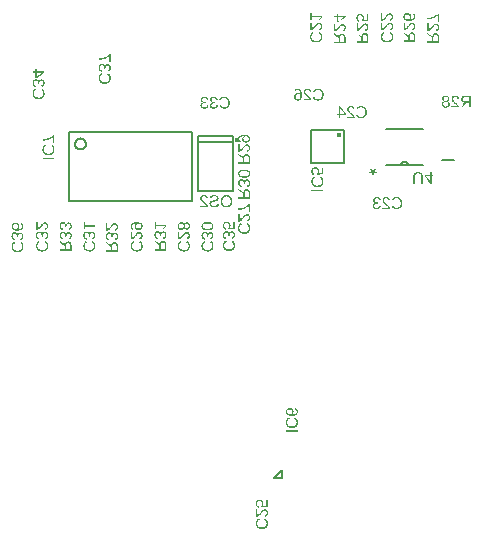
<source format=gbr>
G04 EAGLE Gerber RS-274X export*
G75*
%MOMM*%
%FSLAX34Y34*%
%LPD*%
%INSilkscreen Bottom*%
%IPPOS*%
%AMOC8*
5,1,8,0,0,1.08239X$1,22.5*%
G01*
G04 Define Apertures*
%ADD10C,0.203200*%
%ADD11C,0.400000*%
%ADD12C,0.152400*%
%ADD13C,0.127000*%
G36*
X268904Y573398D02*
X269446Y573458D01*
X269956Y573558D01*
X270434Y573697D01*
X270881Y573876D01*
X271295Y574095D01*
X271677Y574354D01*
X272028Y574653D01*
X272341Y574987D01*
X272613Y575352D01*
X272843Y575747D01*
X273031Y576173D01*
X273177Y576629D01*
X273282Y577117D01*
X273345Y577635D01*
X273365Y578183D01*
X273356Y578569D01*
X273327Y578939D01*
X273279Y579292D01*
X273211Y579629D01*
X273125Y579950D01*
X273019Y580255D01*
X272894Y580544D01*
X272749Y580816D01*
X272586Y581072D01*
X272404Y581310D01*
X272203Y581531D01*
X271984Y581734D01*
X271746Y581920D01*
X271490Y582088D01*
X271215Y582238D01*
X270921Y582371D01*
X270501Y581104D01*
X270710Y581011D01*
X270906Y580906D01*
X271090Y580788D01*
X271261Y580656D01*
X271419Y580512D01*
X271565Y580354D01*
X271697Y580184D01*
X271818Y580000D01*
X271924Y579806D01*
X272017Y579603D01*
X272095Y579391D01*
X272159Y579170D01*
X272209Y578940D01*
X272244Y578701D01*
X272266Y578453D01*
X272273Y578197D01*
X272256Y577799D01*
X272207Y577423D01*
X272125Y577070D01*
X272009Y576740D01*
X271861Y576433D01*
X271680Y576148D01*
X271466Y575887D01*
X271219Y575648D01*
X270943Y575434D01*
X270643Y575249D01*
X270318Y575093D01*
X269969Y574965D01*
X269596Y574865D01*
X269198Y574794D01*
X268776Y574751D01*
X268330Y574737D01*
X267887Y574752D01*
X267467Y574796D01*
X267069Y574871D01*
X266693Y574974D01*
X266340Y575108D01*
X266009Y575271D01*
X265699Y575464D01*
X265413Y575686D01*
X265154Y575934D01*
X264930Y576202D01*
X264740Y576492D01*
X264585Y576802D01*
X264465Y577134D01*
X264378Y577486D01*
X264327Y577859D01*
X264310Y578253D01*
X264318Y578508D01*
X264342Y578755D01*
X264382Y578994D01*
X264438Y579225D01*
X264510Y579448D01*
X264598Y579663D01*
X264702Y579870D01*
X264823Y580069D01*
X264959Y580260D01*
X265111Y580442D01*
X265279Y580617D01*
X265464Y580784D01*
X265881Y581093D01*
X266362Y581370D01*
X265815Y582462D01*
X265506Y582302D01*
X265216Y582127D01*
X264945Y581936D01*
X264693Y581730D01*
X264460Y581508D01*
X264246Y581271D01*
X264051Y581018D01*
X263875Y580750D01*
X263719Y580469D01*
X263584Y580176D01*
X263470Y579873D01*
X263376Y579558D01*
X263304Y579233D01*
X263252Y578896D01*
X263220Y578549D01*
X263210Y578190D01*
X263220Y577823D01*
X263249Y577469D01*
X263297Y577128D01*
X263365Y576799D01*
X263452Y576483D01*
X263559Y576179D01*
X263684Y575888D01*
X263830Y575609D01*
X263993Y575345D01*
X264173Y575097D01*
X264369Y574865D01*
X264583Y574650D01*
X264812Y574450D01*
X265059Y574267D01*
X265322Y574100D01*
X265602Y573949D01*
X265896Y573815D01*
X266204Y573699D01*
X266525Y573601D01*
X266860Y573521D01*
X267207Y573459D01*
X267568Y573414D01*
X267942Y573387D01*
X268330Y573378D01*
X268904Y573398D01*
G37*
G36*
X264637Y583904D02*
X265011Y584112D01*
X265360Y584340D01*
X265686Y584587D01*
X266283Y585115D01*
X266820Y585669D01*
X267310Y586234D01*
X267762Y586793D01*
X268197Y587323D01*
X268631Y587798D01*
X268851Y588012D01*
X269076Y588204D01*
X269306Y588374D01*
X269541Y588523D01*
X269787Y588644D01*
X270049Y588731D01*
X270327Y588783D01*
X270620Y588800D01*
X270817Y588792D01*
X271003Y588770D01*
X271178Y588733D01*
X271341Y588681D01*
X271493Y588614D01*
X271634Y588532D01*
X271763Y588435D01*
X271881Y588324D01*
X271986Y588199D01*
X272077Y588062D01*
X272154Y587914D01*
X272217Y587755D01*
X272266Y587583D01*
X272301Y587400D01*
X272322Y587206D01*
X272329Y587000D01*
X272322Y586803D01*
X272301Y586615D01*
X272267Y586436D01*
X272219Y586265D01*
X272158Y586104D01*
X272083Y585951D01*
X271891Y585673D01*
X271776Y585549D01*
X271650Y585439D01*
X271513Y585342D01*
X271365Y585259D01*
X271206Y585189D01*
X271036Y585132D01*
X270854Y585089D01*
X270662Y585060D01*
X270781Y583771D01*
X271069Y583818D01*
X271343Y583887D01*
X271601Y583978D01*
X271844Y584092D01*
X272072Y584229D01*
X272285Y584389D01*
X272482Y584571D01*
X272665Y584776D01*
X272829Y585000D01*
X272971Y585240D01*
X273092Y585494D01*
X273190Y585765D01*
X273267Y586050D01*
X273322Y586351D01*
X273354Y586668D01*
X273365Y587000D01*
X273354Y587362D01*
X273321Y587703D01*
X273266Y588022D01*
X273189Y588319D01*
X273090Y588595D01*
X272969Y588850D01*
X272827Y589082D01*
X272662Y589294D01*
X272476Y589482D01*
X272273Y589644D01*
X272050Y589782D01*
X271810Y589895D01*
X271551Y589983D01*
X271273Y590045D01*
X270977Y590083D01*
X270662Y590096D01*
X270375Y590079D01*
X270089Y590030D01*
X269804Y589948D01*
X269520Y589833D01*
X269237Y589686D01*
X268953Y589506D01*
X268669Y589295D01*
X268386Y589052D01*
X268063Y588734D01*
X267663Y588297D01*
X267184Y587743D01*
X266628Y587070D01*
X266002Y586347D01*
X265713Y586047D01*
X265441Y585788D01*
X265179Y585567D01*
X264921Y585379D01*
X264669Y585224D01*
X264422Y585102D01*
X264422Y590250D01*
X263350Y590250D01*
X263350Y583715D01*
X264239Y583715D01*
X264637Y583904D01*
G37*
G36*
X264422Y594569D02*
X272014Y594569D01*
X270424Y592342D01*
X271614Y592342D01*
X273218Y594675D01*
X273218Y595837D01*
X264422Y595837D01*
X264422Y598239D01*
X263350Y598239D01*
X263350Y592055D01*
X264422Y592055D01*
X264422Y594569D01*
G37*
G36*
X328904Y573398D02*
X329446Y573458D01*
X329956Y573558D01*
X330434Y573697D01*
X330881Y573876D01*
X331295Y574095D01*
X331677Y574354D01*
X332028Y574653D01*
X332341Y574987D01*
X332613Y575352D01*
X332843Y575747D01*
X333031Y576173D01*
X333177Y576629D01*
X333282Y577117D01*
X333345Y577635D01*
X333365Y578183D01*
X333356Y578569D01*
X333327Y578939D01*
X333279Y579292D01*
X333211Y579629D01*
X333125Y579950D01*
X333019Y580255D01*
X332894Y580544D01*
X332749Y580816D01*
X332586Y581072D01*
X332404Y581310D01*
X332203Y581531D01*
X331984Y581734D01*
X331746Y581920D01*
X331490Y582088D01*
X331215Y582238D01*
X330921Y582371D01*
X330501Y581104D01*
X330710Y581011D01*
X330906Y580906D01*
X331090Y580788D01*
X331261Y580656D01*
X331419Y580512D01*
X331565Y580354D01*
X331697Y580184D01*
X331818Y580000D01*
X331924Y579806D01*
X332017Y579603D01*
X332095Y579391D01*
X332159Y579170D01*
X332209Y578940D01*
X332244Y578701D01*
X332266Y578453D01*
X332273Y578197D01*
X332256Y577799D01*
X332207Y577423D01*
X332125Y577070D01*
X332009Y576740D01*
X331861Y576433D01*
X331680Y576148D01*
X331466Y575887D01*
X331219Y575648D01*
X330943Y575434D01*
X330643Y575249D01*
X330318Y575093D01*
X329969Y574965D01*
X329596Y574865D01*
X329198Y574794D01*
X328776Y574751D01*
X328330Y574737D01*
X327887Y574752D01*
X327467Y574796D01*
X327069Y574871D01*
X326693Y574974D01*
X326340Y575108D01*
X326009Y575271D01*
X325699Y575464D01*
X325413Y575686D01*
X325154Y575934D01*
X324930Y576202D01*
X324740Y576492D01*
X324585Y576802D01*
X324465Y577134D01*
X324378Y577486D01*
X324327Y577859D01*
X324310Y578253D01*
X324318Y578508D01*
X324342Y578755D01*
X324382Y578994D01*
X324438Y579225D01*
X324510Y579448D01*
X324598Y579663D01*
X324702Y579870D01*
X324823Y580069D01*
X324959Y580260D01*
X325111Y580442D01*
X325279Y580617D01*
X325464Y580784D01*
X325881Y581093D01*
X326362Y581370D01*
X325815Y582462D01*
X325506Y582302D01*
X325216Y582127D01*
X324945Y581936D01*
X324693Y581730D01*
X324460Y581508D01*
X324246Y581271D01*
X324051Y581018D01*
X323875Y580750D01*
X323719Y580469D01*
X323584Y580176D01*
X323470Y579873D01*
X323376Y579558D01*
X323304Y579233D01*
X323252Y578896D01*
X323220Y578549D01*
X323210Y578190D01*
X323220Y577823D01*
X323249Y577469D01*
X323297Y577128D01*
X323365Y576799D01*
X323452Y576483D01*
X323559Y576179D01*
X323684Y575888D01*
X323830Y575609D01*
X323993Y575345D01*
X324173Y575097D01*
X324369Y574865D01*
X324583Y574650D01*
X324812Y574450D01*
X325059Y574267D01*
X325322Y574100D01*
X325602Y573949D01*
X325896Y573815D01*
X326204Y573699D01*
X326525Y573601D01*
X326860Y573521D01*
X327207Y573459D01*
X327568Y573414D01*
X327942Y573387D01*
X328330Y573378D01*
X328904Y573398D01*
G37*
G36*
X324637Y583904D02*
X325011Y584112D01*
X325360Y584340D01*
X325686Y584587D01*
X326283Y585115D01*
X326820Y585669D01*
X327310Y586234D01*
X327762Y586793D01*
X328197Y587323D01*
X328631Y587798D01*
X328851Y588012D01*
X329076Y588204D01*
X329306Y588374D01*
X329541Y588523D01*
X329787Y588644D01*
X330049Y588731D01*
X330327Y588783D01*
X330620Y588800D01*
X330817Y588792D01*
X331003Y588770D01*
X331178Y588733D01*
X331341Y588681D01*
X331493Y588614D01*
X331634Y588532D01*
X331763Y588435D01*
X331881Y588324D01*
X331986Y588199D01*
X332077Y588062D01*
X332154Y587914D01*
X332217Y587755D01*
X332266Y587583D01*
X332301Y587400D01*
X332322Y587206D01*
X332329Y587000D01*
X332322Y586803D01*
X332301Y586615D01*
X332267Y586436D01*
X332219Y586265D01*
X332158Y586104D01*
X332083Y585951D01*
X331891Y585673D01*
X331776Y585549D01*
X331650Y585439D01*
X331513Y585342D01*
X331365Y585259D01*
X331206Y585189D01*
X331036Y585132D01*
X330854Y585089D01*
X330662Y585060D01*
X330781Y583771D01*
X331069Y583818D01*
X331343Y583887D01*
X331601Y583978D01*
X331844Y584092D01*
X332072Y584229D01*
X332285Y584389D01*
X332482Y584571D01*
X332665Y584776D01*
X332829Y585000D01*
X332971Y585240D01*
X333092Y585494D01*
X333190Y585765D01*
X333267Y586050D01*
X333322Y586351D01*
X333354Y586668D01*
X333365Y587000D01*
X333354Y587362D01*
X333321Y587703D01*
X333266Y588022D01*
X333189Y588319D01*
X333090Y588595D01*
X332969Y588850D01*
X332827Y589082D01*
X332662Y589294D01*
X332476Y589482D01*
X332273Y589644D01*
X332050Y589782D01*
X331810Y589895D01*
X331551Y589983D01*
X331273Y590045D01*
X330977Y590083D01*
X330662Y590096D01*
X330375Y590079D01*
X330089Y590030D01*
X329804Y589948D01*
X329520Y589833D01*
X329237Y589686D01*
X328953Y589506D01*
X328669Y589295D01*
X328386Y589052D01*
X328063Y588734D01*
X327663Y588297D01*
X327184Y587743D01*
X326628Y587070D01*
X326002Y586347D01*
X325713Y586047D01*
X325441Y585788D01*
X325179Y585567D01*
X324921Y585379D01*
X324669Y585224D01*
X324422Y585102D01*
X324422Y590250D01*
X323350Y590250D01*
X323350Y583715D01*
X324239Y583715D01*
X324637Y583904D01*
G37*
G36*
X324637Y591872D02*
X325011Y592080D01*
X325360Y592308D01*
X325686Y592556D01*
X326283Y593084D01*
X326820Y593638D01*
X327310Y594203D01*
X327762Y594762D01*
X328197Y595292D01*
X328631Y595767D01*
X328851Y595980D01*
X329076Y596172D01*
X329306Y596343D01*
X329541Y596492D01*
X329787Y596613D01*
X330049Y596699D01*
X330327Y596751D01*
X330620Y596769D01*
X330817Y596761D01*
X331003Y596739D01*
X331178Y596702D01*
X331341Y596650D01*
X331493Y596583D01*
X331634Y596501D01*
X331763Y596404D01*
X331881Y596292D01*
X331986Y596168D01*
X332077Y596031D01*
X332154Y595883D01*
X332217Y595723D01*
X332266Y595552D01*
X332301Y595369D01*
X332322Y595175D01*
X332329Y594969D01*
X332322Y594772D01*
X332301Y594584D01*
X332267Y594404D01*
X332219Y594234D01*
X332158Y594073D01*
X332083Y593920D01*
X331891Y593641D01*
X331776Y593518D01*
X331650Y593407D01*
X331513Y593311D01*
X331365Y593227D01*
X331206Y593157D01*
X331036Y593101D01*
X330854Y593058D01*
X330662Y593029D01*
X330781Y591740D01*
X331069Y591786D01*
X331343Y591855D01*
X331601Y591947D01*
X331844Y592061D01*
X332072Y592198D01*
X332285Y592358D01*
X332482Y592540D01*
X332665Y592745D01*
X332829Y592969D01*
X332971Y593208D01*
X333092Y593463D01*
X333190Y593733D01*
X333267Y594019D01*
X333322Y594320D01*
X333354Y594637D01*
X333365Y594969D01*
X333354Y595331D01*
X333321Y595671D01*
X333266Y595991D01*
X333189Y596288D01*
X333090Y596564D01*
X332969Y596818D01*
X332827Y597051D01*
X332662Y597262D01*
X332476Y597450D01*
X332273Y597613D01*
X332050Y597751D01*
X331810Y597864D01*
X331551Y597952D01*
X331273Y598014D01*
X330977Y598052D01*
X330662Y598064D01*
X330375Y598048D01*
X330089Y597999D01*
X329804Y597917D01*
X329520Y597802D01*
X329237Y597654D01*
X328953Y597475D01*
X328669Y597264D01*
X328386Y597021D01*
X328063Y596703D01*
X327663Y596266D01*
X327184Y595712D01*
X326628Y595039D01*
X326002Y594316D01*
X325713Y594016D01*
X325441Y593757D01*
X325179Y593536D01*
X324921Y593347D01*
X324669Y593192D01*
X324422Y593071D01*
X324422Y598218D01*
X323350Y598218D01*
X323350Y591684D01*
X324239Y591684D01*
X324637Y591872D01*
G37*
G36*
X336789Y432360D02*
X337143Y432389D01*
X337485Y432437D01*
X337814Y432505D01*
X338130Y432592D01*
X338434Y432699D01*
X338725Y432824D01*
X339003Y432970D01*
X339268Y433133D01*
X339516Y433313D01*
X339747Y433509D01*
X339963Y433723D01*
X340162Y433952D01*
X340346Y434199D01*
X340513Y434462D01*
X340663Y434742D01*
X340797Y435036D01*
X340913Y435344D01*
X341011Y435665D01*
X341091Y436000D01*
X341154Y436347D01*
X341198Y436708D01*
X341225Y437082D01*
X341234Y437470D01*
X341214Y438044D01*
X341154Y438586D01*
X341055Y439096D01*
X340915Y439574D01*
X340736Y440021D01*
X340517Y440435D01*
X340258Y440817D01*
X339959Y441168D01*
X339625Y441481D01*
X339261Y441753D01*
X338866Y441983D01*
X338440Y442171D01*
X337983Y442317D01*
X337496Y442422D01*
X336978Y442485D01*
X336430Y442505D01*
X336044Y442496D01*
X335674Y442467D01*
X335321Y442419D01*
X334983Y442351D01*
X334662Y442265D01*
X334357Y442159D01*
X334069Y442034D01*
X333796Y441889D01*
X333540Y441726D01*
X333302Y441544D01*
X333082Y441343D01*
X332879Y441124D01*
X332693Y440886D01*
X332525Y440630D01*
X332374Y440355D01*
X332241Y440061D01*
X333509Y439641D01*
X333601Y439850D01*
X333707Y440046D01*
X333825Y440230D01*
X333956Y440401D01*
X334101Y440559D01*
X334258Y440705D01*
X334429Y440837D01*
X334612Y440958D01*
X334806Y441064D01*
X335010Y441157D01*
X335222Y441235D01*
X335443Y441299D01*
X335673Y441349D01*
X335911Y441384D01*
X336159Y441406D01*
X336416Y441413D01*
X336814Y441396D01*
X337189Y441347D01*
X337542Y441265D01*
X337872Y441149D01*
X338180Y441001D01*
X338464Y440820D01*
X338726Y440606D01*
X338965Y440359D01*
X339178Y440083D01*
X339363Y439783D01*
X339520Y439458D01*
X339648Y439109D01*
X339747Y438736D01*
X339818Y438338D01*
X339861Y437916D01*
X339875Y437470D01*
X339861Y437027D01*
X339816Y436607D01*
X339742Y436209D01*
X339638Y435833D01*
X339505Y435480D01*
X339342Y435149D01*
X339149Y434839D01*
X338926Y434553D01*
X338679Y434294D01*
X338410Y434070D01*
X338121Y433880D01*
X337810Y433725D01*
X337479Y433605D01*
X337127Y433518D01*
X336754Y433467D01*
X336360Y433450D01*
X336104Y433458D01*
X335857Y433482D01*
X335618Y433522D01*
X335387Y433578D01*
X335164Y433650D01*
X334949Y433738D01*
X334743Y433842D01*
X334544Y433963D01*
X334353Y434099D01*
X334170Y434251D01*
X333996Y434419D01*
X333829Y434604D01*
X333520Y435021D01*
X333243Y435502D01*
X332150Y434955D01*
X332310Y434646D01*
X332486Y434356D01*
X332677Y434085D01*
X332883Y433833D01*
X333105Y433600D01*
X333342Y433386D01*
X333595Y433191D01*
X333863Y433015D01*
X334144Y432859D01*
X334436Y432724D01*
X334740Y432610D01*
X335054Y432516D01*
X335380Y432444D01*
X335716Y432392D01*
X336064Y432360D01*
X336423Y432350D01*
X336789Y432360D01*
G37*
G36*
X320016Y432361D02*
X320362Y432392D01*
X320690Y432445D01*
X320998Y432519D01*
X321288Y432614D01*
X321558Y432730D01*
X321810Y432867D01*
X322043Y433026D01*
X322255Y433205D01*
X322444Y433404D01*
X322610Y433624D01*
X322754Y433864D01*
X322876Y434124D01*
X322974Y434404D01*
X323050Y434705D01*
X323104Y435025D01*
X321801Y435144D01*
X321763Y434932D01*
X321712Y434734D01*
X321649Y434549D01*
X321572Y434378D01*
X321483Y434221D01*
X321380Y434077D01*
X321265Y433947D01*
X321137Y433831D01*
X320997Y433729D01*
X320843Y433640D01*
X320676Y433564D01*
X320497Y433503D01*
X320305Y433455D01*
X320100Y433421D01*
X319882Y433400D01*
X319651Y433393D01*
X319419Y433401D01*
X319200Y433423D01*
X318994Y433459D01*
X318801Y433511D01*
X318620Y433577D01*
X318453Y433657D01*
X318298Y433753D01*
X318156Y433863D01*
X318028Y433987D01*
X317918Y434126D01*
X317825Y434279D01*
X317748Y434446D01*
X317689Y434627D01*
X317647Y434823D01*
X317621Y435032D01*
X317613Y435256D01*
X317622Y435452D01*
X317652Y435637D01*
X317700Y435811D01*
X317768Y435974D01*
X317855Y436125D01*
X317961Y436266D01*
X318087Y436395D01*
X318233Y436514D01*
X318396Y436620D01*
X318577Y436711D01*
X318775Y436789D01*
X318990Y436852D01*
X319222Y436902D01*
X319472Y436937D01*
X319738Y436958D01*
X320022Y436965D01*
X320736Y436965D01*
X320736Y438058D01*
X320050Y438058D01*
X319798Y438065D01*
X319561Y438086D01*
X319338Y438122D01*
X319130Y438171D01*
X318936Y438234D01*
X318757Y438312D01*
X318593Y438404D01*
X318443Y438510D01*
X318309Y438628D01*
X318193Y438757D01*
X318095Y438897D01*
X318015Y439048D01*
X317952Y439210D01*
X317908Y439382D01*
X317881Y439566D01*
X317872Y439760D01*
X317879Y439953D01*
X317901Y440135D01*
X317937Y440307D01*
X317988Y440468D01*
X318054Y440619D01*
X318134Y440760D01*
X318229Y440890D01*
X318338Y441010D01*
X318461Y441118D01*
X318599Y441211D01*
X318751Y441290D01*
X318916Y441354D01*
X319096Y441404D01*
X319290Y441440D01*
X319499Y441462D01*
X319721Y441469D01*
X319924Y441462D01*
X320118Y441442D01*
X320301Y441409D01*
X320475Y441362D01*
X320638Y441302D01*
X320792Y441229D01*
X320935Y441142D01*
X321069Y441042D01*
X321191Y440929D01*
X321300Y440806D01*
X321395Y440672D01*
X321476Y440527D01*
X321544Y440371D01*
X321599Y440204D01*
X321640Y440026D01*
X321668Y439837D01*
X322936Y439935D01*
X322889Y440230D01*
X322820Y440508D01*
X322729Y440769D01*
X322614Y441014D01*
X322477Y441242D01*
X322318Y441453D01*
X322136Y441648D01*
X321931Y441826D01*
X321707Y441985D01*
X321467Y442123D01*
X321212Y442240D01*
X320942Y442336D01*
X320657Y442410D01*
X320355Y442463D01*
X320039Y442495D01*
X319707Y442505D01*
X319346Y442495D01*
X319006Y442462D01*
X318686Y442408D01*
X318388Y442333D01*
X318109Y442236D01*
X317852Y442117D01*
X317615Y441977D01*
X317399Y441816D01*
X317206Y441635D01*
X317039Y441437D01*
X316898Y441222D01*
X316782Y440990D01*
X316692Y440741D01*
X316628Y440475D01*
X316589Y440193D01*
X316576Y439893D01*
X316584Y439662D01*
X316609Y439442D01*
X316651Y439234D01*
X316708Y439036D01*
X316783Y438849D01*
X316874Y438674D01*
X316981Y438509D01*
X317105Y438356D01*
X317245Y438214D01*
X317399Y438084D01*
X317569Y437965D01*
X317754Y437859D01*
X317953Y437765D01*
X318168Y437683D01*
X318398Y437612D01*
X318642Y437554D01*
X318642Y437526D01*
X318373Y437488D01*
X318120Y437435D01*
X317881Y437366D01*
X317658Y437281D01*
X317451Y437180D01*
X317258Y437063D01*
X317081Y436931D01*
X316919Y436783D01*
X316775Y436622D01*
X316650Y436452D01*
X316544Y436271D01*
X316457Y436079D01*
X316390Y435878D01*
X316342Y435667D01*
X316313Y435446D01*
X316303Y435214D01*
X316317Y434883D01*
X316357Y434570D01*
X316425Y434277D01*
X316520Y434003D01*
X316642Y433748D01*
X316792Y433513D01*
X316968Y433296D01*
X317172Y433099D01*
X317400Y432924D01*
X317652Y432771D01*
X317927Y432643D01*
X318226Y432537D01*
X318547Y432455D01*
X318892Y432397D01*
X319260Y432362D01*
X319651Y432350D01*
X320016Y432361D01*
G37*
G36*
X330897Y433379D02*
X330709Y433777D01*
X330501Y434151D01*
X330273Y434500D01*
X330025Y434826D01*
X329498Y435423D01*
X328943Y435960D01*
X328379Y436450D01*
X327819Y436902D01*
X327290Y437337D01*
X326814Y437771D01*
X326601Y437991D01*
X326409Y438216D01*
X326238Y438446D01*
X326089Y438681D01*
X325968Y438927D01*
X325882Y439189D01*
X325830Y439467D01*
X325813Y439760D01*
X325820Y439957D01*
X325842Y440143D01*
X325880Y440318D01*
X325932Y440481D01*
X325999Y440633D01*
X326081Y440774D01*
X326177Y440903D01*
X326289Y441021D01*
X326414Y441126D01*
X326550Y441217D01*
X326698Y441294D01*
X326858Y441357D01*
X327029Y441406D01*
X327212Y441441D01*
X327407Y441462D01*
X327613Y441469D01*
X327810Y441462D01*
X327998Y441441D01*
X328177Y441407D01*
X328347Y441359D01*
X328509Y441298D01*
X328661Y441223D01*
X328940Y441031D01*
X329064Y440916D01*
X329174Y440790D01*
X329271Y440653D01*
X329354Y440505D01*
X329424Y440346D01*
X329480Y440176D01*
X329523Y439994D01*
X329553Y439802D01*
X330841Y439921D01*
X330795Y440209D01*
X330726Y440483D01*
X330634Y440741D01*
X330520Y440984D01*
X330383Y441212D01*
X330223Y441425D01*
X330041Y441622D01*
X329836Y441805D01*
X329612Y441969D01*
X329373Y442111D01*
X329118Y442232D01*
X328848Y442330D01*
X328562Y442407D01*
X328261Y442462D01*
X327945Y442494D01*
X327613Y442505D01*
X327250Y442494D01*
X326910Y442461D01*
X326591Y442406D01*
X326293Y442329D01*
X326017Y442230D01*
X325763Y442109D01*
X325530Y441967D01*
X325319Y441802D01*
X325131Y441616D01*
X324968Y441413D01*
X324830Y441190D01*
X324717Y440950D01*
X324630Y440691D01*
X324567Y440413D01*
X324529Y440117D01*
X324517Y439802D01*
X324533Y439515D01*
X324583Y439229D01*
X324665Y438944D01*
X324780Y438660D01*
X324927Y438377D01*
X325106Y438093D01*
X325317Y437809D01*
X325561Y437526D01*
X325879Y437203D01*
X326315Y436803D01*
X326870Y436324D01*
X327543Y435768D01*
X328266Y435142D01*
X328566Y434853D01*
X328824Y434581D01*
X329046Y434319D01*
X329234Y434061D01*
X329389Y433809D01*
X329511Y433562D01*
X324363Y433562D01*
X324363Y432490D01*
X330897Y432490D01*
X330897Y433379D01*
G37*
G36*
X288670Y511724D02*
X293321Y511724D01*
X293321Y512705D01*
X288803Y519358D01*
X287480Y519358D01*
X287480Y512719D01*
X286093Y512719D01*
X286093Y511724D01*
X287480Y511724D01*
X287480Y509490D01*
X288670Y509490D01*
X288670Y511724D01*
G37*
G36*
X306789Y509360D02*
X307143Y509389D01*
X307485Y509437D01*
X307814Y509505D01*
X308130Y509592D01*
X308434Y509699D01*
X308725Y509824D01*
X309003Y509970D01*
X309268Y510133D01*
X309516Y510313D01*
X309747Y510509D01*
X309963Y510723D01*
X310162Y510952D01*
X310346Y511199D01*
X310513Y511462D01*
X310663Y511742D01*
X310797Y512036D01*
X310913Y512344D01*
X311011Y512665D01*
X311091Y513000D01*
X311154Y513347D01*
X311198Y513708D01*
X311225Y514082D01*
X311234Y514470D01*
X311214Y515044D01*
X311154Y515586D01*
X311055Y516096D01*
X310915Y516574D01*
X310736Y517021D01*
X310517Y517435D01*
X310258Y517817D01*
X309959Y518168D01*
X309625Y518481D01*
X309261Y518753D01*
X308866Y518983D01*
X308440Y519171D01*
X307983Y519317D01*
X307496Y519422D01*
X306978Y519485D01*
X306430Y519505D01*
X306044Y519496D01*
X305674Y519467D01*
X305321Y519419D01*
X304983Y519351D01*
X304662Y519265D01*
X304357Y519159D01*
X304069Y519034D01*
X303796Y518889D01*
X303540Y518726D01*
X303302Y518544D01*
X303082Y518343D01*
X302879Y518124D01*
X302693Y517886D01*
X302525Y517630D01*
X302374Y517355D01*
X302241Y517061D01*
X303509Y516641D01*
X303601Y516850D01*
X303707Y517046D01*
X303825Y517230D01*
X303956Y517401D01*
X304101Y517559D01*
X304258Y517705D01*
X304429Y517837D01*
X304612Y517958D01*
X304806Y518064D01*
X305010Y518157D01*
X305222Y518235D01*
X305443Y518299D01*
X305673Y518349D01*
X305911Y518384D01*
X306159Y518406D01*
X306416Y518413D01*
X306814Y518396D01*
X307189Y518347D01*
X307542Y518265D01*
X307872Y518149D01*
X308180Y518001D01*
X308464Y517820D01*
X308726Y517606D01*
X308965Y517359D01*
X309178Y517083D01*
X309363Y516783D01*
X309520Y516458D01*
X309648Y516109D01*
X309747Y515736D01*
X309818Y515338D01*
X309861Y514916D01*
X309875Y514470D01*
X309861Y514027D01*
X309816Y513607D01*
X309742Y513209D01*
X309638Y512833D01*
X309505Y512480D01*
X309342Y512149D01*
X309149Y511839D01*
X308926Y511553D01*
X308679Y511294D01*
X308410Y511070D01*
X308121Y510880D01*
X307810Y510725D01*
X307479Y510605D01*
X307127Y510518D01*
X306754Y510467D01*
X306360Y510450D01*
X306104Y510458D01*
X305857Y510482D01*
X305618Y510522D01*
X305387Y510578D01*
X305164Y510650D01*
X304949Y510738D01*
X304743Y510842D01*
X304544Y510963D01*
X304353Y511099D01*
X304170Y511251D01*
X303996Y511419D01*
X303829Y511604D01*
X303520Y512021D01*
X303243Y512502D01*
X302150Y511955D01*
X302310Y511646D01*
X302486Y511356D01*
X302677Y511085D01*
X302883Y510833D01*
X303105Y510600D01*
X303342Y510386D01*
X303595Y510191D01*
X303863Y510015D01*
X304144Y509859D01*
X304436Y509724D01*
X304740Y509610D01*
X305054Y509516D01*
X305380Y509444D01*
X305716Y509392D01*
X306064Y509360D01*
X306423Y509350D01*
X306789Y509360D01*
G37*
G36*
X300897Y510379D02*
X300709Y510777D01*
X300501Y511151D01*
X300273Y511500D01*
X300025Y511826D01*
X299498Y512423D01*
X298943Y512960D01*
X298379Y513450D01*
X297819Y513902D01*
X297290Y514337D01*
X296814Y514771D01*
X296601Y514991D01*
X296409Y515216D01*
X296238Y515446D01*
X296089Y515681D01*
X295968Y515927D01*
X295882Y516189D01*
X295830Y516467D01*
X295813Y516760D01*
X295820Y516957D01*
X295842Y517143D01*
X295880Y517318D01*
X295932Y517481D01*
X295999Y517633D01*
X296081Y517774D01*
X296177Y517903D01*
X296289Y518021D01*
X296414Y518126D01*
X296550Y518217D01*
X296698Y518294D01*
X296858Y518357D01*
X297029Y518406D01*
X297212Y518441D01*
X297407Y518462D01*
X297613Y518469D01*
X297810Y518462D01*
X297998Y518441D01*
X298177Y518407D01*
X298347Y518359D01*
X298509Y518298D01*
X298661Y518223D01*
X298940Y518031D01*
X299064Y517916D01*
X299174Y517790D01*
X299271Y517653D01*
X299354Y517505D01*
X299424Y517346D01*
X299480Y517176D01*
X299523Y516994D01*
X299553Y516802D01*
X300841Y516921D01*
X300795Y517209D01*
X300726Y517483D01*
X300634Y517741D01*
X300520Y517984D01*
X300383Y518212D01*
X300223Y518425D01*
X300041Y518622D01*
X299836Y518805D01*
X299612Y518969D01*
X299373Y519111D01*
X299118Y519232D01*
X298848Y519330D01*
X298562Y519407D01*
X298261Y519462D01*
X297945Y519494D01*
X297613Y519505D01*
X297250Y519494D01*
X296910Y519461D01*
X296591Y519406D01*
X296293Y519329D01*
X296017Y519230D01*
X295763Y519109D01*
X295530Y518967D01*
X295319Y518802D01*
X295131Y518616D01*
X294968Y518413D01*
X294830Y518190D01*
X294717Y517950D01*
X294630Y517691D01*
X294567Y517413D01*
X294529Y517117D01*
X294517Y516802D01*
X294533Y516515D01*
X294583Y516229D01*
X294665Y515944D01*
X294780Y515660D01*
X294927Y515377D01*
X295106Y515093D01*
X295317Y514809D01*
X295561Y514526D01*
X295879Y514203D01*
X296315Y513803D01*
X296870Y513324D01*
X297543Y512768D01*
X298266Y512142D01*
X298566Y511853D01*
X298824Y511581D01*
X299046Y511319D01*
X299234Y511061D01*
X299389Y510809D01*
X299511Y510562D01*
X294363Y510562D01*
X294363Y509490D01*
X300897Y509490D01*
X300897Y510379D01*
G37*
%LPC*%
G36*
X288670Y512719D02*
X288670Y517937D01*
X288866Y517565D01*
X289140Y517103D01*
X291668Y513377D01*
X292046Y512859D01*
X292158Y512719D01*
X288670Y512719D01*
G37*
%LPD*%
G36*
X222904Y161398D02*
X223446Y161458D01*
X223956Y161558D01*
X224434Y161697D01*
X224881Y161876D01*
X225295Y162095D01*
X225677Y162354D01*
X226028Y162653D01*
X226341Y162987D01*
X226613Y163352D01*
X226843Y163747D01*
X227031Y164173D01*
X227177Y164629D01*
X227282Y165117D01*
X227345Y165635D01*
X227365Y166183D01*
X227356Y166569D01*
X227327Y166939D01*
X227279Y167292D01*
X227211Y167629D01*
X227125Y167950D01*
X227019Y168255D01*
X226894Y168544D01*
X226749Y168816D01*
X226586Y169072D01*
X226404Y169310D01*
X226203Y169531D01*
X225984Y169734D01*
X225746Y169920D01*
X225490Y170088D01*
X225215Y170238D01*
X224921Y170371D01*
X224501Y169104D01*
X224710Y169011D01*
X224906Y168906D01*
X225090Y168788D01*
X225261Y168656D01*
X225419Y168512D01*
X225565Y168354D01*
X225697Y168184D01*
X225818Y168000D01*
X225924Y167806D01*
X226017Y167603D01*
X226095Y167391D01*
X226159Y167170D01*
X226209Y166940D01*
X226244Y166701D01*
X226266Y166453D01*
X226273Y166197D01*
X226256Y165799D01*
X226207Y165423D01*
X226125Y165070D01*
X226009Y164740D01*
X225861Y164433D01*
X225680Y164148D01*
X225466Y163887D01*
X225219Y163648D01*
X224943Y163434D01*
X224643Y163249D01*
X224318Y163093D01*
X223969Y162965D01*
X223596Y162865D01*
X223198Y162794D01*
X222776Y162751D01*
X222330Y162737D01*
X221887Y162752D01*
X221467Y162796D01*
X221069Y162871D01*
X220693Y162974D01*
X220340Y163108D01*
X220009Y163271D01*
X219699Y163464D01*
X219413Y163686D01*
X219154Y163934D01*
X218930Y164202D01*
X218740Y164492D01*
X218585Y164802D01*
X218465Y165134D01*
X218378Y165486D01*
X218327Y165859D01*
X218310Y166253D01*
X218318Y166508D01*
X218342Y166755D01*
X218382Y166994D01*
X218438Y167225D01*
X218510Y167448D01*
X218598Y167663D01*
X218702Y167870D01*
X218823Y168069D01*
X218959Y168260D01*
X219111Y168442D01*
X219279Y168617D01*
X219464Y168784D01*
X219881Y169093D01*
X220362Y169370D01*
X219815Y170462D01*
X219506Y170302D01*
X219216Y170127D01*
X218945Y169936D01*
X218693Y169730D01*
X218460Y169508D01*
X218246Y169271D01*
X218051Y169018D01*
X217875Y168750D01*
X217719Y168469D01*
X217584Y168176D01*
X217470Y167873D01*
X217376Y167558D01*
X217304Y167233D01*
X217252Y166896D01*
X217220Y166549D01*
X217210Y166190D01*
X217220Y165823D01*
X217249Y165469D01*
X217297Y165128D01*
X217365Y164799D01*
X217452Y164483D01*
X217559Y164179D01*
X217684Y163888D01*
X217830Y163609D01*
X217993Y163345D01*
X218173Y163097D01*
X218369Y162865D01*
X218583Y162650D01*
X218812Y162450D01*
X219059Y162267D01*
X219322Y162100D01*
X219602Y161949D01*
X219896Y161815D01*
X220204Y161699D01*
X220525Y161601D01*
X220860Y161521D01*
X221207Y161459D01*
X221568Y161414D01*
X221942Y161387D01*
X222330Y161378D01*
X222904Y161398D01*
G37*
G36*
X219703Y180811D02*
X219360Y180931D01*
X219063Y181089D01*
X218811Y181287D01*
X218605Y181524D01*
X218445Y181800D01*
X218331Y182116D01*
X218262Y182470D01*
X218239Y182864D01*
X218249Y183111D01*
X218278Y183344D01*
X218326Y183563D01*
X218393Y183769D01*
X218479Y183961D01*
X218584Y184139D01*
X218709Y184303D01*
X218852Y184453D01*
X219013Y184588D01*
X219187Y184705D01*
X219376Y184803D01*
X219580Y184884D01*
X219798Y184947D01*
X220030Y184992D01*
X220276Y185019D01*
X220537Y185028D01*
X220764Y185019D01*
X220980Y184992D01*
X221185Y184947D01*
X221379Y184883D01*
X221562Y184802D01*
X221733Y184703D01*
X221893Y184585D01*
X222043Y184450D01*
X222177Y184299D01*
X222294Y184136D01*
X222393Y183960D01*
X222473Y183771D01*
X222536Y183570D01*
X222581Y183357D01*
X222608Y183130D01*
X222617Y182892D01*
X222607Y182640D01*
X222577Y182398D01*
X222526Y182164D01*
X222456Y181939D01*
X222361Y181718D01*
X222239Y181498D01*
X222088Y181277D01*
X221909Y181057D01*
X221909Y179824D01*
X227218Y180153D01*
X227218Y185763D01*
X226147Y185763D01*
X226147Y181302D01*
X223016Y181113D01*
X223164Y181324D01*
X223292Y181547D01*
X223400Y181783D01*
X223489Y182032D01*
X223558Y182293D01*
X223607Y182566D01*
X223637Y182852D01*
X223646Y183151D01*
X223633Y183506D01*
X223593Y183842D01*
X223526Y184160D01*
X223433Y184460D01*
X223313Y184741D01*
X223166Y185003D01*
X222992Y185247D01*
X222792Y185473D01*
X222570Y185675D01*
X222332Y185851D01*
X222078Y186000D01*
X221808Y186121D01*
X221521Y186216D01*
X221219Y186283D01*
X220900Y186324D01*
X220565Y186337D01*
X220185Y186323D01*
X219825Y186279D01*
X219487Y186207D01*
X219169Y186105D01*
X218872Y185975D01*
X218596Y185815D01*
X218341Y185627D01*
X218106Y185409D01*
X217896Y185166D01*
X217714Y184901D01*
X217560Y184613D01*
X217434Y184302D01*
X217336Y183969D01*
X217266Y183614D01*
X217224Y183236D01*
X217210Y182836D01*
X217219Y182499D01*
X217248Y182179D01*
X217295Y181876D01*
X217361Y181589D01*
X217445Y181319D01*
X217549Y181065D01*
X217671Y180829D01*
X217812Y180608D01*
X217971Y180406D01*
X218147Y180224D01*
X218340Y180060D01*
X218549Y179917D01*
X218776Y179793D01*
X219019Y179688D01*
X219279Y179603D01*
X219556Y179537D01*
X219703Y180811D01*
G37*
G36*
X218637Y171904D02*
X219011Y172112D01*
X219360Y172340D01*
X219686Y172587D01*
X220283Y173115D01*
X220820Y173669D01*
X221310Y174234D01*
X221762Y174793D01*
X222197Y175323D01*
X222631Y175798D01*
X222851Y176012D01*
X223076Y176204D01*
X223306Y176374D01*
X223541Y176523D01*
X223787Y176644D01*
X224049Y176731D01*
X224327Y176783D01*
X224620Y176800D01*
X224817Y176792D01*
X225003Y176770D01*
X225178Y176733D01*
X225341Y176681D01*
X225493Y176614D01*
X225634Y176532D01*
X225763Y176435D01*
X225881Y176324D01*
X225986Y176199D01*
X226077Y176062D01*
X226154Y175914D01*
X226217Y175755D01*
X226266Y175583D01*
X226301Y175400D01*
X226322Y175206D01*
X226329Y175000D01*
X226322Y174803D01*
X226301Y174615D01*
X226267Y174436D01*
X226219Y174265D01*
X226158Y174104D01*
X226083Y173951D01*
X225891Y173673D01*
X225776Y173549D01*
X225650Y173439D01*
X225513Y173342D01*
X225365Y173259D01*
X225206Y173189D01*
X225036Y173132D01*
X224854Y173089D01*
X224662Y173060D01*
X224781Y171771D01*
X225069Y171818D01*
X225343Y171887D01*
X225601Y171978D01*
X225844Y172092D01*
X226072Y172229D01*
X226285Y172389D01*
X226482Y172571D01*
X226665Y172776D01*
X226829Y173000D01*
X226971Y173240D01*
X227092Y173494D01*
X227190Y173765D01*
X227267Y174050D01*
X227322Y174351D01*
X227354Y174668D01*
X227365Y175000D01*
X227354Y175362D01*
X227321Y175703D01*
X227266Y176022D01*
X227189Y176319D01*
X227090Y176595D01*
X226969Y176850D01*
X226827Y177082D01*
X226662Y177294D01*
X226476Y177482D01*
X226273Y177644D01*
X226050Y177782D01*
X225810Y177895D01*
X225551Y177983D01*
X225273Y178045D01*
X224977Y178083D01*
X224662Y178096D01*
X224375Y178079D01*
X224089Y178030D01*
X223804Y177948D01*
X223520Y177833D01*
X223237Y177686D01*
X222953Y177506D01*
X222669Y177295D01*
X222386Y177052D01*
X222063Y176734D01*
X221663Y176297D01*
X221184Y175743D01*
X220628Y175070D01*
X220002Y174347D01*
X219713Y174047D01*
X219441Y173788D01*
X219179Y173567D01*
X218921Y173379D01*
X218669Y173224D01*
X218422Y173102D01*
X218422Y178250D01*
X217350Y178250D01*
X217350Y171715D01*
X218239Y171715D01*
X218637Y171904D01*
G37*
G36*
X253282Y524229D02*
X253662Y524287D01*
X254017Y524384D01*
X254348Y524520D01*
X254654Y524694D01*
X254936Y524907D01*
X255194Y525159D01*
X255427Y525450D01*
X255633Y525777D01*
X255813Y526140D01*
X255964Y526538D01*
X256089Y526971D01*
X256185Y527440D01*
X256254Y527943D01*
X256295Y528482D01*
X256309Y529057D01*
X256295Y529679D01*
X256252Y530264D01*
X256180Y530812D01*
X256080Y531322D01*
X255951Y531796D01*
X255793Y532232D01*
X255607Y532631D01*
X255392Y532993D01*
X255150Y533314D01*
X254884Y533593D01*
X254594Y533829D01*
X254280Y534022D01*
X253941Y534172D01*
X253578Y534280D01*
X253191Y534344D01*
X252779Y534365D01*
X252506Y534358D01*
X252247Y534334D01*
X252000Y534295D01*
X251765Y534240D01*
X251544Y534169D01*
X251336Y534083D01*
X251141Y533981D01*
X250958Y533863D01*
X250789Y533729D01*
X250632Y533580D01*
X250488Y533415D01*
X250358Y533235D01*
X250240Y533038D01*
X250135Y532826D01*
X250043Y532599D01*
X249964Y532355D01*
X251168Y532138D01*
X251275Y532421D01*
X251409Y532665D01*
X251571Y532872D01*
X251760Y533042D01*
X251977Y533173D01*
X252222Y533268D01*
X252494Y533324D01*
X252793Y533343D01*
X253055Y533327D01*
X253302Y533280D01*
X253534Y533202D01*
X253750Y533092D01*
X253951Y532950D01*
X254137Y532778D01*
X254308Y532573D01*
X254464Y532338D01*
X254602Y532072D01*
X254723Y531779D01*
X254824Y531457D01*
X254908Y531108D01*
X254972Y530730D01*
X255018Y530324D01*
X255046Y529890D01*
X255055Y529428D01*
X254866Y529727D01*
X254642Y529989D01*
X254383Y530212D01*
X254089Y530398D01*
X253766Y530543D01*
X253420Y530647D01*
X253052Y530710D01*
X252660Y530730D01*
X252328Y530717D01*
X252013Y530677D01*
X251715Y530610D01*
X251435Y530517D01*
X251173Y530397D01*
X250929Y530250D01*
X250702Y530076D01*
X250492Y529876D01*
X250305Y529653D01*
X250142Y529412D01*
X250004Y529152D01*
X249891Y528874D01*
X249803Y528578D01*
X249741Y528263D01*
X249703Y527930D01*
X249691Y527579D01*
X249704Y527199D01*
X249744Y526839D01*
X249810Y526500D01*
X249902Y526181D01*
X250022Y525884D01*
X250167Y525606D01*
X250339Y525350D01*
X250538Y525113D01*
X250760Y524902D01*
X251002Y524718D01*
X251264Y524563D01*
X251547Y524436D01*
X251849Y524337D01*
X252172Y524266D01*
X252514Y524224D01*
X252877Y524210D01*
X253282Y524229D01*
G37*
G36*
X270177Y524220D02*
X270531Y524249D01*
X270872Y524297D01*
X271201Y524365D01*
X271517Y524452D01*
X271821Y524559D01*
X272112Y524684D01*
X272391Y524830D01*
X272655Y524993D01*
X272903Y525173D01*
X273135Y525369D01*
X273350Y525583D01*
X273550Y525812D01*
X273733Y526059D01*
X273900Y526322D01*
X274051Y526602D01*
X274185Y526896D01*
X274301Y527204D01*
X274399Y527525D01*
X274479Y527860D01*
X274541Y528207D01*
X274586Y528568D01*
X274613Y528942D01*
X274622Y529330D01*
X274602Y529904D01*
X274542Y530446D01*
X274442Y530956D01*
X274303Y531434D01*
X274124Y531881D01*
X273905Y532295D01*
X273646Y532677D01*
X273347Y533028D01*
X273013Y533341D01*
X272648Y533613D01*
X272253Y533843D01*
X271827Y534031D01*
X271371Y534177D01*
X270883Y534282D01*
X270366Y534345D01*
X269817Y534365D01*
X269431Y534356D01*
X269062Y534327D01*
X268708Y534279D01*
X268371Y534211D01*
X268050Y534125D01*
X267745Y534019D01*
X267456Y533894D01*
X267184Y533749D01*
X266928Y533586D01*
X266690Y533404D01*
X266469Y533203D01*
X266266Y532984D01*
X266081Y532746D01*
X265912Y532490D01*
X265762Y532215D01*
X265629Y531921D01*
X266896Y531501D01*
X266989Y531710D01*
X267094Y531906D01*
X267212Y532090D01*
X267344Y532261D01*
X267488Y532419D01*
X267646Y532565D01*
X267816Y532697D01*
X268000Y532818D01*
X268194Y532924D01*
X268397Y533017D01*
X268609Y533095D01*
X268830Y533159D01*
X269060Y533209D01*
X269299Y533244D01*
X269547Y533266D01*
X269803Y533273D01*
X270201Y533256D01*
X270577Y533207D01*
X270930Y533125D01*
X271260Y533009D01*
X271567Y532861D01*
X271852Y532680D01*
X272113Y532466D01*
X272352Y532219D01*
X272566Y531943D01*
X272751Y531643D01*
X272907Y531318D01*
X273035Y530969D01*
X273135Y530596D01*
X273206Y530198D01*
X273249Y529776D01*
X273263Y529330D01*
X273248Y528887D01*
X273204Y528467D01*
X273129Y528069D01*
X273026Y527693D01*
X272892Y527340D01*
X272729Y527009D01*
X272536Y526699D01*
X272314Y526413D01*
X272066Y526154D01*
X271798Y525930D01*
X271508Y525740D01*
X271198Y525585D01*
X270866Y525465D01*
X270514Y525378D01*
X270141Y525327D01*
X269747Y525310D01*
X269492Y525318D01*
X269245Y525342D01*
X269006Y525382D01*
X268775Y525438D01*
X268552Y525510D01*
X268337Y525598D01*
X268130Y525702D01*
X267931Y525823D01*
X267741Y525959D01*
X267558Y526111D01*
X267383Y526279D01*
X267216Y526464D01*
X266907Y526881D01*
X266630Y527362D01*
X265538Y526815D01*
X265698Y526506D01*
X265873Y526216D01*
X266064Y525945D01*
X266271Y525693D01*
X266492Y525460D01*
X266729Y525246D01*
X266982Y525051D01*
X267250Y524875D01*
X267531Y524719D01*
X267824Y524584D01*
X268127Y524470D01*
X268442Y524376D01*
X268767Y524304D01*
X269104Y524252D01*
X269451Y524220D01*
X269810Y524210D01*
X270177Y524220D01*
G37*
G36*
X264285Y525239D02*
X264096Y525637D01*
X263888Y526011D01*
X263660Y526360D01*
X263413Y526686D01*
X262885Y527283D01*
X262331Y527820D01*
X261766Y528310D01*
X261207Y528762D01*
X260677Y529197D01*
X260202Y529631D01*
X259988Y529851D01*
X259796Y530076D01*
X259626Y530306D01*
X259477Y530541D01*
X259356Y530787D01*
X259269Y531049D01*
X259217Y531327D01*
X259200Y531620D01*
X259208Y531817D01*
X259230Y532003D01*
X259267Y532178D01*
X259319Y532341D01*
X259386Y532493D01*
X259468Y532634D01*
X259565Y532763D01*
X259676Y532881D01*
X259801Y532986D01*
X259938Y533077D01*
X260086Y533154D01*
X260245Y533217D01*
X260417Y533266D01*
X260600Y533301D01*
X260794Y533322D01*
X261000Y533329D01*
X261197Y533322D01*
X261385Y533301D01*
X261564Y533267D01*
X261735Y533219D01*
X261896Y533158D01*
X262049Y533083D01*
X262327Y532891D01*
X262451Y532776D01*
X262561Y532650D01*
X262658Y532513D01*
X262741Y532365D01*
X262811Y532206D01*
X262868Y532036D01*
X262911Y531854D01*
X262940Y531662D01*
X264229Y531781D01*
X264183Y532069D01*
X264114Y532343D01*
X264022Y532601D01*
X263908Y532844D01*
X263771Y533072D01*
X263611Y533285D01*
X263429Y533482D01*
X263224Y533665D01*
X263000Y533829D01*
X262760Y533971D01*
X262506Y534092D01*
X262235Y534190D01*
X261950Y534267D01*
X261649Y534322D01*
X261332Y534354D01*
X261000Y534365D01*
X260638Y534354D01*
X260297Y534321D01*
X259978Y534266D01*
X259681Y534189D01*
X259405Y534090D01*
X259150Y533969D01*
X258918Y533827D01*
X258706Y533662D01*
X258518Y533476D01*
X258356Y533273D01*
X258218Y533050D01*
X258105Y532810D01*
X258017Y532551D01*
X257955Y532273D01*
X257917Y531977D01*
X257904Y531662D01*
X257921Y531375D01*
X257970Y531089D01*
X258052Y530804D01*
X258167Y530520D01*
X258314Y530237D01*
X258494Y529953D01*
X258705Y529669D01*
X258948Y529386D01*
X259266Y529063D01*
X259703Y528663D01*
X260257Y528184D01*
X260930Y527628D01*
X261653Y527002D01*
X261953Y526713D01*
X262212Y526441D01*
X262433Y526179D01*
X262621Y525921D01*
X262776Y525669D01*
X262898Y525422D01*
X257750Y525422D01*
X257750Y524350D01*
X264285Y524350D01*
X264285Y525239D01*
G37*
%LPC*%
G36*
X252698Y525235D02*
X252489Y525264D01*
X252292Y525312D01*
X252107Y525379D01*
X251934Y525465D01*
X251774Y525570D01*
X251626Y525695D01*
X251491Y525838D01*
X251369Y525999D01*
X251264Y526173D01*
X251175Y526362D01*
X251102Y526566D01*
X251045Y526784D01*
X251005Y527016D01*
X250980Y527262D01*
X250972Y527523D01*
X250980Y527783D01*
X251005Y528028D01*
X251046Y528257D01*
X251104Y528472D01*
X251177Y528671D01*
X251268Y528854D01*
X251374Y529023D01*
X251498Y529176D01*
X251635Y529312D01*
X251786Y529430D01*
X251950Y529530D01*
X252126Y529612D01*
X252316Y529675D01*
X252518Y529721D01*
X252733Y529748D01*
X252961Y529757D01*
X253177Y529749D01*
X253381Y529725D01*
X253575Y529685D01*
X253759Y529628D01*
X253932Y529556D01*
X254094Y529467D01*
X254246Y529363D01*
X254387Y529242D01*
X254514Y529107D01*
X254624Y528960D01*
X254717Y528801D01*
X254794Y528630D01*
X254853Y528447D01*
X254895Y528251D01*
X254921Y528044D01*
X254929Y527824D01*
X254921Y527545D01*
X254894Y527279D01*
X254850Y527026D01*
X254788Y526786D01*
X254709Y526558D01*
X254612Y526344D01*
X254498Y526142D01*
X254366Y525954D01*
X254220Y525783D01*
X254064Y525635D01*
X253898Y525510D01*
X253722Y525408D01*
X253536Y525328D01*
X253341Y525271D01*
X253135Y525237D01*
X252919Y525225D01*
X252698Y525235D01*
G37*
%LPD*%
G36*
X207904Y411398D02*
X208446Y411458D01*
X208956Y411558D01*
X209434Y411697D01*
X209881Y411876D01*
X210295Y412095D01*
X210677Y412354D01*
X211028Y412653D01*
X211341Y412987D01*
X211613Y413352D01*
X211843Y413747D01*
X212031Y414173D01*
X212177Y414629D01*
X212282Y415117D01*
X212345Y415635D01*
X212365Y416183D01*
X212356Y416569D01*
X212327Y416939D01*
X212279Y417292D01*
X212211Y417629D01*
X212125Y417950D01*
X212019Y418255D01*
X211894Y418544D01*
X211749Y418816D01*
X211586Y419072D01*
X211404Y419310D01*
X211203Y419531D01*
X210984Y419734D01*
X210746Y419920D01*
X210490Y420088D01*
X210215Y420238D01*
X209921Y420371D01*
X209501Y419104D01*
X209710Y419011D01*
X209906Y418906D01*
X210090Y418788D01*
X210261Y418656D01*
X210419Y418512D01*
X210565Y418354D01*
X210697Y418184D01*
X210818Y418000D01*
X210924Y417806D01*
X211017Y417603D01*
X211095Y417391D01*
X211159Y417170D01*
X211209Y416940D01*
X211244Y416701D01*
X211266Y416453D01*
X211273Y416197D01*
X211256Y415799D01*
X211207Y415423D01*
X211125Y415070D01*
X211009Y414740D01*
X210861Y414433D01*
X210680Y414148D01*
X210466Y413887D01*
X210219Y413648D01*
X209943Y413434D01*
X209643Y413249D01*
X209318Y413093D01*
X208969Y412965D01*
X208596Y412865D01*
X208198Y412794D01*
X207776Y412751D01*
X207330Y412737D01*
X206887Y412752D01*
X206467Y412796D01*
X206069Y412871D01*
X205693Y412974D01*
X205340Y413108D01*
X205009Y413271D01*
X204699Y413464D01*
X204413Y413686D01*
X204154Y413934D01*
X203930Y414202D01*
X203740Y414492D01*
X203585Y414802D01*
X203465Y415134D01*
X203378Y415486D01*
X203327Y415859D01*
X203310Y416253D01*
X203318Y416508D01*
X203342Y416755D01*
X203382Y416994D01*
X203438Y417225D01*
X203510Y417448D01*
X203598Y417663D01*
X203702Y417870D01*
X203823Y418069D01*
X203959Y418260D01*
X204111Y418442D01*
X204279Y418617D01*
X204464Y418784D01*
X204881Y419093D01*
X205362Y419370D01*
X204815Y420462D01*
X204506Y420302D01*
X204216Y420127D01*
X203945Y419936D01*
X203693Y419730D01*
X203460Y419508D01*
X203246Y419271D01*
X203051Y419018D01*
X202875Y418750D01*
X202719Y418469D01*
X202584Y418176D01*
X202470Y417873D01*
X202376Y417558D01*
X202304Y417233D01*
X202252Y416896D01*
X202220Y416549D01*
X202210Y416190D01*
X202220Y415823D01*
X202249Y415469D01*
X202297Y415128D01*
X202365Y414799D01*
X202452Y414483D01*
X202559Y414179D01*
X202684Y413888D01*
X202830Y413609D01*
X202993Y413345D01*
X203173Y413097D01*
X203369Y412865D01*
X203583Y412650D01*
X203812Y412450D01*
X204059Y412267D01*
X204322Y412100D01*
X204602Y411949D01*
X204896Y411815D01*
X205204Y411699D01*
X205525Y411601D01*
X205860Y411521D01*
X206207Y411459D01*
X206568Y411414D01*
X206942Y411387D01*
X207330Y411378D01*
X207904Y411398D01*
G37*
G36*
X203637Y421904D02*
X204011Y422112D01*
X204360Y422340D01*
X204686Y422587D01*
X205283Y423115D01*
X205820Y423669D01*
X206310Y424234D01*
X206762Y424793D01*
X207197Y425323D01*
X207631Y425798D01*
X207851Y426012D01*
X208076Y426204D01*
X208306Y426374D01*
X208541Y426523D01*
X208787Y426644D01*
X209049Y426731D01*
X209327Y426783D01*
X209620Y426800D01*
X209817Y426792D01*
X210003Y426770D01*
X210178Y426733D01*
X210341Y426681D01*
X210493Y426614D01*
X210634Y426532D01*
X210763Y426435D01*
X210881Y426324D01*
X210986Y426199D01*
X211077Y426062D01*
X211154Y425914D01*
X211217Y425755D01*
X211266Y425583D01*
X211301Y425400D01*
X211322Y425206D01*
X211329Y425000D01*
X211322Y424803D01*
X211301Y424615D01*
X211267Y424436D01*
X211219Y424265D01*
X211158Y424104D01*
X211083Y423951D01*
X210891Y423673D01*
X210776Y423549D01*
X210650Y423439D01*
X210513Y423342D01*
X210365Y423259D01*
X210206Y423189D01*
X210036Y423132D01*
X209854Y423089D01*
X209662Y423060D01*
X209781Y421771D01*
X210069Y421818D01*
X210343Y421887D01*
X210601Y421978D01*
X210844Y422092D01*
X211072Y422229D01*
X211285Y422389D01*
X211482Y422571D01*
X211665Y422776D01*
X211829Y423000D01*
X211971Y423240D01*
X212092Y423494D01*
X212190Y423765D01*
X212267Y424050D01*
X212322Y424351D01*
X212354Y424668D01*
X212365Y425000D01*
X212354Y425362D01*
X212321Y425703D01*
X212266Y426022D01*
X212189Y426319D01*
X212090Y426595D01*
X211969Y426850D01*
X211827Y427082D01*
X211662Y427294D01*
X211476Y427482D01*
X211273Y427644D01*
X211050Y427782D01*
X210810Y427895D01*
X210551Y427983D01*
X210273Y428045D01*
X209977Y428083D01*
X209662Y428096D01*
X209375Y428079D01*
X209089Y428030D01*
X208804Y427948D01*
X208520Y427833D01*
X208237Y427686D01*
X207953Y427506D01*
X207669Y427295D01*
X207386Y427052D01*
X207063Y426734D01*
X206663Y426297D01*
X206184Y425743D01*
X205628Y425070D01*
X205002Y424347D01*
X204713Y424047D01*
X204441Y423788D01*
X204179Y423567D01*
X203921Y423379D01*
X203669Y423224D01*
X203422Y423102D01*
X203422Y428250D01*
X202350Y428250D01*
X202350Y421715D01*
X203239Y421715D01*
X203637Y421904D01*
G37*
G36*
X212218Y436218D02*
X211196Y436218D01*
X210103Y435518D01*
X209135Y434928D01*
X208292Y434450D01*
X207575Y434082D01*
X206922Y433790D01*
X206274Y433537D01*
X205630Y433323D01*
X204990Y433147D01*
X204347Y433011D01*
X203693Y432914D01*
X203027Y432855D01*
X202350Y432836D01*
X202350Y431519D01*
X202826Y431531D01*
X203308Y431569D01*
X203796Y431632D01*
X204291Y431719D01*
X204792Y431832D01*
X205299Y431970D01*
X205812Y432133D01*
X206332Y432321D01*
X206864Y432538D01*
X207417Y432789D01*
X207989Y433073D01*
X208581Y433392D01*
X209193Y433743D01*
X209824Y434128D01*
X210476Y434547D01*
X211147Y435000D01*
X211147Y429698D01*
X212218Y429698D01*
X212218Y436218D01*
G37*
G36*
X154325Y414594D02*
X154552Y414620D01*
X154770Y414664D01*
X154978Y414724D01*
X155176Y414802D01*
X155365Y414897D01*
X155544Y415009D01*
X155713Y415139D01*
X155870Y415282D01*
X156010Y415435D01*
X156134Y415597D01*
X156242Y415769D01*
X156334Y415951D01*
X156409Y416142D01*
X156469Y416343D01*
X156512Y416554D01*
X156540Y416554D01*
X156594Y416358D01*
X156662Y416172D01*
X156744Y415998D01*
X156839Y415833D01*
X156949Y415680D01*
X157072Y415537D01*
X157209Y415404D01*
X157359Y415283D01*
X157688Y415079D01*
X157863Y414999D01*
X158044Y414933D01*
X158232Y414882D01*
X158427Y414846D01*
X158629Y414824D01*
X158837Y414817D01*
X159112Y414830D01*
X159374Y414870D01*
X159623Y414936D01*
X159858Y415028D01*
X160080Y415147D01*
X160288Y415292D01*
X160483Y415463D01*
X160665Y415661D01*
X160829Y415881D01*
X160971Y416119D01*
X161092Y416375D01*
X161190Y416649D01*
X161267Y416942D01*
X161322Y417252D01*
X161354Y417580D01*
X161365Y417927D01*
X161355Y418281D01*
X161323Y418617D01*
X161269Y418933D01*
X161194Y419230D01*
X161097Y419508D01*
X160979Y419767D01*
X160840Y420007D01*
X160679Y420227D01*
X160500Y420425D01*
X160306Y420597D01*
X160096Y420742D01*
X159872Y420860D01*
X159632Y420953D01*
X159378Y421019D01*
X159108Y421058D01*
X158823Y421071D01*
X158615Y421064D01*
X158413Y421042D01*
X158218Y421005D01*
X158030Y420954D01*
X157849Y420888D01*
X157674Y420807D01*
X157345Y420602D01*
X157195Y420479D01*
X157059Y420346D01*
X157048Y420332D01*
X156938Y420202D01*
X156832Y420047D01*
X156741Y419881D01*
X156664Y419705D01*
X156601Y419518D01*
X156554Y419320D01*
X156526Y419320D01*
X156480Y419550D01*
X156418Y419767D01*
X156341Y419970D01*
X156248Y420161D01*
X156140Y420338D01*
X156017Y420502D01*
X155878Y420653D01*
X155754Y420764D01*
X155724Y420791D01*
X155557Y420914D01*
X155380Y421021D01*
X155192Y421111D01*
X154995Y421185D01*
X154787Y421243D01*
X154569Y421284D01*
X154341Y421308D01*
X154102Y421316D01*
X153770Y421303D01*
X153457Y421262D01*
X153163Y421194D01*
X152887Y421099D01*
X152631Y420977D01*
X152393Y420828D01*
X152174Y420652D01*
X151973Y420448D01*
X151794Y420219D01*
X151639Y419966D01*
X151508Y419690D01*
X151401Y419390D01*
X151317Y419067D01*
X151258Y418720D01*
X151222Y418349D01*
X151210Y417955D01*
X151222Y417570D01*
X151257Y417206D01*
X151315Y416865D01*
X151397Y416544D01*
X151503Y416246D01*
X151631Y415968D01*
X151784Y415713D01*
X151959Y415479D01*
X152157Y415270D01*
X152373Y415088D01*
X152610Y414935D01*
X152866Y414809D01*
X153142Y414711D01*
X153438Y414642D01*
X153753Y414600D01*
X154088Y414586D01*
X154325Y414594D01*
G37*
G36*
X156904Y396398D02*
X157446Y396458D01*
X157956Y396558D01*
X158434Y396697D01*
X158881Y396876D01*
X159295Y397095D01*
X159677Y397354D01*
X160028Y397653D01*
X160341Y397987D01*
X160613Y398352D01*
X160843Y398747D01*
X161031Y399173D01*
X161177Y399629D01*
X161282Y400117D01*
X161345Y400635D01*
X161365Y401183D01*
X161356Y401569D01*
X161327Y401939D01*
X161279Y402292D01*
X161211Y402629D01*
X161125Y402950D01*
X161019Y403255D01*
X160894Y403544D01*
X160749Y403816D01*
X160586Y404072D01*
X160404Y404310D01*
X160203Y404531D01*
X159984Y404734D01*
X159746Y404920D01*
X159490Y405088D01*
X159215Y405238D01*
X158921Y405371D01*
X158501Y404104D01*
X158710Y404011D01*
X158906Y403906D01*
X159090Y403788D01*
X159261Y403656D01*
X159419Y403512D01*
X159565Y403354D01*
X159697Y403184D01*
X159818Y403000D01*
X159924Y402806D01*
X160017Y402603D01*
X160095Y402391D01*
X160159Y402170D01*
X160209Y401940D01*
X160244Y401701D01*
X160266Y401453D01*
X160273Y401197D01*
X160256Y400799D01*
X160207Y400423D01*
X160125Y400070D01*
X160009Y399740D01*
X159861Y399433D01*
X159680Y399148D01*
X159466Y398887D01*
X159219Y398648D01*
X158943Y398434D01*
X158643Y398249D01*
X158318Y398093D01*
X157969Y397965D01*
X157596Y397865D01*
X157198Y397794D01*
X156776Y397751D01*
X156330Y397737D01*
X155887Y397752D01*
X155467Y397796D01*
X155069Y397871D01*
X154693Y397974D01*
X154340Y398108D01*
X154009Y398271D01*
X153699Y398464D01*
X153413Y398686D01*
X153154Y398934D01*
X152930Y399202D01*
X152740Y399492D01*
X152585Y399802D01*
X152465Y400134D01*
X152378Y400486D01*
X152327Y400859D01*
X152310Y401253D01*
X152318Y401508D01*
X152342Y401755D01*
X152382Y401994D01*
X152438Y402225D01*
X152510Y402448D01*
X152598Y402663D01*
X152702Y402870D01*
X152823Y403069D01*
X152959Y403260D01*
X153111Y403442D01*
X153279Y403617D01*
X153464Y403784D01*
X153881Y404093D01*
X154362Y404370D01*
X153815Y405462D01*
X153506Y405302D01*
X153216Y405127D01*
X152945Y404936D01*
X152693Y404730D01*
X152460Y404508D01*
X152246Y404271D01*
X152051Y404018D01*
X151875Y403750D01*
X151719Y403469D01*
X151584Y403176D01*
X151470Y402873D01*
X151376Y402558D01*
X151304Y402233D01*
X151252Y401896D01*
X151220Y401549D01*
X151210Y401190D01*
X151220Y400823D01*
X151249Y400469D01*
X151297Y400128D01*
X151365Y399799D01*
X151452Y399483D01*
X151559Y399179D01*
X151684Y398888D01*
X151830Y398609D01*
X151993Y398345D01*
X152173Y398097D01*
X152369Y397865D01*
X152583Y397650D01*
X152812Y397450D01*
X153059Y397267D01*
X153322Y397100D01*
X153602Y396949D01*
X153896Y396815D01*
X154204Y396699D01*
X154525Y396601D01*
X154860Y396521D01*
X155207Y396459D01*
X155568Y396414D01*
X155942Y396387D01*
X156330Y396378D01*
X156904Y396398D01*
G37*
G36*
X152637Y406904D02*
X153011Y407112D01*
X153360Y407340D01*
X153686Y407587D01*
X154283Y408115D01*
X154820Y408669D01*
X155310Y409234D01*
X155762Y409793D01*
X156197Y410323D01*
X156631Y410798D01*
X156851Y411012D01*
X157076Y411204D01*
X157306Y411374D01*
X157541Y411523D01*
X157787Y411644D01*
X158049Y411731D01*
X158327Y411783D01*
X158620Y411800D01*
X158817Y411792D01*
X159003Y411770D01*
X159178Y411733D01*
X159341Y411681D01*
X159493Y411614D01*
X159634Y411532D01*
X159763Y411435D01*
X159881Y411324D01*
X159986Y411199D01*
X160077Y411062D01*
X160154Y410914D01*
X160217Y410755D01*
X160266Y410583D01*
X160301Y410400D01*
X160322Y410206D01*
X160329Y410000D01*
X160322Y409803D01*
X160301Y409615D01*
X160267Y409436D01*
X160219Y409265D01*
X160158Y409104D01*
X160083Y408951D01*
X159891Y408673D01*
X159776Y408549D01*
X159650Y408439D01*
X159513Y408342D01*
X159365Y408259D01*
X159206Y408189D01*
X159036Y408132D01*
X158854Y408089D01*
X158662Y408060D01*
X158781Y406771D01*
X159069Y406818D01*
X159343Y406887D01*
X159601Y406978D01*
X159844Y407092D01*
X160072Y407229D01*
X160285Y407389D01*
X160482Y407571D01*
X160665Y407776D01*
X160829Y408000D01*
X160971Y408240D01*
X161092Y408494D01*
X161190Y408765D01*
X161267Y409050D01*
X161322Y409351D01*
X161354Y409668D01*
X161365Y410000D01*
X161354Y410362D01*
X161321Y410703D01*
X161266Y411022D01*
X161189Y411319D01*
X161090Y411595D01*
X160969Y411850D01*
X160827Y412082D01*
X160662Y412294D01*
X160476Y412482D01*
X160273Y412644D01*
X160050Y412782D01*
X159810Y412895D01*
X159551Y412983D01*
X159273Y413045D01*
X158977Y413083D01*
X158662Y413096D01*
X158375Y413079D01*
X158089Y413030D01*
X157804Y412948D01*
X157520Y412833D01*
X157237Y412686D01*
X156953Y412506D01*
X156669Y412295D01*
X156386Y412052D01*
X156063Y411734D01*
X155663Y411297D01*
X155184Y410743D01*
X154628Y410070D01*
X154002Y409347D01*
X153713Y409047D01*
X153441Y408788D01*
X153179Y408567D01*
X152921Y408379D01*
X152669Y408224D01*
X152422Y408102D01*
X152422Y413250D01*
X151350Y413250D01*
X151350Y406715D01*
X152239Y406715D01*
X152637Y406904D01*
G37*
%LPC*%
G36*
X153947Y415897D02*
X153716Y415921D01*
X153501Y415962D01*
X153302Y416019D01*
X153119Y416092D01*
X152952Y416181D01*
X152800Y416287D01*
X152665Y416409D01*
X152546Y416547D01*
X152442Y416701D01*
X152354Y416872D01*
X152283Y417059D01*
X152227Y417262D01*
X152187Y417481D01*
X152163Y417717D01*
X152155Y417969D01*
X152163Y418218D01*
X152186Y418451D01*
X152225Y418667D01*
X152279Y418867D01*
X152348Y419050D01*
X152433Y419218D01*
X152533Y419368D01*
X152649Y419502D01*
X152782Y419621D01*
X152933Y419723D01*
X153102Y419810D01*
X153289Y419881D01*
X153495Y419936D01*
X153719Y419975D01*
X153961Y419999D01*
X154222Y420007D01*
X154444Y419998D01*
X154652Y419973D01*
X154846Y419930D01*
X155026Y419870D01*
X155192Y419793D01*
X155344Y419699D01*
X155481Y419589D01*
X155605Y419460D01*
X155714Y419317D01*
X155809Y419160D01*
X155889Y418989D01*
X155954Y418804D01*
X156005Y418605D01*
X156041Y418393D01*
X156063Y418167D01*
X156071Y417927D01*
X156063Y417693D01*
X156039Y417473D01*
X156000Y417266D01*
X155945Y417072D01*
X155875Y416891D01*
X155789Y416724D01*
X155687Y416569D01*
X155570Y416428D01*
X155439Y416301D01*
X155296Y416192D01*
X155142Y416099D01*
X154975Y416023D01*
X154797Y415964D01*
X154608Y415922D01*
X154407Y415897D01*
X154194Y415889D01*
X153947Y415897D01*
G37*
G36*
X158547Y416113D02*
X158354Y416136D01*
X158174Y416173D01*
X158006Y416226D01*
X157851Y416293D01*
X157708Y416376D01*
X157578Y416473D01*
X157461Y416585D01*
X157357Y416712D01*
X157266Y416850D01*
X157190Y417001D01*
X157127Y417164D01*
X157079Y417340D01*
X157044Y417528D01*
X157023Y417728D01*
X157016Y417941D01*
X157022Y418156D01*
X157042Y418359D01*
X157074Y418548D01*
X157118Y418724D01*
X157176Y418887D01*
X157247Y419037D01*
X157330Y419173D01*
X157426Y419296D01*
X157536Y419405D01*
X157662Y419500D01*
X157804Y419580D01*
X157962Y419645D01*
X158136Y419696D01*
X158326Y419733D01*
X158532Y419754D01*
X158753Y419762D01*
X158956Y419754D01*
X159145Y419733D01*
X159322Y419697D01*
X159485Y419647D01*
X159636Y419582D01*
X159773Y419504D01*
X159897Y419410D01*
X160008Y419303D01*
X160107Y419181D01*
X160192Y419045D01*
X160263Y418894D01*
X160322Y418729D01*
X160368Y418550D01*
X160401Y418357D01*
X160420Y418149D01*
X160427Y417927D01*
X160420Y417711D01*
X160401Y417508D01*
X160368Y417319D01*
X160322Y417143D01*
X160263Y416980D01*
X160191Y416831D01*
X160105Y416694D01*
X160007Y416571D01*
X159895Y416462D01*
X159771Y416368D01*
X159633Y416288D01*
X159483Y416222D01*
X159320Y416171D01*
X159144Y416135D01*
X158955Y416113D01*
X158753Y416106D01*
X158547Y416113D01*
G37*
%LPD*%
G36*
X118422Y414648D02*
X118778Y414689D01*
X119113Y414757D01*
X119428Y414852D01*
X119722Y414974D01*
X119995Y415123D01*
X120248Y415300D01*
X120479Y415503D01*
X120687Y415731D01*
X120867Y415980D01*
X121019Y416250D01*
X121144Y416542D01*
X121241Y416854D01*
X121310Y417188D01*
X121352Y417543D01*
X121365Y417920D01*
X121346Y418319D01*
X121289Y418693D01*
X121194Y419042D01*
X121061Y419366D01*
X120889Y419665D01*
X120680Y419939D01*
X120432Y420189D01*
X120147Y420413D01*
X119823Y420612D01*
X119461Y420784D01*
X119060Y420929D01*
X118622Y421049D01*
X118145Y421141D01*
X117629Y421207D01*
X117076Y421247D01*
X116484Y421260D01*
X115867Y421246D01*
X115286Y421202D01*
X114742Y421130D01*
X114236Y421028D01*
X113765Y420898D01*
X113332Y420738D01*
X112935Y420550D01*
X112576Y420332D01*
X112256Y420088D01*
X111978Y419819D01*
X111743Y419526D01*
X111551Y419207D01*
X111402Y418865D01*
X111295Y418497D01*
X111231Y418105D01*
X111210Y417689D01*
X111218Y417407D01*
X111240Y417139D01*
X111278Y416886D01*
X111332Y416648D01*
X111400Y416423D01*
X111484Y416213D01*
X111583Y416017D01*
X111697Y415836D01*
X111828Y415668D01*
X111977Y415512D01*
X112146Y415369D01*
X112333Y415238D01*
X112539Y415119D01*
X112764Y415013D01*
X113007Y414919D01*
X113269Y414838D01*
X113458Y416043D01*
X113169Y416151D01*
X112919Y416289D01*
X112707Y416454D01*
X112534Y416648D01*
X112399Y416871D01*
X112303Y417122D01*
X112245Y417402D01*
X112225Y417710D01*
X112241Y417973D01*
X112289Y418222D01*
X112367Y418455D01*
X112478Y418673D01*
X112619Y418875D01*
X112793Y419062D01*
X112998Y419234D01*
X113234Y419390D01*
X113500Y419530D01*
X113792Y419653D01*
X114112Y419757D01*
X114458Y419844D01*
X114831Y419913D01*
X115231Y419964D01*
X115659Y419998D01*
X116113Y420014D01*
X115813Y419849D01*
X115544Y419634D01*
X115307Y419369D01*
X115101Y419054D01*
X114934Y418706D01*
X114814Y418342D01*
X114743Y417960D01*
X114719Y417562D01*
X114733Y417238D01*
X114776Y416930D01*
X114847Y416639D01*
X114946Y416365D01*
X115074Y416107D01*
X115231Y415866D01*
X115416Y415641D01*
X115629Y415433D01*
X115866Y415246D01*
X116122Y415084D01*
X116396Y414947D01*
X116689Y414834D01*
X117000Y414747D01*
X117330Y414685D01*
X117678Y414647D01*
X118046Y414635D01*
X118422Y414648D01*
G37*
G36*
X116904Y396398D02*
X117446Y396458D01*
X117956Y396558D01*
X118434Y396697D01*
X118881Y396876D01*
X119295Y397095D01*
X119677Y397354D01*
X120028Y397653D01*
X120341Y397987D01*
X120613Y398352D01*
X120843Y398747D01*
X121031Y399173D01*
X121177Y399629D01*
X121282Y400117D01*
X121345Y400635D01*
X121365Y401183D01*
X121356Y401569D01*
X121327Y401939D01*
X121279Y402292D01*
X121211Y402629D01*
X121125Y402950D01*
X121019Y403255D01*
X120894Y403544D01*
X120749Y403816D01*
X120586Y404072D01*
X120404Y404310D01*
X120203Y404531D01*
X119984Y404734D01*
X119746Y404920D01*
X119490Y405088D01*
X119215Y405238D01*
X118921Y405371D01*
X118501Y404104D01*
X118710Y404011D01*
X118906Y403906D01*
X119090Y403788D01*
X119261Y403656D01*
X119419Y403512D01*
X119565Y403354D01*
X119697Y403184D01*
X119818Y403000D01*
X119924Y402806D01*
X120017Y402603D01*
X120095Y402391D01*
X120159Y402170D01*
X120209Y401940D01*
X120244Y401701D01*
X120266Y401453D01*
X120273Y401197D01*
X120256Y400799D01*
X120207Y400423D01*
X120125Y400070D01*
X120009Y399740D01*
X119861Y399433D01*
X119680Y399148D01*
X119466Y398887D01*
X119219Y398648D01*
X118943Y398434D01*
X118643Y398249D01*
X118318Y398093D01*
X117969Y397965D01*
X117596Y397865D01*
X117198Y397794D01*
X116776Y397751D01*
X116330Y397737D01*
X115887Y397752D01*
X115467Y397796D01*
X115069Y397871D01*
X114693Y397974D01*
X114340Y398108D01*
X114009Y398271D01*
X113699Y398464D01*
X113413Y398686D01*
X113154Y398934D01*
X112930Y399202D01*
X112740Y399492D01*
X112585Y399802D01*
X112465Y400134D01*
X112378Y400486D01*
X112327Y400859D01*
X112310Y401253D01*
X112318Y401508D01*
X112342Y401755D01*
X112382Y401994D01*
X112438Y402225D01*
X112510Y402448D01*
X112598Y402663D01*
X112702Y402870D01*
X112823Y403069D01*
X112959Y403260D01*
X113111Y403442D01*
X113279Y403617D01*
X113464Y403784D01*
X113881Y404093D01*
X114362Y404370D01*
X113815Y405462D01*
X113506Y405302D01*
X113216Y405127D01*
X112945Y404936D01*
X112693Y404730D01*
X112460Y404508D01*
X112246Y404271D01*
X112051Y404018D01*
X111875Y403750D01*
X111719Y403469D01*
X111584Y403176D01*
X111470Y402873D01*
X111376Y402558D01*
X111304Y402233D01*
X111252Y401896D01*
X111220Y401549D01*
X111210Y401190D01*
X111220Y400823D01*
X111249Y400469D01*
X111297Y400128D01*
X111365Y399799D01*
X111452Y399483D01*
X111559Y399179D01*
X111684Y398888D01*
X111830Y398609D01*
X111993Y398345D01*
X112173Y398097D01*
X112369Y397865D01*
X112583Y397650D01*
X112812Y397450D01*
X113059Y397267D01*
X113322Y397100D01*
X113602Y396949D01*
X113896Y396815D01*
X114204Y396699D01*
X114525Y396601D01*
X114860Y396521D01*
X115207Y396459D01*
X115568Y396414D01*
X115942Y396387D01*
X116330Y396378D01*
X116904Y396398D01*
G37*
G36*
X112637Y406904D02*
X113011Y407112D01*
X113360Y407340D01*
X113686Y407587D01*
X114283Y408115D01*
X114820Y408669D01*
X115310Y409234D01*
X115762Y409793D01*
X116197Y410323D01*
X116631Y410798D01*
X116851Y411012D01*
X117076Y411204D01*
X117306Y411374D01*
X117541Y411523D01*
X117787Y411644D01*
X118049Y411731D01*
X118327Y411783D01*
X118620Y411800D01*
X118817Y411792D01*
X119003Y411770D01*
X119178Y411733D01*
X119341Y411681D01*
X119493Y411614D01*
X119634Y411532D01*
X119763Y411435D01*
X119881Y411324D01*
X119986Y411199D01*
X120077Y411062D01*
X120154Y410914D01*
X120217Y410755D01*
X120266Y410583D01*
X120301Y410400D01*
X120322Y410206D01*
X120329Y410000D01*
X120322Y409803D01*
X120301Y409615D01*
X120267Y409436D01*
X120219Y409265D01*
X120158Y409104D01*
X120083Y408951D01*
X119891Y408673D01*
X119776Y408549D01*
X119650Y408439D01*
X119513Y408342D01*
X119365Y408259D01*
X119206Y408189D01*
X119036Y408132D01*
X118854Y408089D01*
X118662Y408060D01*
X118781Y406771D01*
X119069Y406818D01*
X119343Y406887D01*
X119601Y406978D01*
X119844Y407092D01*
X120072Y407229D01*
X120285Y407389D01*
X120482Y407571D01*
X120665Y407776D01*
X120829Y408000D01*
X120971Y408240D01*
X121092Y408494D01*
X121190Y408765D01*
X121267Y409050D01*
X121322Y409351D01*
X121354Y409668D01*
X121365Y410000D01*
X121354Y410362D01*
X121321Y410703D01*
X121266Y411022D01*
X121189Y411319D01*
X121090Y411595D01*
X120969Y411850D01*
X120827Y412082D01*
X120662Y412294D01*
X120476Y412482D01*
X120273Y412644D01*
X120050Y412782D01*
X119810Y412895D01*
X119551Y412983D01*
X119273Y413045D01*
X118977Y413083D01*
X118662Y413096D01*
X118375Y413079D01*
X118089Y413030D01*
X117804Y412948D01*
X117520Y412833D01*
X117237Y412686D01*
X116953Y412506D01*
X116669Y412295D01*
X116386Y412052D01*
X116063Y411734D01*
X115663Y411297D01*
X115184Y410743D01*
X114628Y410070D01*
X114002Y409347D01*
X113713Y409047D01*
X113441Y408788D01*
X113179Y408567D01*
X112921Y408379D01*
X112669Y408224D01*
X112422Y408102D01*
X112422Y413250D01*
X111350Y413250D01*
X111350Y406715D01*
X112239Y406715D01*
X112637Y406904D01*
G37*
%LPC*%
G36*
X117783Y415925D02*
X117535Y415949D01*
X117300Y415990D01*
X117080Y416048D01*
X116874Y416122D01*
X116682Y416212D01*
X116504Y416319D01*
X116340Y416442D01*
X116193Y416579D01*
X116066Y416728D01*
X115958Y416888D01*
X115870Y417060D01*
X115802Y417243D01*
X115753Y417439D01*
X115723Y417645D01*
X115713Y417864D01*
X115729Y418132D01*
X115776Y418391D01*
X115853Y418640D01*
X115962Y418879D01*
X116099Y419101D01*
X116262Y419299D01*
X116451Y419471D01*
X116666Y419618D01*
X116901Y419736D01*
X117153Y419820D01*
X117420Y419871D01*
X117702Y419888D01*
X117993Y419879D01*
X118269Y419854D01*
X118530Y419811D01*
X118777Y419751D01*
X119009Y419674D01*
X119226Y419580D01*
X119429Y419469D01*
X119618Y419341D01*
X119788Y419199D01*
X119935Y419045D01*
X120060Y418879D01*
X120162Y418702D01*
X120241Y418514D01*
X120298Y418313D01*
X120332Y418101D01*
X120343Y417878D01*
X120333Y417656D01*
X120304Y417446D01*
X120256Y417249D01*
X120188Y417063D01*
X120101Y416890D01*
X119994Y416729D01*
X119868Y416579D01*
X119723Y416442D01*
X119561Y416319D01*
X119386Y416212D01*
X119197Y416122D01*
X118994Y416048D01*
X118777Y415990D01*
X118547Y415949D01*
X118303Y415925D01*
X118046Y415917D01*
X117783Y415925D01*
G37*
%LPD*%
G36*
X176903Y414536D02*
X177479Y414575D01*
X178015Y414640D01*
X178511Y414730D01*
X178968Y414847D01*
X179384Y414990D01*
X179761Y415158D01*
X180098Y415353D01*
X180395Y415575D01*
X180652Y415828D01*
X180870Y416111D01*
X181048Y416423D01*
X181187Y416766D01*
X181286Y417139D01*
X181346Y417542D01*
X181365Y417976D01*
X181345Y418397D01*
X181285Y418791D01*
X181185Y419155D01*
X181045Y419491D01*
X180865Y419799D01*
X180644Y420077D01*
X180384Y420328D01*
X180084Y420550D01*
X179744Y420744D01*
X179366Y420913D01*
X178949Y421055D01*
X178494Y421172D01*
X178000Y421263D01*
X177468Y421328D01*
X176897Y421367D01*
X176288Y421380D01*
X175688Y421366D01*
X175125Y421325D01*
X174598Y421257D01*
X174108Y421162D01*
X173654Y421039D01*
X173237Y420889D01*
X172857Y420712D01*
X172513Y420508D01*
X172207Y420277D01*
X171943Y420020D01*
X171719Y419737D01*
X171536Y419428D01*
X171393Y419093D01*
X171291Y418733D01*
X171230Y418346D01*
X171210Y417934D01*
X171230Y417521D01*
X171291Y417136D01*
X171392Y416776D01*
X171534Y416444D01*
X171716Y416137D01*
X171939Y415857D01*
X172202Y415604D01*
X172506Y415377D01*
X172848Y415177D01*
X173228Y415003D01*
X173645Y414857D01*
X174099Y414736D01*
X174590Y414643D01*
X175119Y414576D01*
X175685Y414536D01*
X176288Y414523D01*
X176903Y414536D01*
G37*
%LPC*%
G36*
X175780Y415806D02*
X175308Y415830D01*
X174870Y415870D01*
X174468Y415926D01*
X174102Y415999D01*
X173770Y416087D01*
X173474Y416192D01*
X173213Y416312D01*
X172985Y416450D01*
X172787Y416608D01*
X172620Y416784D01*
X172483Y416979D01*
X172376Y417192D01*
X172300Y417425D01*
X172255Y417677D01*
X172239Y417948D01*
X172255Y418217D01*
X172302Y418467D01*
X172379Y418699D01*
X172488Y418912D01*
X172628Y419107D01*
X172799Y419283D01*
X173001Y419441D01*
X173234Y419580D01*
X173499Y419701D01*
X173798Y419806D01*
X174130Y419895D01*
X174495Y419968D01*
X174893Y420025D01*
X175325Y420065D01*
X175790Y420090D01*
X176288Y420098D01*
X176803Y420090D01*
X177282Y420067D01*
X177724Y420028D01*
X178130Y419974D01*
X178498Y419905D01*
X178830Y419820D01*
X179125Y419720D01*
X179383Y419604D01*
X179608Y419471D01*
X179803Y419317D01*
X179968Y419144D01*
X180103Y418950D01*
X180208Y418737D01*
X180283Y418503D01*
X180328Y418249D01*
X180343Y417976D01*
X180328Y417695D01*
X180284Y417435D01*
X180210Y417196D01*
X180106Y416977D01*
X179974Y416778D01*
X179811Y416600D01*
X179619Y416442D01*
X179397Y416305D01*
X179142Y416186D01*
X178848Y416083D01*
X178517Y415996D01*
X178147Y415924D01*
X177739Y415869D01*
X177294Y415829D01*
X176810Y415805D01*
X176288Y415797D01*
X175780Y415806D01*
G37*
%LPD*%
G36*
X176904Y396398D02*
X177446Y396458D01*
X177956Y396558D01*
X178434Y396697D01*
X178881Y396876D01*
X179295Y397095D01*
X179677Y397354D01*
X180028Y397653D01*
X180341Y397987D01*
X180613Y398352D01*
X180843Y398747D01*
X181031Y399173D01*
X181177Y399629D01*
X181282Y400117D01*
X181345Y400635D01*
X181365Y401183D01*
X181356Y401569D01*
X181327Y401939D01*
X181279Y402292D01*
X181211Y402629D01*
X181125Y402950D01*
X181019Y403255D01*
X180894Y403544D01*
X180749Y403816D01*
X180586Y404072D01*
X180404Y404310D01*
X180203Y404531D01*
X179984Y404734D01*
X179746Y404920D01*
X179490Y405088D01*
X179215Y405238D01*
X178921Y405371D01*
X178501Y404104D01*
X178710Y404011D01*
X178906Y403906D01*
X179090Y403788D01*
X179261Y403656D01*
X179419Y403512D01*
X179565Y403354D01*
X179697Y403184D01*
X179818Y403000D01*
X179924Y402806D01*
X180017Y402603D01*
X180095Y402391D01*
X180159Y402170D01*
X180209Y401940D01*
X180244Y401701D01*
X180266Y401453D01*
X180273Y401197D01*
X180256Y400799D01*
X180207Y400423D01*
X180125Y400070D01*
X180009Y399740D01*
X179861Y399433D01*
X179680Y399148D01*
X179466Y398887D01*
X179219Y398648D01*
X178943Y398434D01*
X178643Y398249D01*
X178318Y398093D01*
X177969Y397965D01*
X177596Y397865D01*
X177198Y397794D01*
X176776Y397751D01*
X176330Y397737D01*
X175887Y397752D01*
X175467Y397796D01*
X175069Y397871D01*
X174693Y397974D01*
X174340Y398108D01*
X174009Y398271D01*
X173699Y398464D01*
X173413Y398686D01*
X173154Y398934D01*
X172930Y399202D01*
X172740Y399492D01*
X172585Y399802D01*
X172465Y400134D01*
X172378Y400486D01*
X172327Y400859D01*
X172310Y401253D01*
X172318Y401508D01*
X172342Y401755D01*
X172382Y401994D01*
X172438Y402225D01*
X172510Y402448D01*
X172598Y402663D01*
X172702Y402870D01*
X172823Y403069D01*
X172959Y403260D01*
X173111Y403442D01*
X173279Y403617D01*
X173464Y403784D01*
X173881Y404093D01*
X174362Y404370D01*
X173815Y405462D01*
X173506Y405302D01*
X173216Y405127D01*
X172945Y404936D01*
X172693Y404730D01*
X172460Y404508D01*
X172246Y404271D01*
X172051Y404018D01*
X171875Y403750D01*
X171719Y403469D01*
X171584Y403176D01*
X171470Y402873D01*
X171376Y402558D01*
X171304Y402233D01*
X171252Y401896D01*
X171220Y401549D01*
X171210Y401190D01*
X171220Y400823D01*
X171249Y400469D01*
X171297Y400128D01*
X171365Y399799D01*
X171452Y399483D01*
X171559Y399179D01*
X171684Y398888D01*
X171830Y398609D01*
X171993Y398345D01*
X172173Y398097D01*
X172369Y397865D01*
X172583Y397650D01*
X172812Y397450D01*
X173059Y397267D01*
X173322Y397100D01*
X173602Y396949D01*
X173896Y396815D01*
X174204Y396699D01*
X174525Y396601D01*
X174860Y396521D01*
X175207Y396459D01*
X175568Y396414D01*
X175942Y396387D01*
X176330Y396378D01*
X176904Y396398D01*
G37*
G36*
X174004Y407843D02*
X173792Y407881D01*
X173594Y407932D01*
X173409Y407995D01*
X173238Y408072D01*
X173081Y408161D01*
X172937Y408263D01*
X172807Y408378D01*
X172691Y408506D01*
X172589Y408647D01*
X172500Y408801D01*
X172424Y408967D01*
X172363Y409147D01*
X172315Y409339D01*
X172281Y409544D01*
X172260Y409762D01*
X172253Y409993D01*
X172261Y410225D01*
X172283Y410444D01*
X172319Y410650D01*
X172371Y410843D01*
X172437Y411024D01*
X172517Y411191D01*
X172613Y411346D01*
X172723Y411488D01*
X172847Y411615D01*
X172986Y411726D01*
X173139Y411819D01*
X173306Y411895D01*
X173487Y411955D01*
X173683Y411997D01*
X173892Y412023D01*
X174116Y412031D01*
X174312Y412021D01*
X174497Y411992D01*
X174671Y411944D01*
X174834Y411876D01*
X174985Y411789D01*
X175126Y411682D01*
X175255Y411556D01*
X175374Y411411D01*
X175480Y411248D01*
X175571Y411067D01*
X175649Y410869D01*
X175712Y410654D01*
X175762Y410422D01*
X175797Y410172D01*
X175818Y409906D01*
X175825Y409622D01*
X175825Y408907D01*
X176918Y408907D01*
X176918Y409594D01*
X176925Y409846D01*
X176946Y410083D01*
X176982Y410306D01*
X177031Y410514D01*
X177094Y410707D01*
X177172Y410887D01*
X177264Y411051D01*
X177370Y411201D01*
X177488Y411335D01*
X177617Y411451D01*
X177757Y411549D01*
X177908Y411629D01*
X178070Y411692D01*
X178242Y411736D01*
X178426Y411763D01*
X178620Y411772D01*
X178813Y411765D01*
X178995Y411743D01*
X179167Y411706D01*
X179328Y411655D01*
X179479Y411590D01*
X179620Y411510D01*
X179750Y411415D01*
X179870Y411306D01*
X179978Y411183D01*
X180071Y411045D01*
X180150Y410893D01*
X180214Y410727D01*
X180264Y410547D01*
X180300Y410353D01*
X180322Y410145D01*
X180329Y409923D01*
X180322Y409719D01*
X180302Y409526D01*
X180269Y409343D01*
X180222Y409169D01*
X180162Y409006D01*
X180089Y408852D01*
X180002Y408708D01*
X179902Y408575D01*
X179789Y408453D01*
X179666Y408344D01*
X179532Y408249D01*
X179387Y408168D01*
X179231Y408099D01*
X179064Y408045D01*
X178886Y408004D01*
X178697Y407976D01*
X178795Y406708D01*
X179090Y406754D01*
X179368Y406823D01*
X179629Y406915D01*
X179874Y407029D01*
X180102Y407166D01*
X180313Y407326D01*
X180508Y407508D01*
X180686Y407713D01*
X180845Y407937D01*
X180983Y408177D01*
X181100Y408431D01*
X181196Y408702D01*
X181270Y408987D01*
X181323Y409288D01*
X181355Y409605D01*
X181365Y409937D01*
X181355Y410298D01*
X181322Y410638D01*
X181268Y410957D01*
X181193Y411256D01*
X181096Y411534D01*
X180977Y411792D01*
X180837Y412029D01*
X180676Y412245D01*
X180495Y412438D01*
X180297Y412605D01*
X180082Y412746D01*
X179850Y412862D01*
X179601Y412952D01*
X179335Y413016D01*
X179053Y413055D01*
X178753Y413068D01*
X178522Y413059D01*
X178302Y413035D01*
X178094Y412993D01*
X177896Y412935D01*
X177709Y412861D01*
X177534Y412770D01*
X177369Y412663D01*
X177216Y412539D01*
X177074Y412399D01*
X176944Y412244D01*
X176825Y412075D01*
X176719Y411890D01*
X176625Y411690D01*
X176543Y411476D01*
X176472Y411246D01*
X176414Y411001D01*
X176386Y411001D01*
X176348Y411270D01*
X176295Y411524D01*
X176226Y411762D01*
X176141Y411985D01*
X176040Y412193D01*
X175923Y412386D01*
X175791Y412563D01*
X175643Y412724D01*
X175482Y412869D01*
X175312Y412994D01*
X175131Y413100D01*
X174939Y413187D01*
X174738Y413254D01*
X174527Y413302D01*
X174306Y413331D01*
X174074Y413341D01*
X173743Y413327D01*
X173430Y413286D01*
X173137Y413219D01*
X172863Y413124D01*
X172608Y413001D01*
X172373Y412852D01*
X172156Y412676D01*
X171959Y412472D01*
X171784Y412244D01*
X171631Y411992D01*
X171503Y411716D01*
X171397Y411418D01*
X171315Y411097D01*
X171257Y410752D01*
X171222Y410384D01*
X171210Y409993D01*
X171221Y409628D01*
X171252Y409281D01*
X171305Y408954D01*
X171379Y408646D01*
X171474Y408356D01*
X171590Y408085D01*
X171727Y407834D01*
X171886Y407601D01*
X172065Y407389D01*
X172264Y407200D01*
X172484Y407033D01*
X172724Y406889D01*
X172984Y406768D01*
X173264Y406669D01*
X173565Y406593D01*
X173885Y406540D01*
X174004Y407843D01*
G37*
G36*
X76904Y396398D02*
X77446Y396458D01*
X77956Y396558D01*
X78434Y396697D01*
X78881Y396876D01*
X79295Y397095D01*
X79677Y397354D01*
X80028Y397653D01*
X80341Y397987D01*
X80613Y398352D01*
X80843Y398747D01*
X81031Y399173D01*
X81177Y399629D01*
X81282Y400117D01*
X81345Y400635D01*
X81365Y401183D01*
X81356Y401569D01*
X81327Y401939D01*
X81279Y402292D01*
X81211Y402629D01*
X81125Y402950D01*
X81019Y403255D01*
X80894Y403544D01*
X80749Y403816D01*
X80586Y404072D01*
X80404Y404310D01*
X80203Y404531D01*
X79984Y404734D01*
X79746Y404920D01*
X79490Y405088D01*
X79215Y405238D01*
X78921Y405371D01*
X78501Y404104D01*
X78710Y404011D01*
X78906Y403906D01*
X79090Y403788D01*
X79261Y403656D01*
X79419Y403512D01*
X79565Y403354D01*
X79697Y403184D01*
X79818Y403000D01*
X79924Y402806D01*
X80017Y402603D01*
X80095Y402391D01*
X80159Y402170D01*
X80209Y401940D01*
X80244Y401701D01*
X80266Y401453D01*
X80273Y401197D01*
X80256Y400799D01*
X80207Y400423D01*
X80125Y400070D01*
X80009Y399740D01*
X79861Y399433D01*
X79680Y399148D01*
X79466Y398887D01*
X79219Y398648D01*
X78943Y398434D01*
X78643Y398249D01*
X78318Y398093D01*
X77969Y397965D01*
X77596Y397865D01*
X77198Y397794D01*
X76776Y397751D01*
X76330Y397737D01*
X75887Y397752D01*
X75467Y397796D01*
X75069Y397871D01*
X74693Y397974D01*
X74340Y398108D01*
X74009Y398271D01*
X73699Y398464D01*
X73413Y398686D01*
X73154Y398934D01*
X72930Y399202D01*
X72740Y399492D01*
X72585Y399802D01*
X72465Y400134D01*
X72378Y400486D01*
X72327Y400859D01*
X72310Y401253D01*
X72318Y401508D01*
X72342Y401755D01*
X72382Y401994D01*
X72438Y402225D01*
X72510Y402448D01*
X72598Y402663D01*
X72702Y402870D01*
X72823Y403069D01*
X72959Y403260D01*
X73111Y403442D01*
X73279Y403617D01*
X73464Y403784D01*
X73881Y404093D01*
X74362Y404370D01*
X73815Y405462D01*
X73506Y405302D01*
X73216Y405127D01*
X72945Y404936D01*
X72693Y404730D01*
X72460Y404508D01*
X72246Y404271D01*
X72051Y404018D01*
X71875Y403750D01*
X71719Y403469D01*
X71584Y403176D01*
X71470Y402873D01*
X71376Y402558D01*
X71304Y402233D01*
X71252Y401896D01*
X71220Y401549D01*
X71210Y401190D01*
X71220Y400823D01*
X71249Y400469D01*
X71297Y400128D01*
X71365Y399799D01*
X71452Y399483D01*
X71559Y399179D01*
X71684Y398888D01*
X71830Y398609D01*
X71993Y398345D01*
X72173Y398097D01*
X72369Y397865D01*
X72583Y397650D01*
X72812Y397450D01*
X73059Y397267D01*
X73322Y397100D01*
X73602Y396949D01*
X73896Y396815D01*
X74204Y396699D01*
X74525Y396601D01*
X74860Y396521D01*
X75207Y396459D01*
X75568Y396414D01*
X75942Y396387D01*
X76330Y396378D01*
X76904Y396398D01*
G37*
G36*
X74004Y407843D02*
X73792Y407881D01*
X73594Y407932D01*
X73409Y407995D01*
X73238Y408072D01*
X73081Y408161D01*
X72937Y408263D01*
X72807Y408378D01*
X72691Y408506D01*
X72589Y408647D01*
X72500Y408801D01*
X72424Y408967D01*
X72363Y409147D01*
X72315Y409339D01*
X72281Y409544D01*
X72260Y409762D01*
X72253Y409993D01*
X72261Y410225D01*
X72283Y410444D01*
X72319Y410650D01*
X72371Y410843D01*
X72437Y411024D01*
X72517Y411191D01*
X72613Y411346D01*
X72723Y411488D01*
X72847Y411615D01*
X72986Y411726D01*
X73139Y411819D01*
X73306Y411895D01*
X73487Y411955D01*
X73683Y411997D01*
X73892Y412023D01*
X74116Y412031D01*
X74312Y412021D01*
X74497Y411992D01*
X74671Y411944D01*
X74834Y411876D01*
X74985Y411789D01*
X75126Y411682D01*
X75255Y411556D01*
X75374Y411411D01*
X75480Y411248D01*
X75571Y411067D01*
X75649Y410869D01*
X75712Y410654D01*
X75762Y410422D01*
X75797Y410172D01*
X75818Y409906D01*
X75825Y409622D01*
X75825Y408907D01*
X76918Y408907D01*
X76918Y409594D01*
X76925Y409846D01*
X76946Y410083D01*
X76982Y410306D01*
X77031Y410514D01*
X77094Y410707D01*
X77172Y410887D01*
X77264Y411051D01*
X77370Y411201D01*
X77488Y411335D01*
X77617Y411451D01*
X77757Y411549D01*
X77908Y411629D01*
X78070Y411692D01*
X78242Y411736D01*
X78426Y411763D01*
X78620Y411772D01*
X78813Y411765D01*
X78995Y411743D01*
X79167Y411706D01*
X79328Y411655D01*
X79479Y411590D01*
X79620Y411510D01*
X79750Y411415D01*
X79870Y411306D01*
X79978Y411183D01*
X80071Y411045D01*
X80150Y410893D01*
X80214Y410727D01*
X80264Y410547D01*
X80300Y410353D01*
X80322Y410145D01*
X80329Y409923D01*
X80322Y409719D01*
X80302Y409526D01*
X80269Y409343D01*
X80222Y409169D01*
X80162Y409006D01*
X80089Y408852D01*
X80002Y408708D01*
X79902Y408575D01*
X79789Y408453D01*
X79666Y408344D01*
X79532Y408249D01*
X79387Y408168D01*
X79231Y408099D01*
X79064Y408045D01*
X78886Y408004D01*
X78697Y407976D01*
X78795Y406708D01*
X79090Y406754D01*
X79368Y406823D01*
X79629Y406915D01*
X79874Y407029D01*
X80102Y407166D01*
X80313Y407326D01*
X80508Y407508D01*
X80686Y407713D01*
X80845Y407937D01*
X80983Y408177D01*
X81100Y408431D01*
X81196Y408702D01*
X81270Y408987D01*
X81323Y409288D01*
X81355Y409605D01*
X81365Y409937D01*
X81355Y410298D01*
X81322Y410638D01*
X81268Y410957D01*
X81193Y411256D01*
X81096Y411534D01*
X80977Y411792D01*
X80837Y412029D01*
X80676Y412245D01*
X80495Y412438D01*
X80297Y412605D01*
X80082Y412746D01*
X79850Y412862D01*
X79601Y412952D01*
X79335Y413016D01*
X79053Y413055D01*
X78753Y413068D01*
X78522Y413059D01*
X78302Y413035D01*
X78094Y412993D01*
X77896Y412935D01*
X77709Y412861D01*
X77534Y412770D01*
X77369Y412663D01*
X77216Y412539D01*
X77074Y412399D01*
X76944Y412244D01*
X76825Y412075D01*
X76719Y411890D01*
X76625Y411690D01*
X76543Y411476D01*
X76472Y411246D01*
X76414Y411001D01*
X76386Y411001D01*
X76348Y411270D01*
X76295Y411524D01*
X76226Y411762D01*
X76141Y411985D01*
X76040Y412193D01*
X75923Y412386D01*
X75791Y412563D01*
X75643Y412724D01*
X75482Y412869D01*
X75312Y412994D01*
X75131Y413100D01*
X74939Y413187D01*
X74738Y413254D01*
X74527Y413302D01*
X74306Y413331D01*
X74074Y413341D01*
X73743Y413327D01*
X73430Y413286D01*
X73137Y413219D01*
X72863Y413124D01*
X72608Y413001D01*
X72373Y412852D01*
X72156Y412676D01*
X71959Y412472D01*
X71784Y412244D01*
X71631Y411992D01*
X71503Y411716D01*
X71397Y411418D01*
X71315Y411097D01*
X71257Y410752D01*
X71222Y410384D01*
X71210Y409993D01*
X71221Y409628D01*
X71252Y409281D01*
X71305Y408954D01*
X71379Y408646D01*
X71474Y408356D01*
X71590Y408085D01*
X71727Y407834D01*
X71886Y407601D01*
X72065Y407389D01*
X72264Y407200D01*
X72484Y407033D01*
X72724Y406889D01*
X72984Y406768D01*
X73264Y406669D01*
X73565Y406593D01*
X73885Y406540D01*
X74004Y407843D01*
G37*
G36*
X72422Y417569D02*
X80014Y417569D01*
X78424Y415342D01*
X79614Y415342D01*
X81218Y417675D01*
X81218Y418837D01*
X72422Y418837D01*
X72422Y421239D01*
X71350Y421239D01*
X71350Y415055D01*
X72422Y415055D01*
X72422Y417569D01*
G37*
G36*
X36904Y396398D02*
X37446Y396458D01*
X37956Y396558D01*
X38434Y396697D01*
X38881Y396876D01*
X39295Y397095D01*
X39677Y397354D01*
X40028Y397653D01*
X40341Y397987D01*
X40613Y398352D01*
X40843Y398747D01*
X41031Y399173D01*
X41177Y399629D01*
X41282Y400117D01*
X41345Y400635D01*
X41365Y401183D01*
X41356Y401569D01*
X41327Y401939D01*
X41279Y402292D01*
X41211Y402629D01*
X41125Y402950D01*
X41019Y403255D01*
X40894Y403544D01*
X40749Y403816D01*
X40586Y404072D01*
X40404Y404310D01*
X40203Y404531D01*
X39984Y404734D01*
X39746Y404920D01*
X39490Y405088D01*
X39215Y405238D01*
X38921Y405371D01*
X38501Y404104D01*
X38710Y404011D01*
X38906Y403906D01*
X39090Y403788D01*
X39261Y403656D01*
X39419Y403512D01*
X39565Y403354D01*
X39697Y403184D01*
X39818Y403000D01*
X39924Y402806D01*
X40017Y402603D01*
X40095Y402391D01*
X40159Y402170D01*
X40209Y401940D01*
X40244Y401701D01*
X40266Y401453D01*
X40273Y401197D01*
X40256Y400799D01*
X40207Y400423D01*
X40125Y400070D01*
X40009Y399740D01*
X39861Y399433D01*
X39680Y399148D01*
X39466Y398887D01*
X39219Y398648D01*
X38943Y398434D01*
X38643Y398249D01*
X38318Y398093D01*
X37969Y397965D01*
X37596Y397865D01*
X37198Y397794D01*
X36776Y397751D01*
X36330Y397737D01*
X35887Y397752D01*
X35467Y397796D01*
X35069Y397871D01*
X34693Y397974D01*
X34340Y398108D01*
X34009Y398271D01*
X33699Y398464D01*
X33413Y398686D01*
X33154Y398934D01*
X32930Y399202D01*
X32740Y399492D01*
X32585Y399802D01*
X32465Y400134D01*
X32378Y400486D01*
X32327Y400859D01*
X32310Y401253D01*
X32318Y401508D01*
X32342Y401755D01*
X32382Y401994D01*
X32438Y402225D01*
X32510Y402448D01*
X32598Y402663D01*
X32702Y402870D01*
X32823Y403069D01*
X32959Y403260D01*
X33111Y403442D01*
X33279Y403617D01*
X33464Y403784D01*
X33881Y404093D01*
X34362Y404370D01*
X33815Y405462D01*
X33506Y405302D01*
X33216Y405127D01*
X32945Y404936D01*
X32693Y404730D01*
X32460Y404508D01*
X32246Y404271D01*
X32051Y404018D01*
X31875Y403750D01*
X31719Y403469D01*
X31584Y403176D01*
X31470Y402873D01*
X31376Y402558D01*
X31304Y402233D01*
X31252Y401896D01*
X31220Y401549D01*
X31210Y401190D01*
X31220Y400823D01*
X31249Y400469D01*
X31297Y400128D01*
X31365Y399799D01*
X31452Y399483D01*
X31559Y399179D01*
X31684Y398888D01*
X31830Y398609D01*
X31993Y398345D01*
X32173Y398097D01*
X32369Y397865D01*
X32583Y397650D01*
X32812Y397450D01*
X33059Y397267D01*
X33322Y397100D01*
X33602Y396949D01*
X33896Y396815D01*
X34204Y396699D01*
X34525Y396601D01*
X34860Y396521D01*
X35207Y396459D01*
X35568Y396414D01*
X35942Y396387D01*
X36330Y396378D01*
X36904Y396398D01*
G37*
G36*
X34004Y407843D02*
X33792Y407881D01*
X33594Y407932D01*
X33409Y407995D01*
X33238Y408072D01*
X33081Y408161D01*
X32937Y408263D01*
X32807Y408378D01*
X32691Y408506D01*
X32589Y408647D01*
X32500Y408801D01*
X32424Y408967D01*
X32363Y409147D01*
X32315Y409339D01*
X32281Y409544D01*
X32260Y409762D01*
X32253Y409993D01*
X32261Y410225D01*
X32283Y410444D01*
X32319Y410650D01*
X32371Y410843D01*
X32437Y411024D01*
X32517Y411191D01*
X32613Y411346D01*
X32723Y411488D01*
X32847Y411615D01*
X32986Y411726D01*
X33139Y411819D01*
X33306Y411895D01*
X33487Y411955D01*
X33683Y411997D01*
X33892Y412023D01*
X34116Y412031D01*
X34312Y412021D01*
X34497Y411992D01*
X34671Y411944D01*
X34834Y411876D01*
X34985Y411789D01*
X35126Y411682D01*
X35255Y411556D01*
X35374Y411411D01*
X35480Y411248D01*
X35571Y411067D01*
X35649Y410869D01*
X35712Y410654D01*
X35762Y410422D01*
X35797Y410172D01*
X35818Y409906D01*
X35825Y409622D01*
X35825Y408907D01*
X36918Y408907D01*
X36918Y409594D01*
X36925Y409846D01*
X36946Y410083D01*
X36982Y410306D01*
X37031Y410514D01*
X37094Y410707D01*
X37172Y410887D01*
X37264Y411051D01*
X37370Y411201D01*
X37488Y411335D01*
X37617Y411451D01*
X37757Y411549D01*
X37908Y411629D01*
X38070Y411692D01*
X38242Y411736D01*
X38426Y411763D01*
X38620Y411772D01*
X38813Y411765D01*
X38995Y411743D01*
X39167Y411706D01*
X39328Y411655D01*
X39479Y411590D01*
X39620Y411510D01*
X39750Y411415D01*
X39870Y411306D01*
X39978Y411183D01*
X40071Y411045D01*
X40150Y410893D01*
X40214Y410727D01*
X40264Y410547D01*
X40300Y410353D01*
X40322Y410145D01*
X40329Y409923D01*
X40322Y409719D01*
X40302Y409526D01*
X40269Y409343D01*
X40222Y409169D01*
X40162Y409006D01*
X40089Y408852D01*
X40002Y408708D01*
X39902Y408575D01*
X39789Y408453D01*
X39666Y408344D01*
X39532Y408249D01*
X39387Y408168D01*
X39231Y408099D01*
X39064Y408045D01*
X38886Y408004D01*
X38697Y407976D01*
X38795Y406708D01*
X39090Y406754D01*
X39368Y406823D01*
X39629Y406915D01*
X39874Y407029D01*
X40102Y407166D01*
X40313Y407326D01*
X40508Y407508D01*
X40686Y407713D01*
X40845Y407937D01*
X40983Y408177D01*
X41100Y408431D01*
X41196Y408702D01*
X41270Y408987D01*
X41323Y409288D01*
X41355Y409605D01*
X41365Y409937D01*
X41355Y410298D01*
X41322Y410638D01*
X41268Y410957D01*
X41193Y411256D01*
X41096Y411534D01*
X40977Y411792D01*
X40837Y412029D01*
X40676Y412245D01*
X40495Y412438D01*
X40297Y412605D01*
X40082Y412746D01*
X39850Y412862D01*
X39601Y412952D01*
X39335Y413016D01*
X39053Y413055D01*
X38753Y413068D01*
X38522Y413059D01*
X38302Y413035D01*
X38094Y412993D01*
X37896Y412935D01*
X37709Y412861D01*
X37534Y412770D01*
X37369Y412663D01*
X37216Y412539D01*
X37074Y412399D01*
X36944Y412244D01*
X36825Y412075D01*
X36719Y411890D01*
X36625Y411690D01*
X36543Y411476D01*
X36472Y411246D01*
X36414Y411001D01*
X36386Y411001D01*
X36348Y411270D01*
X36295Y411524D01*
X36226Y411762D01*
X36141Y411985D01*
X36040Y412193D01*
X35923Y412386D01*
X35791Y412563D01*
X35643Y412724D01*
X35482Y412869D01*
X35312Y412994D01*
X35131Y413100D01*
X34939Y413187D01*
X34738Y413254D01*
X34527Y413302D01*
X34306Y413331D01*
X34074Y413341D01*
X33743Y413327D01*
X33430Y413286D01*
X33137Y413219D01*
X32863Y413124D01*
X32608Y413001D01*
X32373Y412852D01*
X32156Y412676D01*
X31959Y412472D01*
X31784Y412244D01*
X31631Y411992D01*
X31503Y411716D01*
X31397Y411418D01*
X31315Y411097D01*
X31257Y410752D01*
X31222Y410384D01*
X31210Y409993D01*
X31221Y409628D01*
X31252Y409281D01*
X31305Y408954D01*
X31379Y408646D01*
X31474Y408356D01*
X31590Y408085D01*
X31727Y407834D01*
X31886Y407601D01*
X32065Y407389D01*
X32264Y407200D01*
X32484Y407033D01*
X32724Y406889D01*
X32984Y406768D01*
X33264Y406669D01*
X33565Y406593D01*
X33885Y406540D01*
X34004Y407843D01*
G37*
G36*
X32637Y414872D02*
X33011Y415080D01*
X33360Y415308D01*
X33686Y415556D01*
X34283Y416084D01*
X34820Y416638D01*
X35310Y417203D01*
X35762Y417762D01*
X36197Y418292D01*
X36631Y418767D01*
X36851Y418980D01*
X37076Y419172D01*
X37306Y419343D01*
X37541Y419492D01*
X37787Y419613D01*
X38049Y419699D01*
X38327Y419751D01*
X38620Y419769D01*
X38817Y419761D01*
X39003Y419739D01*
X39178Y419702D01*
X39341Y419650D01*
X39493Y419583D01*
X39634Y419501D01*
X39763Y419404D01*
X39881Y419292D01*
X39986Y419168D01*
X40077Y419031D01*
X40154Y418883D01*
X40217Y418723D01*
X40266Y418552D01*
X40301Y418369D01*
X40322Y418175D01*
X40329Y417969D01*
X40322Y417772D01*
X40301Y417584D01*
X40267Y417404D01*
X40219Y417234D01*
X40158Y417073D01*
X40083Y416920D01*
X39891Y416641D01*
X39776Y416518D01*
X39650Y416407D01*
X39513Y416311D01*
X39365Y416227D01*
X39206Y416157D01*
X39036Y416101D01*
X38854Y416058D01*
X38662Y416029D01*
X38781Y414740D01*
X39069Y414786D01*
X39343Y414855D01*
X39601Y414947D01*
X39844Y415061D01*
X40072Y415198D01*
X40285Y415358D01*
X40482Y415540D01*
X40665Y415745D01*
X40829Y415969D01*
X40971Y416208D01*
X41092Y416463D01*
X41190Y416733D01*
X41267Y417019D01*
X41322Y417320D01*
X41354Y417637D01*
X41365Y417969D01*
X41354Y418331D01*
X41321Y418671D01*
X41266Y418991D01*
X41189Y419288D01*
X41090Y419564D01*
X40969Y419818D01*
X40827Y420051D01*
X40662Y420262D01*
X40476Y420450D01*
X40273Y420613D01*
X40050Y420751D01*
X39810Y420864D01*
X39551Y420952D01*
X39273Y421014D01*
X38977Y421052D01*
X38662Y421064D01*
X38375Y421048D01*
X38089Y420999D01*
X37804Y420917D01*
X37520Y420802D01*
X37237Y420654D01*
X36953Y420475D01*
X36669Y420264D01*
X36386Y420021D01*
X36063Y419703D01*
X35663Y419266D01*
X35184Y418712D01*
X34628Y418039D01*
X34002Y417316D01*
X33713Y417016D01*
X33441Y416757D01*
X33179Y416536D01*
X32921Y416347D01*
X32669Y416192D01*
X32422Y416071D01*
X32422Y421218D01*
X31350Y421218D01*
X31350Y414684D01*
X32239Y414684D01*
X32637Y414872D01*
G37*
G36*
X190789Y517360D02*
X191143Y517389D01*
X191485Y517437D01*
X191814Y517505D01*
X192130Y517592D01*
X192434Y517699D01*
X192725Y517824D01*
X193003Y517970D01*
X193268Y518133D01*
X193516Y518313D01*
X193747Y518509D01*
X193963Y518723D01*
X194162Y518952D01*
X194346Y519199D01*
X194513Y519462D01*
X194663Y519742D01*
X194797Y520036D01*
X194913Y520344D01*
X195011Y520665D01*
X195091Y521000D01*
X195154Y521347D01*
X195198Y521708D01*
X195225Y522082D01*
X195234Y522470D01*
X195214Y523044D01*
X195154Y523586D01*
X195055Y524096D01*
X194915Y524574D01*
X194736Y525021D01*
X194517Y525435D01*
X194258Y525817D01*
X193959Y526168D01*
X193625Y526481D01*
X193261Y526753D01*
X192866Y526983D01*
X192440Y527171D01*
X191983Y527317D01*
X191496Y527422D01*
X190978Y527485D01*
X190430Y527505D01*
X190044Y527496D01*
X189674Y527467D01*
X189321Y527419D01*
X188983Y527351D01*
X188662Y527265D01*
X188357Y527159D01*
X188069Y527034D01*
X187796Y526889D01*
X187540Y526726D01*
X187302Y526544D01*
X187082Y526343D01*
X186879Y526124D01*
X186693Y525886D01*
X186525Y525630D01*
X186374Y525355D01*
X186241Y525061D01*
X187509Y524641D01*
X187601Y524850D01*
X187707Y525046D01*
X187825Y525230D01*
X187956Y525401D01*
X188101Y525559D01*
X188258Y525705D01*
X188429Y525837D01*
X188612Y525958D01*
X188806Y526064D01*
X189010Y526157D01*
X189222Y526235D01*
X189443Y526299D01*
X189673Y526349D01*
X189911Y526384D01*
X190159Y526406D01*
X190416Y526413D01*
X190814Y526396D01*
X191189Y526347D01*
X191542Y526265D01*
X191872Y526149D01*
X192180Y526001D01*
X192464Y525820D01*
X192726Y525606D01*
X192965Y525359D01*
X193178Y525083D01*
X193363Y524783D01*
X193520Y524458D01*
X193648Y524109D01*
X193747Y523736D01*
X193818Y523338D01*
X193861Y522916D01*
X193875Y522470D01*
X193861Y522027D01*
X193816Y521607D01*
X193742Y521209D01*
X193638Y520833D01*
X193505Y520480D01*
X193342Y520149D01*
X193149Y519839D01*
X192926Y519553D01*
X192679Y519294D01*
X192410Y519070D01*
X192121Y518880D01*
X191810Y518725D01*
X191479Y518605D01*
X191127Y518518D01*
X190754Y518467D01*
X190360Y518450D01*
X190104Y518458D01*
X189857Y518482D01*
X189618Y518522D01*
X189387Y518578D01*
X189164Y518650D01*
X188949Y518738D01*
X188743Y518842D01*
X188544Y518963D01*
X188353Y519099D01*
X188170Y519251D01*
X187996Y519419D01*
X187829Y519604D01*
X187520Y520021D01*
X187243Y520502D01*
X186150Y519955D01*
X186310Y519646D01*
X186486Y519356D01*
X186677Y519085D01*
X186883Y518833D01*
X187105Y518600D01*
X187342Y518386D01*
X187595Y518191D01*
X187863Y518015D01*
X188144Y517859D01*
X188436Y517724D01*
X188740Y517610D01*
X189054Y517516D01*
X189380Y517444D01*
X189716Y517392D01*
X190064Y517360D01*
X190423Y517350D01*
X190789Y517360D01*
G37*
G36*
X174016Y517361D02*
X174362Y517392D01*
X174690Y517445D01*
X174998Y517519D01*
X175288Y517614D01*
X175558Y517730D01*
X175810Y517867D01*
X176043Y518026D01*
X176255Y518205D01*
X176444Y518404D01*
X176610Y518624D01*
X176754Y518864D01*
X176876Y519124D01*
X176974Y519404D01*
X177050Y519705D01*
X177104Y520025D01*
X175801Y520144D01*
X175763Y519932D01*
X175712Y519734D01*
X175649Y519549D01*
X175572Y519378D01*
X175483Y519221D01*
X175380Y519077D01*
X175265Y518947D01*
X175137Y518831D01*
X174997Y518729D01*
X174843Y518640D01*
X174676Y518564D01*
X174497Y518503D01*
X174305Y518455D01*
X174100Y518421D01*
X173882Y518400D01*
X173651Y518393D01*
X173419Y518401D01*
X173200Y518423D01*
X172994Y518459D01*
X172801Y518511D01*
X172620Y518577D01*
X172453Y518657D01*
X172298Y518753D01*
X172156Y518863D01*
X172028Y518987D01*
X171918Y519126D01*
X171825Y519279D01*
X171748Y519446D01*
X171689Y519627D01*
X171647Y519823D01*
X171621Y520032D01*
X171613Y520256D01*
X171622Y520452D01*
X171652Y520637D01*
X171700Y520811D01*
X171768Y520974D01*
X171855Y521125D01*
X171961Y521266D01*
X172087Y521395D01*
X172233Y521514D01*
X172396Y521620D01*
X172577Y521711D01*
X172775Y521789D01*
X172990Y521852D01*
X173222Y521902D01*
X173472Y521937D01*
X173738Y521958D01*
X174022Y521965D01*
X174736Y521965D01*
X174736Y523058D01*
X174050Y523058D01*
X173798Y523065D01*
X173561Y523086D01*
X173338Y523122D01*
X173130Y523171D01*
X172936Y523234D01*
X172757Y523312D01*
X172593Y523404D01*
X172443Y523510D01*
X172309Y523628D01*
X172193Y523757D01*
X172095Y523897D01*
X172015Y524048D01*
X171952Y524210D01*
X171908Y524382D01*
X171881Y524566D01*
X171872Y524760D01*
X171879Y524953D01*
X171901Y525135D01*
X171937Y525307D01*
X171988Y525468D01*
X172054Y525619D01*
X172134Y525760D01*
X172229Y525890D01*
X172338Y526010D01*
X172461Y526118D01*
X172599Y526211D01*
X172751Y526290D01*
X172916Y526354D01*
X173096Y526404D01*
X173290Y526440D01*
X173499Y526462D01*
X173721Y526469D01*
X173924Y526462D01*
X174118Y526442D01*
X174301Y526409D01*
X174475Y526362D01*
X174638Y526302D01*
X174792Y526229D01*
X174935Y526142D01*
X175069Y526042D01*
X175191Y525929D01*
X175300Y525806D01*
X175395Y525672D01*
X175476Y525527D01*
X175544Y525371D01*
X175599Y525204D01*
X175640Y525026D01*
X175668Y524837D01*
X176936Y524935D01*
X176889Y525230D01*
X176820Y525508D01*
X176729Y525769D01*
X176614Y526014D01*
X176477Y526242D01*
X176318Y526453D01*
X176136Y526648D01*
X175931Y526826D01*
X175707Y526985D01*
X175467Y527123D01*
X175212Y527240D01*
X174942Y527336D01*
X174657Y527410D01*
X174355Y527463D01*
X174039Y527495D01*
X173707Y527505D01*
X173346Y527495D01*
X173006Y527462D01*
X172686Y527408D01*
X172388Y527333D01*
X172109Y527236D01*
X171852Y527117D01*
X171615Y526977D01*
X171399Y526816D01*
X171206Y526635D01*
X171039Y526437D01*
X170898Y526222D01*
X170782Y525990D01*
X170692Y525741D01*
X170628Y525475D01*
X170589Y525193D01*
X170576Y524893D01*
X170584Y524662D01*
X170609Y524442D01*
X170651Y524234D01*
X170708Y524036D01*
X170783Y523849D01*
X170874Y523674D01*
X170981Y523509D01*
X171105Y523356D01*
X171245Y523214D01*
X171399Y523084D01*
X171569Y522965D01*
X171754Y522859D01*
X171953Y522765D01*
X172168Y522683D01*
X172398Y522612D01*
X172642Y522554D01*
X172642Y522526D01*
X172373Y522488D01*
X172120Y522435D01*
X171881Y522366D01*
X171658Y522281D01*
X171451Y522180D01*
X171258Y522063D01*
X171081Y521931D01*
X170919Y521783D01*
X170775Y521622D01*
X170650Y521452D01*
X170544Y521271D01*
X170457Y521079D01*
X170390Y520878D01*
X170342Y520667D01*
X170313Y520446D01*
X170303Y520214D01*
X170317Y519883D01*
X170357Y519570D01*
X170425Y519277D01*
X170520Y519003D01*
X170642Y518748D01*
X170792Y518513D01*
X170968Y518296D01*
X171172Y518099D01*
X171400Y517924D01*
X171652Y517771D01*
X171927Y517643D01*
X172226Y517537D01*
X172547Y517455D01*
X172892Y517397D01*
X173260Y517362D01*
X173651Y517350D01*
X174016Y517361D01*
G37*
G36*
X181985Y517361D02*
X182331Y517392D01*
X182659Y517445D01*
X182967Y517519D01*
X183256Y517614D01*
X183527Y517730D01*
X183779Y517867D01*
X184011Y518026D01*
X184223Y518205D01*
X184413Y518404D01*
X184579Y518624D01*
X184723Y518864D01*
X184844Y519124D01*
X184943Y519404D01*
X185019Y519705D01*
X185072Y520025D01*
X183770Y520144D01*
X183732Y519932D01*
X183681Y519734D01*
X183617Y519549D01*
X183541Y519378D01*
X183451Y519221D01*
X183349Y519077D01*
X183234Y518947D01*
X183106Y518831D01*
X182965Y518729D01*
X182812Y518640D01*
X182645Y518564D01*
X182466Y518503D01*
X182274Y518455D01*
X182068Y518421D01*
X181850Y518400D01*
X181620Y518393D01*
X181388Y518401D01*
X181169Y518423D01*
X180963Y518459D01*
X180770Y518511D01*
X180589Y518577D01*
X180421Y518657D01*
X180266Y518753D01*
X180124Y518863D01*
X179997Y518987D01*
X179887Y519126D01*
X179794Y519279D01*
X179717Y519446D01*
X179658Y519627D01*
X179615Y519823D01*
X179590Y520032D01*
X179582Y520256D01*
X179591Y520452D01*
X179620Y520637D01*
X179669Y520811D01*
X179736Y520974D01*
X179824Y521125D01*
X179930Y521266D01*
X180056Y521395D01*
X180201Y521514D01*
X180365Y521620D01*
X180546Y521711D01*
X180744Y521789D01*
X180959Y521852D01*
X181191Y521902D01*
X181440Y521937D01*
X181707Y521958D01*
X181991Y521965D01*
X182705Y521965D01*
X182705Y523058D01*
X182019Y523058D01*
X181767Y523065D01*
X181530Y523086D01*
X181307Y523122D01*
X181099Y523171D01*
X180905Y523234D01*
X180726Y523312D01*
X180561Y523404D01*
X180411Y523510D01*
X180278Y523628D01*
X180162Y523757D01*
X180064Y523897D01*
X179983Y524048D01*
X179921Y524210D01*
X179876Y524382D01*
X179850Y524566D01*
X179841Y524760D01*
X179848Y524953D01*
X179870Y525135D01*
X179906Y525307D01*
X179957Y525468D01*
X180023Y525619D01*
X180103Y525760D01*
X180197Y525890D01*
X180306Y526010D01*
X180430Y526118D01*
X180568Y526211D01*
X180719Y526290D01*
X180885Y526354D01*
X181065Y526404D01*
X181259Y526440D01*
X181467Y526462D01*
X181690Y526469D01*
X181893Y526462D01*
X182086Y526442D01*
X182270Y526409D01*
X182443Y526362D01*
X182607Y526302D01*
X182761Y526229D01*
X182904Y526142D01*
X183038Y526042D01*
X183160Y525929D01*
X183268Y525806D01*
X183363Y525672D01*
X183445Y525527D01*
X183513Y525371D01*
X183568Y525204D01*
X183609Y525026D01*
X183637Y524837D01*
X184904Y524935D01*
X184858Y525230D01*
X184789Y525508D01*
X184697Y525769D01*
X184583Y526014D01*
X184446Y526242D01*
X184287Y526453D01*
X184104Y526648D01*
X183899Y526826D01*
X183675Y526985D01*
X183436Y527123D01*
X183181Y527240D01*
X182911Y527336D01*
X182625Y527410D01*
X182324Y527463D01*
X182008Y527495D01*
X181676Y527505D01*
X181315Y527495D01*
X180975Y527462D01*
X180655Y527408D01*
X180356Y527333D01*
X180078Y527236D01*
X179821Y527117D01*
X179584Y526977D01*
X179368Y526816D01*
X179175Y526635D01*
X179008Y526437D01*
X178866Y526222D01*
X178751Y525990D01*
X178661Y525741D01*
X178596Y525475D01*
X178558Y525193D01*
X178545Y524893D01*
X178553Y524662D01*
X178578Y524442D01*
X178619Y524234D01*
X178677Y524036D01*
X178752Y523849D01*
X178842Y523674D01*
X178950Y523509D01*
X179074Y523356D01*
X179213Y523214D01*
X179368Y523084D01*
X179538Y522965D01*
X179722Y522859D01*
X179922Y522765D01*
X180137Y522683D01*
X180366Y522612D01*
X180611Y522554D01*
X180611Y522526D01*
X180342Y522488D01*
X180088Y522435D01*
X179850Y522366D01*
X179627Y522281D01*
X179419Y522180D01*
X179227Y522063D01*
X179050Y521931D01*
X178888Y521783D01*
X178744Y521622D01*
X178618Y521452D01*
X178513Y521271D01*
X178426Y521079D01*
X178358Y520878D01*
X178310Y520667D01*
X178281Y520446D01*
X178272Y520214D01*
X178285Y519883D01*
X178326Y519570D01*
X178394Y519277D01*
X178489Y519003D01*
X178611Y518748D01*
X178760Y518513D01*
X178937Y518296D01*
X179140Y518099D01*
X179369Y517924D01*
X179621Y517771D01*
X179896Y517643D01*
X180194Y517537D01*
X180516Y517455D01*
X180861Y517397D01*
X181229Y517362D01*
X181620Y517350D01*
X181985Y517361D01*
G37*
G36*
X38218Y547809D02*
X38218Y549133D01*
X31579Y549133D01*
X31579Y550520D01*
X30584Y550520D01*
X30584Y549133D01*
X28350Y549133D01*
X28350Y547942D01*
X30584Y547942D01*
X30584Y543292D01*
X31565Y543292D01*
X38218Y547809D01*
G37*
G36*
X33904Y525398D02*
X34446Y525458D01*
X34956Y525558D01*
X35434Y525697D01*
X35881Y525876D01*
X36295Y526095D01*
X36677Y526354D01*
X37028Y526653D01*
X37341Y526987D01*
X37613Y527352D01*
X37843Y527747D01*
X38031Y528173D01*
X38177Y528629D01*
X38282Y529117D01*
X38345Y529635D01*
X38365Y530183D01*
X38356Y530569D01*
X38327Y530939D01*
X38279Y531292D01*
X38211Y531629D01*
X38125Y531950D01*
X38019Y532255D01*
X37894Y532544D01*
X37749Y532816D01*
X37586Y533072D01*
X37404Y533310D01*
X37203Y533531D01*
X36984Y533734D01*
X36746Y533920D01*
X36490Y534088D01*
X36215Y534238D01*
X35921Y534371D01*
X35501Y533104D01*
X35710Y533011D01*
X35906Y532906D01*
X36090Y532788D01*
X36261Y532656D01*
X36419Y532512D01*
X36565Y532354D01*
X36697Y532184D01*
X36818Y532000D01*
X36924Y531806D01*
X37017Y531603D01*
X37095Y531391D01*
X37159Y531170D01*
X37209Y530940D01*
X37244Y530701D01*
X37266Y530453D01*
X37273Y530197D01*
X37256Y529799D01*
X37207Y529423D01*
X37125Y529070D01*
X37009Y528740D01*
X36861Y528433D01*
X36680Y528148D01*
X36466Y527887D01*
X36219Y527648D01*
X35943Y527434D01*
X35643Y527249D01*
X35318Y527093D01*
X34969Y526965D01*
X34596Y526865D01*
X34198Y526794D01*
X33776Y526751D01*
X33330Y526737D01*
X32887Y526752D01*
X32467Y526796D01*
X32069Y526871D01*
X31693Y526974D01*
X31340Y527108D01*
X31009Y527271D01*
X30699Y527464D01*
X30413Y527686D01*
X30154Y527934D01*
X29930Y528202D01*
X29740Y528492D01*
X29585Y528802D01*
X29465Y529134D01*
X29378Y529486D01*
X29327Y529859D01*
X29310Y530253D01*
X29318Y530508D01*
X29342Y530755D01*
X29382Y530994D01*
X29438Y531225D01*
X29510Y531448D01*
X29598Y531663D01*
X29702Y531870D01*
X29823Y532069D01*
X29959Y532260D01*
X30111Y532442D01*
X30279Y532617D01*
X30464Y532784D01*
X30881Y533093D01*
X31362Y533370D01*
X30815Y534462D01*
X30506Y534302D01*
X30216Y534127D01*
X29945Y533936D01*
X29693Y533730D01*
X29460Y533508D01*
X29246Y533271D01*
X29051Y533018D01*
X28875Y532750D01*
X28719Y532469D01*
X28584Y532176D01*
X28470Y531873D01*
X28376Y531558D01*
X28304Y531233D01*
X28252Y530896D01*
X28220Y530549D01*
X28210Y530190D01*
X28220Y529823D01*
X28249Y529469D01*
X28297Y529128D01*
X28365Y528799D01*
X28452Y528483D01*
X28559Y528179D01*
X28684Y527888D01*
X28830Y527609D01*
X28993Y527345D01*
X29173Y527097D01*
X29369Y526865D01*
X29583Y526650D01*
X29812Y526450D01*
X30059Y526267D01*
X30322Y526100D01*
X30602Y525949D01*
X30896Y525815D01*
X31204Y525699D01*
X31525Y525601D01*
X31860Y525521D01*
X32207Y525459D01*
X32568Y525414D01*
X32942Y525387D01*
X33330Y525378D01*
X33904Y525398D01*
G37*
G36*
X31004Y536843D02*
X30792Y536881D01*
X30594Y536932D01*
X30409Y536995D01*
X30238Y537072D01*
X30081Y537161D01*
X29937Y537263D01*
X29807Y537378D01*
X29691Y537506D01*
X29589Y537647D01*
X29500Y537801D01*
X29424Y537967D01*
X29363Y538147D01*
X29315Y538339D01*
X29281Y538544D01*
X29260Y538762D01*
X29253Y538993D01*
X29261Y539225D01*
X29283Y539444D01*
X29319Y539650D01*
X29371Y539843D01*
X29437Y540024D01*
X29517Y540191D01*
X29613Y540346D01*
X29723Y540488D01*
X29847Y540615D01*
X29986Y540726D01*
X30139Y540819D01*
X30306Y540895D01*
X30487Y540955D01*
X30683Y540997D01*
X30892Y541023D01*
X31116Y541031D01*
X31312Y541021D01*
X31497Y540992D01*
X31671Y540944D01*
X31834Y540876D01*
X31985Y540789D01*
X32126Y540682D01*
X32255Y540556D01*
X32374Y540411D01*
X32480Y540248D01*
X32571Y540067D01*
X32649Y539869D01*
X32712Y539654D01*
X32762Y539422D01*
X32797Y539172D01*
X32818Y538906D01*
X32825Y538622D01*
X32825Y537907D01*
X33918Y537907D01*
X33918Y538594D01*
X33925Y538846D01*
X33946Y539083D01*
X33982Y539306D01*
X34031Y539514D01*
X34094Y539707D01*
X34172Y539887D01*
X34264Y540051D01*
X34370Y540201D01*
X34488Y540335D01*
X34617Y540451D01*
X34757Y540549D01*
X34908Y540629D01*
X35070Y540692D01*
X35242Y540736D01*
X35426Y540763D01*
X35620Y540772D01*
X35813Y540765D01*
X35995Y540743D01*
X36167Y540706D01*
X36328Y540655D01*
X36479Y540590D01*
X36620Y540510D01*
X36750Y540415D01*
X36870Y540306D01*
X36978Y540183D01*
X37071Y540045D01*
X37150Y539893D01*
X37214Y539727D01*
X37264Y539547D01*
X37300Y539353D01*
X37322Y539145D01*
X37329Y538923D01*
X37322Y538719D01*
X37302Y538526D01*
X37269Y538343D01*
X37222Y538169D01*
X37162Y538006D01*
X37089Y537852D01*
X37002Y537708D01*
X36902Y537575D01*
X36789Y537453D01*
X36666Y537344D01*
X36532Y537249D01*
X36387Y537168D01*
X36231Y537099D01*
X36064Y537045D01*
X35886Y537004D01*
X35697Y536976D01*
X35795Y535708D01*
X36090Y535754D01*
X36368Y535823D01*
X36629Y535915D01*
X36874Y536029D01*
X37102Y536166D01*
X37313Y536326D01*
X37508Y536508D01*
X37686Y536713D01*
X37845Y536937D01*
X37983Y537177D01*
X38100Y537431D01*
X38196Y537702D01*
X38270Y537987D01*
X38323Y538288D01*
X38355Y538605D01*
X38365Y538937D01*
X38355Y539298D01*
X38322Y539638D01*
X38268Y539957D01*
X38193Y540256D01*
X38096Y540534D01*
X37977Y540792D01*
X37837Y541029D01*
X37676Y541245D01*
X37495Y541438D01*
X37297Y541605D01*
X37082Y541746D01*
X36850Y541862D01*
X36601Y541952D01*
X36335Y542016D01*
X36053Y542055D01*
X35753Y542068D01*
X35522Y542059D01*
X35302Y542035D01*
X35094Y541993D01*
X34896Y541935D01*
X34709Y541861D01*
X34534Y541770D01*
X34369Y541663D01*
X34216Y541539D01*
X34074Y541399D01*
X33944Y541244D01*
X33825Y541075D01*
X33719Y540890D01*
X33625Y540690D01*
X33543Y540476D01*
X33472Y540246D01*
X33414Y540001D01*
X33386Y540001D01*
X33348Y540270D01*
X33295Y540524D01*
X33226Y540762D01*
X33141Y540985D01*
X33040Y541193D01*
X32923Y541386D01*
X32791Y541563D01*
X32643Y541724D01*
X32482Y541869D01*
X32312Y541994D01*
X32131Y542100D01*
X31939Y542187D01*
X31738Y542254D01*
X31527Y542302D01*
X31306Y542331D01*
X31074Y542341D01*
X30743Y542327D01*
X30430Y542286D01*
X30137Y542219D01*
X29863Y542124D01*
X29608Y542001D01*
X29373Y541852D01*
X29156Y541676D01*
X28959Y541472D01*
X28784Y541244D01*
X28631Y540992D01*
X28503Y540716D01*
X28397Y540418D01*
X28315Y540097D01*
X28257Y539752D01*
X28222Y539384D01*
X28210Y538993D01*
X28221Y538628D01*
X28252Y538281D01*
X28305Y537954D01*
X28379Y537646D01*
X28474Y537356D01*
X28590Y537085D01*
X28727Y536834D01*
X28886Y536601D01*
X29065Y536389D01*
X29264Y536200D01*
X29484Y536033D01*
X29724Y535889D01*
X29984Y535768D01*
X30264Y535669D01*
X30565Y535593D01*
X30885Y535540D01*
X31004Y536843D01*
G37*
%LPC*%
G36*
X31579Y547942D02*
X36797Y547942D01*
X36425Y547746D01*
X35963Y547473D01*
X32237Y544945D01*
X31719Y544566D01*
X31579Y544454D01*
X31579Y547942D01*
G37*
%LPD*%
G36*
X195044Y396786D02*
X195586Y396846D01*
X196096Y396945D01*
X196574Y397085D01*
X197021Y397264D01*
X197435Y397483D01*
X197817Y397742D01*
X198168Y398041D01*
X198481Y398375D01*
X198753Y398739D01*
X198983Y399134D01*
X199171Y399560D01*
X199317Y400017D01*
X199422Y400504D01*
X199485Y401022D01*
X199505Y401570D01*
X199496Y401956D01*
X199467Y402326D01*
X199419Y402679D01*
X199351Y403017D01*
X199265Y403338D01*
X199159Y403643D01*
X199034Y403931D01*
X198889Y404204D01*
X198726Y404460D01*
X198544Y404698D01*
X198343Y404918D01*
X198124Y405121D01*
X197886Y405307D01*
X197630Y405475D01*
X197355Y405626D01*
X197061Y405759D01*
X196641Y404491D01*
X196850Y404399D01*
X197046Y404293D01*
X197230Y404175D01*
X197401Y404044D01*
X197559Y403899D01*
X197705Y403742D01*
X197837Y403571D01*
X197958Y403388D01*
X198064Y403194D01*
X198157Y402990D01*
X198235Y402778D01*
X198299Y402557D01*
X198349Y402327D01*
X198384Y402089D01*
X198406Y401841D01*
X198413Y401584D01*
X198396Y401186D01*
X198347Y400811D01*
X198265Y400458D01*
X198149Y400128D01*
X198001Y399820D01*
X197820Y399536D01*
X197606Y399274D01*
X197359Y399035D01*
X197083Y398822D01*
X196783Y398637D01*
X196458Y398480D01*
X196109Y398352D01*
X195736Y398253D01*
X195338Y398182D01*
X194916Y398139D01*
X194470Y398125D01*
X194027Y398139D01*
X193607Y398184D01*
X193209Y398258D01*
X192833Y398362D01*
X192480Y398495D01*
X192149Y398658D01*
X191839Y398851D01*
X191553Y399074D01*
X191294Y399321D01*
X191070Y399590D01*
X190880Y399879D01*
X190725Y400190D01*
X190605Y400521D01*
X190518Y400873D01*
X190467Y401247D01*
X190450Y401641D01*
X190458Y401896D01*
X190482Y402143D01*
X190522Y402382D01*
X190578Y402613D01*
X190650Y402836D01*
X190738Y403051D01*
X190842Y403257D01*
X190963Y403456D01*
X191099Y403647D01*
X191251Y403830D01*
X191419Y404004D01*
X191604Y404171D01*
X192021Y404480D01*
X192502Y404757D01*
X191955Y405850D01*
X191646Y405690D01*
X191356Y405514D01*
X191085Y405323D01*
X190833Y405117D01*
X190600Y404895D01*
X190386Y404658D01*
X190191Y404405D01*
X190015Y404137D01*
X189859Y403856D01*
X189724Y403564D01*
X189610Y403260D01*
X189516Y402946D01*
X189444Y402620D01*
X189392Y402284D01*
X189360Y401936D01*
X189350Y401577D01*
X189360Y401211D01*
X189389Y400857D01*
X189437Y400515D01*
X189505Y400186D01*
X189592Y399870D01*
X189699Y399566D01*
X189824Y399275D01*
X189970Y398997D01*
X190133Y398732D01*
X190313Y398484D01*
X190509Y398253D01*
X190723Y398037D01*
X190952Y397838D01*
X191199Y397654D01*
X191462Y397488D01*
X191742Y397337D01*
X192036Y397203D01*
X192344Y397087D01*
X192665Y396989D01*
X193000Y396909D01*
X193347Y396846D01*
X193708Y396802D01*
X194082Y396775D01*
X194470Y396766D01*
X195044Y396786D01*
G37*
G36*
X191843Y416199D02*
X191500Y416318D01*
X191203Y416477D01*
X190951Y416675D01*
X190745Y416912D01*
X190585Y417188D01*
X190471Y417503D01*
X190402Y417857D01*
X190379Y418251D01*
X190389Y418498D01*
X190418Y418731D01*
X190466Y418951D01*
X190533Y419156D01*
X190619Y419348D01*
X190724Y419526D01*
X190849Y419690D01*
X190992Y419841D01*
X191153Y419976D01*
X191327Y420092D01*
X191516Y420191D01*
X191720Y420272D01*
X191938Y420335D01*
X192170Y420379D01*
X192416Y420406D01*
X192677Y420415D01*
X192904Y420406D01*
X193120Y420379D01*
X193325Y420334D01*
X193519Y420271D01*
X193702Y420190D01*
X193873Y420090D01*
X194033Y419973D01*
X194183Y419837D01*
X194317Y419687D01*
X194434Y419523D01*
X194533Y419347D01*
X194613Y419159D01*
X194676Y418958D01*
X194721Y418744D01*
X194748Y418518D01*
X194757Y418279D01*
X194747Y418028D01*
X194717Y417785D01*
X194666Y417552D01*
X194596Y417327D01*
X194501Y417106D01*
X194379Y416885D01*
X194228Y416665D01*
X194049Y416444D01*
X194049Y415211D01*
X199358Y415541D01*
X199358Y421151D01*
X198287Y421151D01*
X198287Y416689D01*
X195156Y416500D01*
X195304Y416711D01*
X195432Y416935D01*
X195540Y417171D01*
X195629Y417419D01*
X195698Y417680D01*
X195747Y417954D01*
X195777Y418240D01*
X195786Y418538D01*
X195773Y418893D01*
X195733Y419230D01*
X195666Y419548D01*
X195573Y419847D01*
X195453Y420128D01*
X195306Y420391D01*
X195132Y420635D01*
X194932Y420860D01*
X194710Y421063D01*
X194472Y421238D01*
X194218Y421387D01*
X193948Y421509D01*
X193661Y421603D01*
X193359Y421671D01*
X193040Y421711D01*
X192705Y421725D01*
X192325Y421710D01*
X191965Y421667D01*
X191627Y421594D01*
X191309Y421493D01*
X191012Y421362D01*
X190736Y421203D01*
X190481Y421014D01*
X190246Y420797D01*
X190036Y420554D01*
X189854Y420288D01*
X189700Y420000D01*
X189574Y419690D01*
X189476Y419357D01*
X189406Y419001D01*
X189364Y418623D01*
X189350Y418223D01*
X189359Y417886D01*
X189388Y417566D01*
X189435Y417263D01*
X189501Y416976D01*
X189585Y416706D01*
X189689Y416453D01*
X189811Y416216D01*
X189952Y415996D01*
X190111Y415794D01*
X190287Y415611D01*
X190480Y415448D01*
X190689Y415304D01*
X190916Y415180D01*
X191159Y415075D01*
X191419Y414990D01*
X191696Y414924D01*
X191843Y416199D01*
G37*
G36*
X192144Y408230D02*
X191932Y408268D01*
X191734Y408319D01*
X191549Y408383D01*
X191378Y408459D01*
X191221Y408549D01*
X191077Y408651D01*
X190947Y408766D01*
X190831Y408894D01*
X190729Y409035D01*
X190640Y409188D01*
X190564Y409355D01*
X190503Y409534D01*
X190455Y409727D01*
X190421Y409932D01*
X190400Y410150D01*
X190393Y410380D01*
X190401Y410612D01*
X190423Y410831D01*
X190459Y411037D01*
X190511Y411230D01*
X190577Y411411D01*
X190657Y411579D01*
X190753Y411734D01*
X190863Y411876D01*
X190987Y412003D01*
X191126Y412113D01*
X191279Y412206D01*
X191446Y412283D01*
X191627Y412342D01*
X191823Y412385D01*
X192032Y412410D01*
X192256Y412419D01*
X192452Y412409D01*
X192637Y412380D01*
X192811Y412331D01*
X192974Y412264D01*
X193125Y412176D01*
X193266Y412070D01*
X193395Y411944D01*
X193514Y411799D01*
X193620Y411635D01*
X193711Y411454D01*
X193789Y411256D01*
X193852Y411041D01*
X193902Y410809D01*
X193937Y410560D01*
X193958Y410293D01*
X193965Y410009D01*
X193965Y409295D01*
X195058Y409295D01*
X195058Y409981D01*
X195065Y410233D01*
X195086Y410470D01*
X195122Y410693D01*
X195171Y410901D01*
X195234Y411095D01*
X195312Y411274D01*
X195404Y411439D01*
X195510Y411589D01*
X195628Y411722D01*
X195757Y411838D01*
X195897Y411936D01*
X196048Y412017D01*
X196210Y412079D01*
X196382Y412124D01*
X196566Y412150D01*
X196760Y412159D01*
X196953Y412152D01*
X197135Y412130D01*
X197307Y412094D01*
X197468Y412043D01*
X197619Y411977D01*
X197760Y411897D01*
X197890Y411803D01*
X198010Y411694D01*
X198118Y411570D01*
X198211Y411433D01*
X198290Y411281D01*
X198354Y411115D01*
X198404Y410935D01*
X198440Y410741D01*
X198462Y410533D01*
X198469Y410310D01*
X198462Y410107D01*
X198442Y409914D01*
X198409Y409730D01*
X198362Y409557D01*
X198302Y409393D01*
X198229Y409239D01*
X198142Y409096D01*
X198042Y408962D01*
X197929Y408840D01*
X197806Y408732D01*
X197672Y408637D01*
X197527Y408555D01*
X197371Y408487D01*
X197204Y408432D01*
X197026Y408391D01*
X196837Y408363D01*
X196935Y407096D01*
X197230Y407142D01*
X197508Y407211D01*
X197769Y407303D01*
X198014Y407417D01*
X198242Y407554D01*
X198453Y407714D01*
X198648Y407896D01*
X198826Y408101D01*
X198985Y408325D01*
X199123Y408564D01*
X199240Y408819D01*
X199336Y409089D01*
X199410Y409375D01*
X199463Y409676D01*
X199495Y409992D01*
X199505Y410324D01*
X199495Y410685D01*
X199462Y411025D01*
X199408Y411345D01*
X199333Y411644D01*
X199236Y411922D01*
X199117Y412179D01*
X198977Y412416D01*
X198816Y412632D01*
X198635Y412825D01*
X198437Y412992D01*
X198222Y413134D01*
X197990Y413249D01*
X197741Y413339D01*
X197475Y413404D01*
X197193Y413442D01*
X196893Y413455D01*
X196662Y413447D01*
X196442Y413422D01*
X196234Y413381D01*
X196036Y413323D01*
X195849Y413249D01*
X195674Y413158D01*
X195509Y413050D01*
X195356Y412926D01*
X195214Y412787D01*
X195084Y412632D01*
X194965Y412462D01*
X194859Y412278D01*
X194765Y412078D01*
X194683Y411863D01*
X194612Y411634D01*
X194554Y411389D01*
X194526Y411389D01*
X194488Y411658D01*
X194435Y411912D01*
X194366Y412150D01*
X194281Y412373D01*
X194180Y412581D01*
X194063Y412773D01*
X193931Y412950D01*
X193783Y413112D01*
X193622Y413256D01*
X193452Y413382D01*
X193271Y413487D01*
X193079Y413574D01*
X192878Y413642D01*
X192667Y413690D01*
X192446Y413719D01*
X192214Y413728D01*
X191883Y413715D01*
X191570Y413674D01*
X191277Y413606D01*
X191003Y413511D01*
X190748Y413389D01*
X190513Y413240D01*
X190296Y413063D01*
X190099Y412860D01*
X189924Y412631D01*
X189771Y412379D01*
X189643Y412104D01*
X189537Y411806D01*
X189455Y411484D01*
X189397Y411139D01*
X189362Y410772D01*
X189350Y410380D01*
X189361Y410015D01*
X189392Y409669D01*
X189445Y409341D01*
X189519Y409033D01*
X189614Y408744D01*
X189730Y408473D01*
X189867Y408221D01*
X190026Y407989D01*
X190205Y407777D01*
X190404Y407587D01*
X190624Y407421D01*
X190864Y407277D01*
X191124Y407156D01*
X191404Y407057D01*
X191705Y406981D01*
X192025Y406928D01*
X192144Y408230D01*
G37*
G36*
X15819Y414093D02*
X16404Y414136D01*
X16952Y414207D01*
X17462Y414308D01*
X17936Y414437D01*
X18372Y414594D01*
X18771Y414781D01*
X19133Y414996D01*
X19454Y415237D01*
X19733Y415503D01*
X19969Y415793D01*
X20162Y416108D01*
X20312Y416446D01*
X20420Y416809D01*
X20484Y417197D01*
X20505Y417608D01*
X20498Y417881D01*
X20474Y418141D01*
X20435Y418388D01*
X20380Y418622D01*
X20309Y418843D01*
X20223Y419052D01*
X20121Y419247D01*
X20003Y419429D01*
X19869Y419599D01*
X19720Y419755D01*
X19555Y419899D01*
X19375Y420030D01*
X19178Y420148D01*
X18966Y420253D01*
X18739Y420345D01*
X18495Y420424D01*
X18278Y419219D01*
X18561Y419113D01*
X18805Y418978D01*
X19012Y418817D01*
X19182Y418627D01*
X19313Y418410D01*
X19408Y418166D01*
X19464Y417894D01*
X19483Y417594D01*
X19467Y417332D01*
X19420Y417085D01*
X19342Y416854D01*
X19232Y416637D01*
X19090Y416436D01*
X18918Y416250D01*
X18713Y416079D01*
X18478Y415924D01*
X18212Y415785D01*
X17919Y415665D01*
X17597Y415563D01*
X17248Y415480D01*
X16870Y415415D01*
X16464Y415369D01*
X16030Y415341D01*
X15568Y415332D01*
X15867Y415521D01*
X16129Y415745D01*
X16352Y416004D01*
X16538Y416299D01*
X16683Y416622D01*
X16787Y416967D01*
X16850Y417336D01*
X16870Y417727D01*
X16857Y418060D01*
X16817Y418375D01*
X16750Y418672D01*
X16657Y418952D01*
X16537Y419214D01*
X16390Y419459D01*
X16216Y419686D01*
X16016Y419895D01*
X15793Y420083D01*
X15552Y420246D01*
X15292Y420384D01*
X15014Y420496D01*
X14718Y420584D01*
X14403Y420647D01*
X14070Y420684D01*
X13719Y420697D01*
X13339Y420684D01*
X12979Y420644D01*
X12640Y420578D01*
X12321Y420485D01*
X12024Y420366D01*
X11746Y420220D01*
X11490Y420048D01*
X11253Y419850D01*
X11042Y419628D01*
X10858Y419386D01*
X10703Y419123D01*
X10576Y418841D01*
X10477Y418538D01*
X10406Y418216D01*
X10364Y417873D01*
X10350Y417510D01*
X10369Y417106D01*
X10427Y416726D01*
X10524Y416370D01*
X10660Y416039D01*
X10834Y415733D01*
X11047Y415451D01*
X11299Y415194D01*
X11590Y414961D01*
X11917Y414754D01*
X12280Y414575D01*
X12678Y414423D01*
X13111Y414299D01*
X13580Y414202D01*
X14083Y414134D01*
X14622Y414092D01*
X15197Y414078D01*
X15819Y414093D01*
G37*
G36*
X16044Y395786D02*
X16586Y395846D01*
X17096Y395945D01*
X17574Y396085D01*
X18021Y396264D01*
X18435Y396483D01*
X18817Y396742D01*
X19168Y397041D01*
X19481Y397375D01*
X19753Y397739D01*
X19983Y398134D01*
X20171Y398560D01*
X20317Y399017D01*
X20422Y399504D01*
X20485Y400022D01*
X20505Y400570D01*
X20496Y400956D01*
X20467Y401326D01*
X20419Y401679D01*
X20351Y402017D01*
X20265Y402338D01*
X20159Y402643D01*
X20034Y402931D01*
X19889Y403204D01*
X19726Y403460D01*
X19544Y403698D01*
X19343Y403918D01*
X19124Y404121D01*
X18886Y404307D01*
X18630Y404475D01*
X18355Y404626D01*
X18061Y404759D01*
X17641Y403491D01*
X17850Y403399D01*
X18046Y403293D01*
X18230Y403175D01*
X18401Y403044D01*
X18559Y402899D01*
X18705Y402742D01*
X18837Y402571D01*
X18958Y402388D01*
X19064Y402194D01*
X19157Y401990D01*
X19235Y401778D01*
X19299Y401557D01*
X19349Y401327D01*
X19384Y401089D01*
X19406Y400841D01*
X19413Y400584D01*
X19396Y400186D01*
X19347Y399811D01*
X19265Y399458D01*
X19149Y399128D01*
X19001Y398820D01*
X18820Y398536D01*
X18606Y398274D01*
X18359Y398035D01*
X18083Y397822D01*
X17783Y397637D01*
X17458Y397480D01*
X17109Y397352D01*
X16736Y397253D01*
X16338Y397182D01*
X15916Y397139D01*
X15470Y397125D01*
X15027Y397139D01*
X14607Y397184D01*
X14209Y397258D01*
X13833Y397362D01*
X13480Y397495D01*
X13149Y397658D01*
X12839Y397851D01*
X12553Y398074D01*
X12294Y398321D01*
X12070Y398590D01*
X11880Y398879D01*
X11725Y399190D01*
X11605Y399521D01*
X11518Y399873D01*
X11467Y400247D01*
X11450Y400641D01*
X11458Y400896D01*
X11482Y401143D01*
X11522Y401382D01*
X11578Y401613D01*
X11650Y401836D01*
X11738Y402051D01*
X11842Y402257D01*
X11963Y402456D01*
X12099Y402647D01*
X12251Y402830D01*
X12419Y403004D01*
X12604Y403171D01*
X13021Y403480D01*
X13502Y403757D01*
X12955Y404850D01*
X12646Y404690D01*
X12356Y404514D01*
X12085Y404323D01*
X11833Y404117D01*
X11600Y403895D01*
X11386Y403658D01*
X11191Y403405D01*
X11015Y403137D01*
X10859Y402856D01*
X10724Y402564D01*
X10610Y402260D01*
X10516Y401946D01*
X10444Y401620D01*
X10392Y401284D01*
X10360Y400936D01*
X10350Y400577D01*
X10360Y400211D01*
X10389Y399857D01*
X10437Y399515D01*
X10505Y399186D01*
X10592Y398870D01*
X10699Y398566D01*
X10824Y398275D01*
X10970Y397997D01*
X11133Y397732D01*
X11313Y397484D01*
X11509Y397253D01*
X11723Y397037D01*
X11952Y396838D01*
X12199Y396654D01*
X12462Y396488D01*
X12742Y396337D01*
X13036Y396203D01*
X13344Y396087D01*
X13665Y395989D01*
X14000Y395909D01*
X14347Y395846D01*
X14708Y395802D01*
X15082Y395775D01*
X15470Y395766D01*
X16044Y395786D01*
G37*
G36*
X13144Y407230D02*
X12932Y407268D01*
X12734Y407319D01*
X12549Y407383D01*
X12378Y407459D01*
X12221Y407549D01*
X12077Y407651D01*
X11947Y407766D01*
X11831Y407894D01*
X11729Y408035D01*
X11640Y408188D01*
X11564Y408355D01*
X11503Y408534D01*
X11455Y408727D01*
X11421Y408932D01*
X11400Y409150D01*
X11393Y409380D01*
X11401Y409612D01*
X11423Y409831D01*
X11459Y410037D01*
X11511Y410230D01*
X11577Y410411D01*
X11657Y410579D01*
X11753Y410734D01*
X11863Y410876D01*
X11987Y411003D01*
X12126Y411113D01*
X12279Y411206D01*
X12446Y411283D01*
X12627Y411342D01*
X12823Y411385D01*
X13032Y411410D01*
X13256Y411419D01*
X13452Y411409D01*
X13637Y411380D01*
X13811Y411331D01*
X13974Y411264D01*
X14125Y411176D01*
X14266Y411070D01*
X14395Y410944D01*
X14514Y410799D01*
X14620Y410635D01*
X14711Y410454D01*
X14789Y410256D01*
X14852Y410041D01*
X14902Y409809D01*
X14937Y409560D01*
X14958Y409293D01*
X14965Y409009D01*
X14965Y408295D01*
X16058Y408295D01*
X16058Y408981D01*
X16065Y409233D01*
X16086Y409470D01*
X16122Y409693D01*
X16171Y409901D01*
X16234Y410095D01*
X16312Y410274D01*
X16404Y410439D01*
X16510Y410589D01*
X16628Y410722D01*
X16757Y410838D01*
X16897Y410936D01*
X17048Y411017D01*
X17210Y411079D01*
X17382Y411124D01*
X17566Y411150D01*
X17760Y411159D01*
X17953Y411152D01*
X18135Y411130D01*
X18307Y411094D01*
X18468Y411043D01*
X18619Y410977D01*
X18760Y410897D01*
X18890Y410803D01*
X19010Y410694D01*
X19118Y410570D01*
X19211Y410433D01*
X19290Y410281D01*
X19354Y410115D01*
X19404Y409935D01*
X19440Y409741D01*
X19462Y409533D01*
X19469Y409310D01*
X19462Y409107D01*
X19442Y408914D01*
X19409Y408730D01*
X19362Y408557D01*
X19302Y408393D01*
X19229Y408239D01*
X19142Y408096D01*
X19042Y407962D01*
X18929Y407840D01*
X18806Y407732D01*
X18672Y407637D01*
X18527Y407555D01*
X18371Y407487D01*
X18204Y407432D01*
X18026Y407391D01*
X17837Y407363D01*
X17935Y406096D01*
X18230Y406142D01*
X18508Y406211D01*
X18769Y406303D01*
X19014Y406417D01*
X19242Y406554D01*
X19453Y406714D01*
X19648Y406896D01*
X19826Y407101D01*
X19985Y407325D01*
X20123Y407564D01*
X20240Y407819D01*
X20336Y408089D01*
X20410Y408375D01*
X20463Y408676D01*
X20495Y408992D01*
X20505Y409324D01*
X20495Y409685D01*
X20462Y410025D01*
X20408Y410345D01*
X20333Y410644D01*
X20236Y410922D01*
X20117Y411179D01*
X19977Y411416D01*
X19816Y411632D01*
X19635Y411825D01*
X19437Y411992D01*
X19222Y412134D01*
X18990Y412249D01*
X18741Y412339D01*
X18475Y412404D01*
X18193Y412442D01*
X17893Y412455D01*
X17662Y412447D01*
X17442Y412422D01*
X17234Y412381D01*
X17036Y412323D01*
X16849Y412249D01*
X16674Y412158D01*
X16509Y412050D01*
X16356Y411926D01*
X16214Y411787D01*
X16084Y411632D01*
X15965Y411462D01*
X15859Y411278D01*
X15765Y411078D01*
X15683Y410863D01*
X15612Y410634D01*
X15554Y410389D01*
X15526Y410389D01*
X15488Y410658D01*
X15435Y410912D01*
X15366Y411150D01*
X15281Y411373D01*
X15180Y411581D01*
X15063Y411773D01*
X14931Y411950D01*
X14783Y412112D01*
X14622Y412256D01*
X14452Y412382D01*
X14271Y412487D01*
X14079Y412574D01*
X13878Y412642D01*
X13667Y412690D01*
X13446Y412719D01*
X13214Y412728D01*
X12883Y412715D01*
X12570Y412674D01*
X12277Y412606D01*
X12003Y412511D01*
X11748Y412389D01*
X11513Y412240D01*
X11296Y412063D01*
X11099Y411860D01*
X10924Y411631D01*
X10771Y411379D01*
X10643Y411104D01*
X10537Y410806D01*
X10455Y410484D01*
X10397Y410139D01*
X10362Y409772D01*
X10350Y409380D01*
X10361Y409015D01*
X10392Y408669D01*
X10445Y408341D01*
X10519Y408033D01*
X10614Y407744D01*
X10730Y407473D01*
X10867Y407221D01*
X11026Y406989D01*
X11205Y406777D01*
X11404Y406587D01*
X11624Y406421D01*
X11864Y406277D01*
X12124Y406156D01*
X12404Y406057D01*
X12705Y405981D01*
X13025Y405928D01*
X13144Y407230D01*
G37*
%LPC*%
G36*
X13685Y415467D02*
X13419Y415493D01*
X13166Y415537D01*
X12926Y415599D01*
X12698Y415678D01*
X12484Y415775D01*
X12282Y415890D01*
X12094Y416022D01*
X11923Y416168D01*
X11775Y416324D01*
X11650Y416490D01*
X11548Y416665D01*
X11468Y416851D01*
X11411Y417047D01*
X11377Y417253D01*
X11365Y417468D01*
X11375Y417690D01*
X11404Y417899D01*
X11452Y418096D01*
X11519Y418281D01*
X11605Y418453D01*
X11710Y418613D01*
X11835Y418761D01*
X11978Y418897D01*
X12139Y419018D01*
X12313Y419124D01*
X12502Y419213D01*
X12706Y419286D01*
X12924Y419342D01*
X13156Y419383D01*
X13402Y419407D01*
X13663Y419415D01*
X13923Y419407D01*
X14168Y419382D01*
X14397Y419341D01*
X14612Y419284D01*
X14811Y419210D01*
X14994Y419120D01*
X15163Y419013D01*
X15316Y418890D01*
X15452Y418752D01*
X15570Y418602D01*
X15670Y418438D01*
X15752Y418261D01*
X15815Y418072D01*
X15861Y417870D01*
X15888Y417654D01*
X15897Y417426D01*
X15889Y417211D01*
X15865Y417006D01*
X15825Y416812D01*
X15768Y416629D01*
X15696Y416456D01*
X15607Y416294D01*
X15503Y416142D01*
X15382Y416001D01*
X15247Y415874D01*
X15100Y415763D01*
X14941Y415670D01*
X14770Y415594D01*
X14587Y415534D01*
X14391Y415492D01*
X14184Y415467D01*
X13964Y415458D01*
X13685Y415467D01*
G37*
%LPD*%
G36*
X89904Y538398D02*
X90446Y538458D01*
X90956Y538558D01*
X91434Y538697D01*
X91881Y538876D01*
X92295Y539095D01*
X92677Y539354D01*
X93028Y539653D01*
X93341Y539987D01*
X93613Y540352D01*
X93843Y540747D01*
X94031Y541173D01*
X94177Y541629D01*
X94282Y542117D01*
X94345Y542635D01*
X94365Y543183D01*
X94356Y543569D01*
X94327Y543939D01*
X94279Y544292D01*
X94211Y544629D01*
X94125Y544950D01*
X94019Y545255D01*
X93894Y545544D01*
X93749Y545816D01*
X93586Y546072D01*
X93404Y546310D01*
X93203Y546531D01*
X92984Y546734D01*
X92746Y546920D01*
X92490Y547088D01*
X92215Y547238D01*
X91921Y547371D01*
X91501Y546104D01*
X91710Y546011D01*
X91906Y545906D01*
X92090Y545788D01*
X92261Y545656D01*
X92419Y545512D01*
X92565Y545354D01*
X92697Y545184D01*
X92818Y545000D01*
X92924Y544806D01*
X93017Y544603D01*
X93095Y544391D01*
X93159Y544170D01*
X93209Y543940D01*
X93244Y543701D01*
X93266Y543453D01*
X93273Y543197D01*
X93256Y542799D01*
X93207Y542423D01*
X93125Y542070D01*
X93009Y541740D01*
X92861Y541433D01*
X92680Y541148D01*
X92466Y540887D01*
X92219Y540648D01*
X91943Y540434D01*
X91643Y540249D01*
X91318Y540093D01*
X90969Y539965D01*
X90596Y539865D01*
X90198Y539794D01*
X89776Y539751D01*
X89330Y539737D01*
X88887Y539752D01*
X88467Y539796D01*
X88069Y539871D01*
X87693Y539974D01*
X87340Y540108D01*
X87009Y540271D01*
X86699Y540464D01*
X86413Y540686D01*
X86154Y540934D01*
X85930Y541202D01*
X85740Y541492D01*
X85585Y541802D01*
X85465Y542134D01*
X85378Y542486D01*
X85327Y542859D01*
X85310Y543253D01*
X85318Y543508D01*
X85342Y543755D01*
X85382Y543994D01*
X85438Y544225D01*
X85510Y544448D01*
X85598Y544663D01*
X85702Y544870D01*
X85823Y545069D01*
X85959Y545260D01*
X86111Y545442D01*
X86279Y545617D01*
X86464Y545784D01*
X86881Y546093D01*
X87362Y546370D01*
X86815Y547462D01*
X86506Y547302D01*
X86216Y547127D01*
X85945Y546936D01*
X85693Y546730D01*
X85460Y546508D01*
X85246Y546271D01*
X85051Y546018D01*
X84875Y545750D01*
X84719Y545469D01*
X84584Y545176D01*
X84470Y544873D01*
X84376Y544558D01*
X84304Y544233D01*
X84252Y543896D01*
X84220Y543549D01*
X84210Y543190D01*
X84220Y542823D01*
X84249Y542469D01*
X84297Y542128D01*
X84365Y541799D01*
X84452Y541483D01*
X84559Y541179D01*
X84684Y540888D01*
X84830Y540609D01*
X84993Y540345D01*
X85173Y540097D01*
X85369Y539865D01*
X85583Y539650D01*
X85812Y539450D01*
X86059Y539267D01*
X86322Y539100D01*
X86602Y538949D01*
X86896Y538815D01*
X87204Y538699D01*
X87525Y538601D01*
X87860Y538521D01*
X88207Y538459D01*
X88568Y538414D01*
X88942Y538387D01*
X89330Y538378D01*
X89904Y538398D01*
G37*
G36*
X87004Y549843D02*
X86792Y549881D01*
X86594Y549932D01*
X86409Y549995D01*
X86238Y550072D01*
X86081Y550161D01*
X85937Y550263D01*
X85807Y550378D01*
X85691Y550506D01*
X85589Y550647D01*
X85500Y550801D01*
X85424Y550967D01*
X85363Y551147D01*
X85315Y551339D01*
X85281Y551544D01*
X85260Y551762D01*
X85253Y551993D01*
X85261Y552225D01*
X85283Y552444D01*
X85319Y552650D01*
X85371Y552843D01*
X85437Y553024D01*
X85517Y553191D01*
X85613Y553346D01*
X85723Y553488D01*
X85847Y553615D01*
X85986Y553726D01*
X86139Y553819D01*
X86306Y553895D01*
X86487Y553955D01*
X86683Y553997D01*
X86892Y554023D01*
X87116Y554031D01*
X87312Y554021D01*
X87497Y553992D01*
X87671Y553944D01*
X87834Y553876D01*
X87985Y553789D01*
X88126Y553682D01*
X88255Y553556D01*
X88374Y553411D01*
X88480Y553248D01*
X88571Y553067D01*
X88649Y552869D01*
X88712Y552654D01*
X88762Y552422D01*
X88797Y552172D01*
X88818Y551906D01*
X88825Y551622D01*
X88825Y550907D01*
X89918Y550907D01*
X89918Y551594D01*
X89925Y551846D01*
X89946Y552083D01*
X89982Y552306D01*
X90031Y552514D01*
X90094Y552707D01*
X90172Y552887D01*
X90264Y553051D01*
X90370Y553201D01*
X90488Y553335D01*
X90617Y553451D01*
X90757Y553549D01*
X90908Y553629D01*
X91070Y553692D01*
X91242Y553736D01*
X91426Y553763D01*
X91620Y553772D01*
X91813Y553765D01*
X91995Y553743D01*
X92167Y553706D01*
X92328Y553655D01*
X92479Y553590D01*
X92620Y553510D01*
X92750Y553415D01*
X92870Y553306D01*
X92978Y553183D01*
X93071Y553045D01*
X93150Y552893D01*
X93214Y552727D01*
X93264Y552547D01*
X93300Y552353D01*
X93322Y552145D01*
X93329Y551923D01*
X93322Y551719D01*
X93302Y551526D01*
X93269Y551343D01*
X93222Y551169D01*
X93162Y551006D01*
X93089Y550852D01*
X93002Y550708D01*
X92902Y550575D01*
X92789Y550453D01*
X92666Y550344D01*
X92532Y550249D01*
X92387Y550168D01*
X92231Y550099D01*
X92064Y550045D01*
X91886Y550004D01*
X91697Y549976D01*
X91795Y548708D01*
X92090Y548754D01*
X92368Y548823D01*
X92629Y548915D01*
X92874Y549029D01*
X93102Y549166D01*
X93313Y549326D01*
X93508Y549508D01*
X93686Y549713D01*
X93845Y549937D01*
X93983Y550177D01*
X94100Y550431D01*
X94196Y550702D01*
X94270Y550987D01*
X94323Y551288D01*
X94355Y551605D01*
X94365Y551937D01*
X94355Y552298D01*
X94322Y552638D01*
X94268Y552957D01*
X94193Y553256D01*
X94096Y553534D01*
X93977Y553792D01*
X93837Y554029D01*
X93676Y554245D01*
X93495Y554438D01*
X93297Y554605D01*
X93082Y554746D01*
X92850Y554862D01*
X92601Y554952D01*
X92335Y555016D01*
X92053Y555055D01*
X91753Y555068D01*
X91522Y555059D01*
X91302Y555035D01*
X91094Y554993D01*
X90896Y554935D01*
X90709Y554861D01*
X90534Y554770D01*
X90369Y554663D01*
X90216Y554539D01*
X90074Y554399D01*
X89944Y554244D01*
X89825Y554075D01*
X89719Y553890D01*
X89625Y553690D01*
X89543Y553476D01*
X89472Y553246D01*
X89414Y553001D01*
X89386Y553001D01*
X89348Y553270D01*
X89295Y553524D01*
X89226Y553762D01*
X89141Y553985D01*
X89040Y554193D01*
X88923Y554386D01*
X88791Y554563D01*
X88643Y554724D01*
X88482Y554869D01*
X88312Y554994D01*
X88131Y555100D01*
X87939Y555187D01*
X87738Y555254D01*
X87527Y555302D01*
X87306Y555331D01*
X87074Y555341D01*
X86743Y555327D01*
X86430Y555286D01*
X86137Y555219D01*
X85863Y555124D01*
X85608Y555001D01*
X85373Y554852D01*
X85156Y554676D01*
X84959Y554472D01*
X84784Y554244D01*
X84631Y553992D01*
X84503Y553716D01*
X84397Y553418D01*
X84315Y553097D01*
X84257Y552752D01*
X84222Y552384D01*
X84210Y551993D01*
X84221Y551628D01*
X84252Y551281D01*
X84305Y550954D01*
X84379Y550646D01*
X84474Y550356D01*
X84590Y550085D01*
X84727Y549834D01*
X84886Y549601D01*
X85065Y549389D01*
X85264Y549200D01*
X85484Y549033D01*
X85724Y548889D01*
X85984Y548768D01*
X86264Y548669D01*
X86565Y548593D01*
X86885Y548540D01*
X87004Y549843D01*
G37*
G36*
X94218Y563218D02*
X93196Y563218D01*
X92103Y562518D01*
X91135Y561928D01*
X90292Y561450D01*
X89575Y561082D01*
X88922Y560790D01*
X88274Y560537D01*
X87630Y560323D01*
X86990Y560147D01*
X86347Y560011D01*
X85693Y559914D01*
X85027Y559855D01*
X84350Y559836D01*
X84350Y558519D01*
X84826Y558531D01*
X85308Y558569D01*
X85796Y558632D01*
X86291Y558719D01*
X86792Y558832D01*
X87299Y558970D01*
X87812Y559133D01*
X88332Y559321D01*
X88864Y559538D01*
X89417Y559789D01*
X89989Y560073D01*
X90581Y560392D01*
X91193Y560743D01*
X91824Y561128D01*
X92476Y561547D01*
X93147Y562000D01*
X93147Y556698D01*
X94218Y556698D01*
X94218Y563218D01*
G37*
G36*
X269894Y450897D02*
X270436Y450956D01*
X270946Y451056D01*
X271424Y451196D01*
X271871Y451375D01*
X272285Y451594D01*
X272667Y451853D01*
X273018Y452152D01*
X273331Y452486D01*
X273603Y452850D01*
X273833Y453245D01*
X274021Y453671D01*
X274167Y454128D01*
X274272Y454615D01*
X274335Y455133D01*
X274355Y455681D01*
X274346Y456067D01*
X274317Y456437D01*
X274269Y456790D01*
X274201Y457128D01*
X274115Y457449D01*
X274009Y457754D01*
X273884Y458042D01*
X273739Y458315D01*
X273576Y458570D01*
X273394Y458809D01*
X273193Y459029D01*
X272974Y459232D01*
X272736Y459418D01*
X272480Y459586D01*
X272205Y459737D01*
X271911Y459870D01*
X271491Y458602D01*
X271700Y458510D01*
X271896Y458404D01*
X272080Y458286D01*
X272251Y458155D01*
X272409Y458010D01*
X272555Y457853D01*
X272687Y457682D01*
X272808Y457499D01*
X272914Y457304D01*
X273007Y457101D01*
X273085Y456889D01*
X273149Y456668D01*
X273199Y456438D01*
X273234Y456199D01*
X273256Y455952D01*
X273263Y455695D01*
X273246Y455297D01*
X273197Y454922D01*
X273115Y454569D01*
X272999Y454239D01*
X272851Y453931D01*
X272670Y453647D01*
X272456Y453385D01*
X272209Y453146D01*
X271933Y452933D01*
X271633Y452748D01*
X271308Y452591D01*
X270959Y452463D01*
X270586Y452364D01*
X270188Y452292D01*
X269766Y452250D01*
X269320Y452236D01*
X268877Y452250D01*
X268457Y452295D01*
X268059Y452369D01*
X267683Y452473D01*
X267330Y452606D01*
X266999Y452769D01*
X266689Y452962D01*
X266403Y453185D01*
X266144Y453432D01*
X265920Y453701D01*
X265730Y453990D01*
X265575Y454301D01*
X265455Y454632D01*
X265368Y454984D01*
X265317Y455357D01*
X265300Y455751D01*
X265308Y456007D01*
X265332Y456254D01*
X265372Y456493D01*
X265428Y456724D01*
X265500Y456947D01*
X265588Y457162D01*
X265692Y457368D01*
X265813Y457567D01*
X265949Y457758D01*
X266101Y457941D01*
X266269Y458115D01*
X266454Y458282D01*
X266871Y458591D01*
X267352Y458868D01*
X266805Y459961D01*
X266496Y459801D01*
X266206Y459625D01*
X265935Y459434D01*
X265683Y459228D01*
X265450Y459006D01*
X265236Y458769D01*
X265041Y458516D01*
X264865Y458248D01*
X264709Y457967D01*
X264574Y457675D01*
X264460Y457371D01*
X264366Y457057D01*
X264294Y456731D01*
X264242Y456395D01*
X264210Y456047D01*
X264200Y455688D01*
X264210Y455322D01*
X264239Y454968D01*
X264287Y454626D01*
X264355Y454297D01*
X264442Y453981D01*
X264549Y453677D01*
X264674Y453386D01*
X264820Y453108D01*
X264983Y452843D01*
X265163Y452595D01*
X265359Y452364D01*
X265573Y452148D01*
X265802Y451949D01*
X266049Y451765D01*
X266312Y451598D01*
X266592Y451448D01*
X266886Y451314D01*
X267194Y451198D01*
X267515Y451100D01*
X267850Y451020D01*
X268197Y450957D01*
X268558Y450913D01*
X268932Y450886D01*
X269320Y450877D01*
X269894Y450897D01*
G37*
G36*
X266693Y462341D02*
X266350Y462461D01*
X266053Y462619D01*
X265801Y462817D01*
X265595Y463054D01*
X265435Y463330D01*
X265321Y463645D01*
X265252Y464000D01*
X265229Y464393D01*
X265239Y464640D01*
X265268Y464873D01*
X265316Y465093D01*
X265383Y465299D01*
X265469Y465490D01*
X265574Y465668D01*
X265699Y465833D01*
X265842Y465983D01*
X266003Y466118D01*
X266177Y466234D01*
X266366Y466333D01*
X266570Y466414D01*
X266788Y466477D01*
X267020Y466522D01*
X267266Y466548D01*
X267527Y466557D01*
X267754Y466548D01*
X267970Y466521D01*
X268175Y466476D01*
X268369Y466413D01*
X268552Y466332D01*
X268723Y466232D01*
X268883Y466115D01*
X269033Y465980D01*
X269167Y465829D01*
X269284Y465666D01*
X269383Y465490D01*
X269463Y465301D01*
X269526Y465100D01*
X269571Y464886D01*
X269598Y464660D01*
X269607Y464421D01*
X269597Y464170D01*
X269567Y463928D01*
X269516Y463694D01*
X269446Y463469D01*
X269351Y463248D01*
X269229Y463028D01*
X269078Y462807D01*
X268899Y462586D01*
X268899Y461354D01*
X274208Y461683D01*
X274208Y467293D01*
X273137Y467293D01*
X273137Y462831D01*
X270006Y462642D01*
X270154Y462853D01*
X270282Y463077D01*
X270390Y463313D01*
X270479Y463562D01*
X270548Y463823D01*
X270597Y464096D01*
X270627Y464382D01*
X270636Y464680D01*
X270623Y465035D01*
X270583Y465372D01*
X270516Y465690D01*
X270423Y465989D01*
X270303Y466270D01*
X270156Y466533D01*
X269982Y466777D01*
X269782Y467002D01*
X269560Y467205D01*
X269322Y467381D01*
X269068Y467529D01*
X268798Y467651D01*
X268511Y467746D01*
X268209Y467813D01*
X267890Y467854D01*
X267555Y467867D01*
X267175Y467853D01*
X266815Y467809D01*
X266477Y467737D01*
X266159Y467635D01*
X265862Y467505D01*
X265586Y467345D01*
X265331Y467157D01*
X265096Y466939D01*
X264886Y466696D01*
X264704Y466430D01*
X264550Y466142D01*
X264424Y465832D01*
X264326Y465499D01*
X264256Y465143D01*
X264214Y464766D01*
X264200Y464365D01*
X264209Y464029D01*
X264238Y463709D01*
X264285Y463405D01*
X264351Y463119D01*
X264435Y462849D01*
X264539Y462595D01*
X264661Y462358D01*
X264802Y462138D01*
X264961Y461936D01*
X265137Y461753D01*
X265330Y461590D01*
X265539Y461446D01*
X265766Y461322D01*
X266009Y461218D01*
X266269Y461132D01*
X266546Y461066D01*
X266693Y462341D01*
G37*
G36*
X274208Y448841D02*
X264340Y448841D01*
X264340Y447503D01*
X274208Y447503D01*
X274208Y448841D01*
G37*
G36*
X248079Y257305D02*
X248664Y257348D01*
X249212Y257420D01*
X249722Y257520D01*
X250196Y257649D01*
X250632Y257807D01*
X251031Y257993D01*
X251393Y258208D01*
X251714Y258450D01*
X251993Y258716D01*
X252229Y259006D01*
X252422Y259320D01*
X252572Y259659D01*
X252680Y260022D01*
X252744Y260409D01*
X252765Y260821D01*
X252758Y261094D01*
X252734Y261354D01*
X252695Y261601D01*
X252640Y261835D01*
X252569Y262056D01*
X252483Y262264D01*
X252381Y262459D01*
X252263Y262642D01*
X252129Y262811D01*
X251980Y262968D01*
X251815Y263112D01*
X251635Y263242D01*
X251438Y263360D01*
X251226Y263465D01*
X250999Y263557D01*
X250755Y263636D01*
X250538Y262432D01*
X250821Y262325D01*
X251065Y262191D01*
X251272Y262029D01*
X251442Y261840D01*
X251573Y261623D01*
X251668Y261378D01*
X251724Y261106D01*
X251743Y260807D01*
X251727Y260545D01*
X251680Y260298D01*
X251602Y260066D01*
X251492Y259850D01*
X251350Y259649D01*
X251178Y259463D01*
X250973Y259292D01*
X250738Y259136D01*
X250472Y258998D01*
X250179Y258877D01*
X249857Y258776D01*
X249508Y258693D01*
X249130Y258628D01*
X248724Y258582D01*
X248290Y258554D01*
X247828Y258545D01*
X248127Y258734D01*
X248389Y258958D01*
X248612Y259217D01*
X248798Y259511D01*
X248943Y259834D01*
X249047Y260180D01*
X249110Y260549D01*
X249130Y260940D01*
X249117Y261272D01*
X249077Y261587D01*
X249010Y261885D01*
X248917Y262165D01*
X248797Y262427D01*
X248650Y262671D01*
X248476Y262898D01*
X248276Y263108D01*
X248053Y263295D01*
X247812Y263458D01*
X247552Y263596D01*
X247274Y263709D01*
X246978Y263797D01*
X246663Y263859D01*
X246330Y263897D01*
X245979Y263909D01*
X245599Y263896D01*
X245239Y263857D01*
X244900Y263790D01*
X244581Y263698D01*
X244284Y263578D01*
X244006Y263433D01*
X243750Y263261D01*
X243513Y263062D01*
X243302Y262840D01*
X243118Y262598D01*
X242963Y262336D01*
X242836Y262053D01*
X242737Y261751D01*
X242666Y261428D01*
X242624Y261086D01*
X242610Y260723D01*
X242629Y260318D01*
X242687Y259938D01*
X242784Y259583D01*
X242920Y259252D01*
X243094Y258946D01*
X243307Y258664D01*
X243559Y258406D01*
X243850Y258173D01*
X244177Y257967D01*
X244540Y257787D01*
X244938Y257636D01*
X245371Y257512D01*
X245840Y257415D01*
X246343Y257346D01*
X246882Y257305D01*
X247457Y257291D01*
X248079Y257305D01*
G37*
G36*
X248304Y246967D02*
X248846Y247027D01*
X249356Y247126D01*
X249834Y247266D01*
X250281Y247445D01*
X250695Y247664D01*
X251077Y247923D01*
X251428Y248222D01*
X251741Y248556D01*
X252013Y248920D01*
X252243Y249316D01*
X252431Y249742D01*
X252577Y250198D01*
X252682Y250685D01*
X252745Y251203D01*
X252765Y251752D01*
X252756Y252138D01*
X252727Y252507D01*
X252679Y252861D01*
X252611Y253198D01*
X252525Y253519D01*
X252419Y253824D01*
X252294Y254113D01*
X252149Y254385D01*
X251986Y254641D01*
X251804Y254879D01*
X251603Y255100D01*
X251384Y255303D01*
X251146Y255488D01*
X250890Y255656D01*
X250615Y255807D01*
X250321Y255940D01*
X249901Y254672D01*
X250110Y254580D01*
X250306Y254475D01*
X250490Y254356D01*
X250661Y254225D01*
X250819Y254081D01*
X250965Y253923D01*
X251097Y253753D01*
X251218Y253569D01*
X251324Y253375D01*
X251417Y253172D01*
X251495Y252959D01*
X251559Y252738D01*
X251609Y252509D01*
X251644Y252270D01*
X251666Y252022D01*
X251673Y251766D01*
X251656Y251367D01*
X251607Y250992D01*
X251525Y250639D01*
X251409Y250309D01*
X251261Y250002D01*
X251080Y249717D01*
X250866Y249455D01*
X250619Y249216D01*
X250343Y249003D01*
X250043Y248818D01*
X249718Y248662D01*
X249369Y248534D01*
X248996Y248434D01*
X248598Y248363D01*
X248176Y248320D01*
X247730Y248306D01*
X247287Y248321D01*
X246867Y248365D01*
X246469Y248439D01*
X246093Y248543D01*
X245740Y248677D01*
X245409Y248840D01*
X245099Y249032D01*
X244813Y249255D01*
X244554Y249503D01*
X244330Y249771D01*
X244140Y250061D01*
X243985Y250371D01*
X243865Y250702D01*
X243778Y251055D01*
X243727Y251428D01*
X243710Y251822D01*
X243718Y252077D01*
X243742Y252324D01*
X243782Y252563D01*
X243838Y252794D01*
X243910Y253017D01*
X243998Y253232D01*
X244102Y253439D01*
X244223Y253638D01*
X244359Y253828D01*
X244511Y254011D01*
X244679Y254186D01*
X244864Y254352D01*
X245281Y254661D01*
X245762Y254938D01*
X245215Y256031D01*
X244906Y255871D01*
X244616Y255696D01*
X244345Y255505D01*
X244093Y255298D01*
X243860Y255077D01*
X243646Y254839D01*
X243451Y254587D01*
X243275Y254319D01*
X243119Y254037D01*
X242984Y253745D01*
X242870Y253442D01*
X242776Y253127D01*
X242704Y252802D01*
X242652Y252465D01*
X242620Y252117D01*
X242610Y251759D01*
X242620Y251392D01*
X242649Y251038D01*
X242697Y250697D01*
X242765Y250368D01*
X242852Y250051D01*
X242959Y249748D01*
X243084Y249456D01*
X243230Y249178D01*
X243393Y248914D01*
X243573Y248666D01*
X243769Y248434D01*
X243983Y248218D01*
X244212Y248019D01*
X244459Y247836D01*
X244722Y247669D01*
X245002Y247518D01*
X245296Y247384D01*
X245604Y247268D01*
X245925Y247170D01*
X246260Y247090D01*
X246607Y247027D01*
X246968Y246983D01*
X247342Y246956D01*
X247730Y246947D01*
X248304Y246967D01*
G37*
%LPC*%
G36*
X245945Y258679D02*
X245679Y258706D01*
X245426Y258750D01*
X245186Y258812D01*
X244958Y258891D01*
X244744Y258988D01*
X244542Y259102D01*
X244354Y259234D01*
X244183Y259380D01*
X244035Y259536D01*
X243910Y259702D01*
X243808Y259878D01*
X243728Y260064D01*
X243671Y260259D01*
X243637Y260465D01*
X243625Y260681D01*
X243635Y260902D01*
X243664Y261111D01*
X243712Y261308D01*
X243779Y261493D01*
X243865Y261666D01*
X243970Y261826D01*
X244095Y261974D01*
X244238Y262109D01*
X244399Y262231D01*
X244573Y262336D01*
X244762Y262425D01*
X244966Y262498D01*
X245184Y262555D01*
X245416Y262595D01*
X245662Y262620D01*
X245923Y262628D01*
X246183Y262620D01*
X246428Y262595D01*
X246657Y262554D01*
X246872Y262496D01*
X247071Y262423D01*
X247254Y262332D01*
X247423Y262226D01*
X247576Y262102D01*
X247712Y261965D01*
X247830Y261814D01*
X247930Y261650D01*
X248012Y261474D01*
X248075Y261284D01*
X248121Y261082D01*
X248148Y260867D01*
X248157Y260639D01*
X248149Y260423D01*
X248125Y260219D01*
X248085Y260025D01*
X248028Y259841D01*
X247956Y259668D01*
X247867Y259506D01*
X247763Y259354D01*
X247642Y259213D01*
X247507Y259086D01*
X247360Y258976D01*
X247201Y258883D01*
X247030Y258806D01*
X246847Y258747D01*
X246651Y258705D01*
X246444Y258679D01*
X246224Y258671D01*
X245945Y258679D01*
G37*
%LPD*%
G36*
X252618Y244911D02*
X242750Y244911D01*
X242750Y243574D01*
X252618Y243574D01*
X252618Y244911D01*
G37*
G36*
X42244Y477997D02*
X42786Y478056D01*
X43296Y478156D01*
X43774Y478296D01*
X44221Y478475D01*
X44635Y478694D01*
X45017Y478953D01*
X45368Y479252D01*
X45681Y479586D01*
X45953Y479950D01*
X46183Y480345D01*
X46371Y480771D01*
X46517Y481228D01*
X46622Y481715D01*
X46685Y482233D01*
X46705Y482781D01*
X46696Y483167D01*
X46667Y483537D01*
X46619Y483890D01*
X46551Y484228D01*
X46465Y484549D01*
X46359Y484854D01*
X46234Y485142D01*
X46089Y485415D01*
X45926Y485670D01*
X45744Y485909D01*
X45543Y486129D01*
X45324Y486332D01*
X45086Y486518D01*
X44830Y486686D01*
X44555Y486837D01*
X44261Y486970D01*
X43841Y485702D01*
X44050Y485610D01*
X44246Y485504D01*
X44430Y485386D01*
X44601Y485255D01*
X44759Y485110D01*
X44905Y484953D01*
X45037Y484782D01*
X45158Y484599D01*
X45264Y484404D01*
X45357Y484201D01*
X45435Y483989D01*
X45499Y483768D01*
X45549Y483538D01*
X45584Y483299D01*
X45606Y483052D01*
X45613Y482795D01*
X45596Y482397D01*
X45547Y482022D01*
X45465Y481669D01*
X45349Y481339D01*
X45201Y481031D01*
X45020Y480747D01*
X44806Y480485D01*
X44559Y480246D01*
X44283Y480033D01*
X43983Y479848D01*
X43658Y479691D01*
X43309Y479563D01*
X42936Y479464D01*
X42538Y479392D01*
X42116Y479350D01*
X41670Y479336D01*
X41227Y479350D01*
X40807Y479395D01*
X40409Y479469D01*
X40033Y479573D01*
X39680Y479706D01*
X39349Y479869D01*
X39039Y480062D01*
X38753Y480285D01*
X38494Y480532D01*
X38270Y480801D01*
X38080Y481090D01*
X37925Y481401D01*
X37805Y481732D01*
X37718Y482084D01*
X37667Y482457D01*
X37650Y482851D01*
X37658Y483107D01*
X37682Y483354D01*
X37722Y483593D01*
X37778Y483824D01*
X37850Y484047D01*
X37938Y484262D01*
X38042Y484468D01*
X38163Y484667D01*
X38299Y484858D01*
X38451Y485041D01*
X38619Y485215D01*
X38804Y485382D01*
X39221Y485691D01*
X39702Y485968D01*
X39155Y487061D01*
X38846Y486901D01*
X38556Y486725D01*
X38285Y486534D01*
X38033Y486328D01*
X37800Y486106D01*
X37586Y485869D01*
X37391Y485616D01*
X37215Y485348D01*
X37059Y485067D01*
X36924Y484775D01*
X36810Y484471D01*
X36716Y484157D01*
X36644Y483831D01*
X36592Y483495D01*
X36560Y483147D01*
X36550Y482788D01*
X36560Y482422D01*
X36589Y482068D01*
X36637Y481726D01*
X36705Y481397D01*
X36792Y481081D01*
X36899Y480777D01*
X37024Y480486D01*
X37170Y480208D01*
X37333Y479943D01*
X37513Y479695D01*
X37709Y479464D01*
X37923Y479248D01*
X38152Y479049D01*
X38399Y478865D01*
X38662Y478698D01*
X38942Y478548D01*
X39236Y478414D01*
X39544Y478298D01*
X39865Y478200D01*
X40200Y478120D01*
X40547Y478057D01*
X40908Y478013D01*
X41282Y477986D01*
X41670Y477977D01*
X42244Y477997D01*
G37*
G36*
X46558Y494848D02*
X45536Y494848D01*
X44443Y494147D01*
X43475Y493558D01*
X42632Y493079D01*
X41915Y492712D01*
X41262Y492420D01*
X40614Y492167D01*
X39970Y491952D01*
X39330Y491777D01*
X38687Y491641D01*
X38033Y491543D01*
X37367Y491485D01*
X36690Y491465D01*
X36690Y490149D01*
X37166Y490161D01*
X37648Y490199D01*
X38136Y490261D01*
X38631Y490349D01*
X39132Y490462D01*
X39639Y490600D01*
X40152Y490763D01*
X40672Y490951D01*
X41204Y491168D01*
X41757Y491419D01*
X42329Y491703D01*
X42921Y492021D01*
X43533Y492373D01*
X44164Y492758D01*
X44816Y493177D01*
X45487Y493629D01*
X45487Y488328D01*
X46558Y488328D01*
X46558Y494848D01*
G37*
G36*
X46558Y475941D02*
X36690Y475941D01*
X36690Y474603D01*
X46558Y474603D01*
X46558Y475941D01*
G37*
G36*
X192806Y434010D02*
X193167Y434038D01*
X193514Y434087D01*
X193848Y434154D01*
X194170Y434241D01*
X194478Y434347D01*
X194773Y434472D01*
X195056Y434616D01*
X195323Y434779D01*
X195575Y434959D01*
X195810Y435156D01*
X196028Y435370D01*
X196231Y435601D01*
X196417Y435850D01*
X196587Y436116D01*
X196740Y436399D01*
X196876Y436696D01*
X196994Y437006D01*
X197094Y437328D01*
X197176Y437662D01*
X197240Y438008D01*
X197285Y438367D01*
X197312Y438737D01*
X197321Y439120D01*
X197301Y439695D01*
X197240Y440239D01*
X197139Y440750D01*
X196997Y441229D01*
X196815Y441675D01*
X196592Y442090D01*
X196329Y442471D01*
X196026Y442821D01*
X195686Y443134D01*
X195314Y443405D01*
X194911Y443634D01*
X194476Y443822D01*
X194009Y443968D01*
X193511Y444072D01*
X192981Y444135D01*
X192419Y444155D01*
X192048Y444146D01*
X191691Y444118D01*
X191345Y444071D01*
X191013Y444006D01*
X190692Y443921D01*
X190385Y443819D01*
X190089Y443697D01*
X189806Y443557D01*
X189538Y443398D01*
X189286Y443223D01*
X189050Y443031D01*
X188830Y442822D01*
X188627Y442596D01*
X188440Y442353D01*
X188269Y442093D01*
X188115Y441816D01*
X187978Y441524D01*
X187859Y441220D01*
X187758Y440902D01*
X187676Y440571D01*
X187612Y440228D01*
X187567Y439871D01*
X187539Y439502D01*
X187530Y439120D01*
X187539Y438739D01*
X187567Y438370D01*
X187613Y438013D01*
X187678Y437668D01*
X187761Y437335D01*
X187863Y437015D01*
X187983Y436706D01*
X188122Y436409D01*
X188278Y436127D01*
X188450Y435862D01*
X188638Y435613D01*
X188842Y435381D01*
X189063Y435167D01*
X189299Y434969D01*
X189552Y434788D01*
X189820Y434623D01*
X190103Y434477D01*
X190399Y434351D01*
X190706Y434243D01*
X191027Y434156D01*
X191359Y434088D01*
X191705Y434039D01*
X192062Y434010D01*
X192433Y434000D01*
X192806Y434010D01*
G37*
%LPC*%
G36*
X192018Y435102D02*
X191628Y435151D01*
X191263Y435234D01*
X190922Y435349D01*
X190607Y435497D01*
X190316Y435678D01*
X190051Y435893D01*
X189810Y436140D01*
X189596Y436417D01*
X189410Y436721D01*
X189253Y437053D01*
X189124Y437412D01*
X189024Y437798D01*
X188953Y438211D01*
X188910Y438652D01*
X188896Y439120D01*
X188910Y439568D01*
X188953Y439991D01*
X189025Y440390D01*
X189126Y440764D01*
X189256Y441113D01*
X189414Y441438D01*
X189601Y441737D01*
X189817Y442012D01*
X190059Y442258D01*
X190325Y442472D01*
X190614Y442652D01*
X190928Y442800D01*
X191265Y442915D01*
X191626Y442997D01*
X192010Y443046D01*
X192419Y443063D01*
X192830Y443047D01*
X193218Y442998D01*
X193582Y442917D01*
X193921Y442804D01*
X194236Y442658D01*
X194528Y442480D01*
X194795Y442269D01*
X195038Y442026D01*
X195255Y441754D01*
X195443Y441456D01*
X195601Y441132D01*
X195731Y440781D01*
X195833Y440405D01*
X195905Y440003D01*
X195948Y439574D01*
X195963Y439120D01*
X195948Y438668D01*
X195904Y438240D01*
X195831Y437836D01*
X195729Y437455D01*
X195597Y437099D01*
X195437Y436767D01*
X195247Y436459D01*
X195028Y436175D01*
X194783Y435919D01*
X194515Y435698D01*
X194224Y435511D01*
X193911Y435358D01*
X193576Y435239D01*
X193217Y435154D01*
X192836Y435103D01*
X192433Y435086D01*
X192018Y435102D01*
G37*
%LPD*%
G36*
X182451Y434010D02*
X182866Y434039D01*
X183258Y434088D01*
X183626Y434157D01*
X183970Y434245D01*
X184291Y434353D01*
X184587Y434480D01*
X184861Y434627D01*
X185110Y434793D01*
X185336Y434979D01*
X185538Y435185D01*
X185716Y435410D01*
X185871Y435655D01*
X186002Y435920D01*
X186109Y436204D01*
X186193Y436507D01*
X184897Y436766D01*
X184833Y436551D01*
X184754Y436351D01*
X184658Y436166D01*
X184547Y435995D01*
X184420Y435839D01*
X184278Y435698D01*
X184119Y435572D01*
X183945Y435460D01*
X183755Y435363D01*
X183548Y435278D01*
X183325Y435206D01*
X183085Y435148D01*
X182829Y435102D01*
X182557Y435070D01*
X182268Y435050D01*
X181963Y435043D01*
X181648Y435050D01*
X181352Y435071D01*
X181074Y435106D01*
X180815Y435155D01*
X180574Y435217D01*
X180352Y435294D01*
X180148Y435384D01*
X179963Y435488D01*
X179798Y435606D01*
X179655Y435737D01*
X179534Y435880D01*
X179435Y436037D01*
X179358Y436207D01*
X179303Y436390D01*
X179270Y436586D01*
X179259Y436794D01*
X179273Y437025D01*
X179314Y437232D01*
X179383Y437417D01*
X179480Y437579D01*
X179601Y437723D01*
X179745Y437854D01*
X179911Y437972D01*
X180100Y438076D01*
X180538Y438256D01*
X181052Y438405D01*
X182278Y438692D01*
X182828Y438822D01*
X183307Y438952D01*
X183715Y439081D01*
X184053Y439211D01*
X184340Y439344D01*
X184595Y439485D01*
X184818Y439633D01*
X185009Y439789D01*
X185174Y439955D01*
X185318Y440134D01*
X185442Y440328D01*
X185545Y440534D01*
X185626Y440756D01*
X185684Y440993D01*
X185719Y441246D01*
X185731Y441515D01*
X185716Y441823D01*
X185670Y442112D01*
X185594Y442384D01*
X185488Y442637D01*
X185352Y442873D01*
X185185Y443090D01*
X184988Y443288D01*
X184761Y443469D01*
X184505Y443630D01*
X184223Y443769D01*
X183916Y443887D01*
X183582Y443984D01*
X183221Y444059D01*
X182835Y444113D01*
X182422Y444145D01*
X181984Y444155D01*
X181576Y444147D01*
X181193Y444123D01*
X180834Y444083D01*
X180501Y444027D01*
X180192Y443954D01*
X179908Y443866D01*
X179648Y443761D01*
X179413Y443641D01*
X179199Y443501D01*
X179002Y443338D01*
X178821Y443153D01*
X178657Y442945D01*
X178509Y442714D01*
X178379Y442461D01*
X178264Y442185D01*
X178167Y441886D01*
X179483Y441655D01*
X179544Y441844D01*
X179617Y442020D01*
X179701Y442183D01*
X179799Y442332D01*
X179908Y442467D01*
X180030Y442589D01*
X180164Y442698D01*
X180310Y442793D01*
X180470Y442876D01*
X180644Y442948D01*
X180833Y443009D01*
X181037Y443058D01*
X181488Y443125D01*
X181998Y443147D01*
X182285Y443141D01*
X182555Y443122D01*
X182807Y443092D01*
X183041Y443049D01*
X183258Y442994D01*
X183458Y442926D01*
X183640Y442847D01*
X183805Y442755D01*
X183951Y442651D01*
X184078Y442534D01*
X184185Y442406D01*
X184272Y442266D01*
X184340Y442114D01*
X184389Y441950D01*
X184418Y441773D01*
X184428Y441585D01*
X184413Y441367D01*
X184368Y441169D01*
X184292Y440991D01*
X184187Y440832D01*
X184052Y440689D01*
X183891Y440557D01*
X183704Y440437D01*
X183490Y440328D01*
X183206Y440219D01*
X182809Y440098D01*
X182299Y439965D01*
X181676Y439820D01*
X180769Y439606D01*
X180327Y439487D01*
X179904Y439347D01*
X179504Y439184D01*
X179130Y438994D01*
X178793Y438768D01*
X178503Y438496D01*
X178377Y438343D01*
X178266Y438176D01*
X178169Y437996D01*
X178086Y437803D01*
X178020Y437595D01*
X177973Y437369D01*
X177945Y437125D01*
X177936Y436864D01*
X177952Y436533D01*
X178002Y436220D01*
X178086Y435927D01*
X178203Y435653D01*
X178353Y435398D01*
X178536Y435163D01*
X178753Y434946D01*
X179004Y434749D01*
X179284Y434574D01*
X179592Y434421D01*
X179927Y434293D01*
X180290Y434187D01*
X180679Y434105D01*
X181096Y434047D01*
X181540Y434012D01*
X182012Y434000D01*
X182451Y434010D01*
G37*
G36*
X176561Y435029D02*
X176372Y435427D01*
X176164Y435801D01*
X175936Y436150D01*
X175689Y436476D01*
X175161Y437073D01*
X174606Y437610D01*
X174042Y438100D01*
X173482Y438552D01*
X172953Y438987D01*
X172477Y439421D01*
X172264Y439641D01*
X172072Y439866D01*
X171901Y440096D01*
X171752Y440331D01*
X171631Y440577D01*
X171545Y440839D01*
X171493Y441117D01*
X171476Y441410D01*
X171483Y441607D01*
X171506Y441793D01*
X171543Y441968D01*
X171595Y442131D01*
X171662Y442283D01*
X171744Y442424D01*
X171840Y442553D01*
X171952Y442671D01*
X172077Y442776D01*
X172213Y442867D01*
X172361Y442944D01*
X172521Y443007D01*
X172692Y443056D01*
X172875Y443091D01*
X173070Y443112D01*
X173276Y443119D01*
X173473Y443112D01*
X173661Y443091D01*
X173840Y443057D01*
X174010Y443009D01*
X174172Y442948D01*
X174324Y442873D01*
X174603Y442681D01*
X174727Y442566D01*
X174837Y442440D01*
X174934Y442303D01*
X175017Y442155D01*
X175087Y441996D01*
X175143Y441826D01*
X175186Y441644D01*
X175216Y441452D01*
X176505Y441571D01*
X176458Y441859D01*
X176389Y442133D01*
X176298Y442391D01*
X176183Y442634D01*
X176046Y442862D01*
X175887Y443075D01*
X175704Y443272D01*
X175499Y443455D01*
X175276Y443619D01*
X175036Y443761D01*
X174781Y443882D01*
X174511Y443980D01*
X174225Y444057D01*
X173924Y444112D01*
X173608Y444144D01*
X173276Y444155D01*
X172914Y444144D01*
X172573Y444111D01*
X172254Y444056D01*
X171956Y443979D01*
X171680Y443880D01*
X171426Y443759D01*
X171193Y443617D01*
X170982Y443452D01*
X170794Y443266D01*
X170631Y443063D01*
X170493Y442840D01*
X170381Y442600D01*
X170293Y442341D01*
X170230Y442063D01*
X170193Y441767D01*
X170180Y441452D01*
X170197Y441165D01*
X170246Y440879D01*
X170328Y440594D01*
X170443Y440310D01*
X170590Y440027D01*
X170769Y439743D01*
X170981Y439459D01*
X171224Y439176D01*
X171542Y438853D01*
X171978Y438453D01*
X172533Y437974D01*
X173206Y437418D01*
X173929Y436792D01*
X174229Y436503D01*
X174487Y436231D01*
X174709Y435969D01*
X174897Y435711D01*
X175052Y435459D01*
X175174Y435212D01*
X170026Y435212D01*
X170026Y434140D01*
X176561Y434140D01*
X176561Y435029D01*
G37*
G36*
X293218Y577470D02*
X293207Y577875D01*
X293172Y578256D01*
X293113Y578613D01*
X293032Y578947D01*
X292927Y579257D01*
X292799Y579543D01*
X292647Y579805D01*
X292472Y580044D01*
X292277Y580257D01*
X292063Y580441D01*
X291831Y580597D01*
X291580Y580724D01*
X291312Y580823D01*
X291025Y580894D01*
X290719Y580937D01*
X290396Y580951D01*
X290126Y580941D01*
X289868Y580911D01*
X289620Y580861D01*
X289384Y580791D01*
X289158Y580701D01*
X288943Y580591D01*
X288740Y580460D01*
X288547Y580310D01*
X288368Y580142D01*
X288207Y579959D01*
X288063Y579761D01*
X288010Y579672D01*
X287936Y579548D01*
X287826Y579319D01*
X287734Y579075D01*
X287659Y578816D01*
X287601Y578542D01*
X285792Y579734D01*
X283350Y581343D01*
X283350Y579802D01*
X287447Y577239D01*
X287447Y574164D01*
X283350Y574164D01*
X283350Y572827D01*
X293218Y572827D01*
X293218Y577470D01*
G37*
G36*
X293218Y594809D02*
X293218Y596133D01*
X286579Y596133D01*
X286579Y597520D01*
X285584Y597520D01*
X285584Y596133D01*
X283350Y596133D01*
X283350Y594942D01*
X285584Y594942D01*
X285584Y590292D01*
X286565Y590292D01*
X293218Y594809D01*
G37*
G36*
X284637Y582904D02*
X285011Y583112D01*
X285360Y583340D01*
X285686Y583587D01*
X286283Y584115D01*
X286820Y584669D01*
X287310Y585234D01*
X287762Y585793D01*
X288197Y586323D01*
X288631Y586798D01*
X288851Y587012D01*
X289076Y587204D01*
X289306Y587374D01*
X289541Y587523D01*
X289787Y587644D01*
X290049Y587731D01*
X290327Y587783D01*
X290620Y587800D01*
X290817Y587792D01*
X291003Y587770D01*
X291178Y587733D01*
X291341Y587681D01*
X291493Y587614D01*
X291634Y587532D01*
X291763Y587435D01*
X291881Y587324D01*
X291986Y587199D01*
X292077Y587062D01*
X292154Y586914D01*
X292217Y586755D01*
X292266Y586583D01*
X292301Y586400D01*
X292322Y586206D01*
X292329Y586000D01*
X292322Y585803D01*
X292301Y585615D01*
X292267Y585436D01*
X292219Y585265D01*
X292158Y585104D01*
X292083Y584951D01*
X291891Y584673D01*
X291776Y584549D01*
X291650Y584439D01*
X291513Y584342D01*
X291365Y584259D01*
X291206Y584189D01*
X291036Y584132D01*
X290854Y584089D01*
X290662Y584060D01*
X290781Y582771D01*
X291069Y582818D01*
X291343Y582887D01*
X291601Y582978D01*
X291844Y583092D01*
X292072Y583229D01*
X292285Y583389D01*
X292482Y583571D01*
X292665Y583776D01*
X292829Y584000D01*
X292971Y584240D01*
X293092Y584494D01*
X293190Y584765D01*
X293267Y585050D01*
X293322Y585351D01*
X293354Y585668D01*
X293365Y586000D01*
X293354Y586362D01*
X293321Y586703D01*
X293266Y587022D01*
X293189Y587319D01*
X293090Y587595D01*
X292969Y587850D01*
X292827Y588082D01*
X292662Y588294D01*
X292476Y588482D01*
X292273Y588644D01*
X292050Y588782D01*
X291810Y588895D01*
X291551Y588983D01*
X291273Y589045D01*
X290977Y589083D01*
X290662Y589096D01*
X290375Y589079D01*
X290089Y589030D01*
X289804Y588948D01*
X289520Y588833D01*
X289237Y588686D01*
X288953Y588506D01*
X288669Y588295D01*
X288386Y588052D01*
X288063Y587734D01*
X287663Y587297D01*
X287184Y586743D01*
X286628Y586070D01*
X286002Y585347D01*
X285713Y585047D01*
X285441Y584788D01*
X285179Y584567D01*
X284921Y584379D01*
X284669Y584224D01*
X284422Y584102D01*
X284422Y589250D01*
X283350Y589250D01*
X283350Y582715D01*
X284239Y582715D01*
X284637Y582904D01*
G37*
%LPC*%
G36*
X288505Y574164D02*
X288505Y577393D01*
X288513Y577650D01*
X288536Y577892D01*
X288574Y578119D01*
X288628Y578331D01*
X288698Y578528D01*
X288783Y578710D01*
X288883Y578877D01*
X288999Y579028D01*
X289128Y579164D01*
X289270Y579281D01*
X289425Y579381D01*
X289591Y579462D01*
X289770Y579525D01*
X289962Y579570D01*
X290166Y579597D01*
X290382Y579606D01*
X290591Y579597D01*
X290787Y579570D01*
X290970Y579524D01*
X291141Y579460D01*
X291299Y579378D01*
X291444Y579277D01*
X291576Y579159D01*
X291695Y579021D01*
X291801Y578867D01*
X291893Y578697D01*
X291970Y578510D01*
X292034Y578308D01*
X292083Y578089D01*
X292119Y577855D01*
X292140Y577604D01*
X292147Y577337D01*
X292147Y574164D01*
X288505Y574164D01*
G37*
G36*
X286579Y594942D02*
X291797Y594942D01*
X291425Y594746D01*
X290963Y594473D01*
X287237Y591945D01*
X286719Y591566D01*
X286579Y591454D01*
X286579Y594942D01*
G37*
%LPD*%
G36*
X312358Y577858D02*
X312347Y578262D01*
X312312Y578644D01*
X312253Y579001D01*
X312172Y579335D01*
X312067Y579644D01*
X311939Y579931D01*
X311787Y580193D01*
X311612Y580432D01*
X311417Y580644D01*
X311203Y580828D01*
X310971Y580984D01*
X310720Y581112D01*
X310452Y581211D01*
X310165Y581282D01*
X309859Y581324D01*
X309536Y581339D01*
X309266Y581329D01*
X309008Y581298D01*
X308760Y581248D01*
X308524Y581178D01*
X308298Y581088D01*
X308083Y580978D01*
X307880Y580848D01*
X307687Y580698D01*
X307508Y580530D01*
X307347Y580347D01*
X307203Y580149D01*
X307150Y580060D01*
X307076Y579935D01*
X306966Y579706D01*
X306874Y579463D01*
X306799Y579204D01*
X306741Y578929D01*
X304932Y580122D01*
X302490Y581731D01*
X302490Y580190D01*
X306587Y577627D01*
X306587Y574552D01*
X302490Y574552D01*
X302490Y573214D01*
X312358Y573214D01*
X312358Y577858D01*
G37*
G36*
X304843Y592199D02*
X304500Y592318D01*
X304203Y592477D01*
X303951Y592675D01*
X303745Y592912D01*
X303585Y593188D01*
X303471Y593503D01*
X303402Y593857D01*
X303379Y594251D01*
X303389Y594498D01*
X303418Y594731D01*
X303466Y594951D01*
X303533Y595156D01*
X303619Y595348D01*
X303724Y595526D01*
X303849Y595690D01*
X303992Y595841D01*
X304153Y595976D01*
X304327Y596092D01*
X304516Y596191D01*
X304720Y596272D01*
X304938Y596335D01*
X305170Y596379D01*
X305416Y596406D01*
X305677Y596415D01*
X305904Y596406D01*
X306120Y596379D01*
X306325Y596334D01*
X306519Y596271D01*
X306702Y596190D01*
X306873Y596090D01*
X307033Y595973D01*
X307183Y595837D01*
X307317Y595687D01*
X307434Y595523D01*
X307533Y595347D01*
X307613Y595159D01*
X307676Y594958D01*
X307721Y594744D01*
X307748Y594518D01*
X307757Y594279D01*
X307747Y594028D01*
X307717Y593785D01*
X307666Y593552D01*
X307596Y593327D01*
X307501Y593106D01*
X307379Y592885D01*
X307228Y592665D01*
X307049Y592444D01*
X307049Y591211D01*
X312358Y591541D01*
X312358Y597151D01*
X311287Y597151D01*
X311287Y592689D01*
X308156Y592500D01*
X308304Y592711D01*
X308432Y592935D01*
X308540Y593171D01*
X308629Y593419D01*
X308698Y593680D01*
X308747Y593954D01*
X308777Y594240D01*
X308786Y594538D01*
X308773Y594893D01*
X308733Y595230D01*
X308666Y595548D01*
X308573Y595847D01*
X308453Y596128D01*
X308306Y596391D01*
X308132Y596635D01*
X307932Y596860D01*
X307710Y597063D01*
X307472Y597238D01*
X307218Y597387D01*
X306948Y597509D01*
X306661Y597603D01*
X306359Y597671D01*
X306040Y597711D01*
X305705Y597725D01*
X305325Y597710D01*
X304965Y597667D01*
X304627Y597594D01*
X304309Y597493D01*
X304012Y597362D01*
X303736Y597203D01*
X303481Y597014D01*
X303246Y596797D01*
X303036Y596554D01*
X302854Y596288D01*
X302700Y596000D01*
X302574Y595690D01*
X302476Y595357D01*
X302406Y595001D01*
X302364Y594623D01*
X302350Y594223D01*
X302359Y593886D01*
X302388Y593566D01*
X302435Y593263D01*
X302501Y592976D01*
X302585Y592706D01*
X302689Y592453D01*
X302811Y592216D01*
X302952Y591996D01*
X303111Y591794D01*
X303287Y591611D01*
X303480Y591448D01*
X303689Y591304D01*
X303916Y591180D01*
X304159Y591075D01*
X304419Y590990D01*
X304696Y590924D01*
X304843Y592199D01*
G37*
G36*
X303777Y583291D02*
X304151Y583499D01*
X304500Y583727D01*
X304826Y583975D01*
X305423Y584503D01*
X305960Y585057D01*
X306450Y585621D01*
X306902Y586181D01*
X307337Y586710D01*
X307771Y587186D01*
X307991Y587399D01*
X308216Y587591D01*
X308446Y587762D01*
X308681Y587911D01*
X308927Y588032D01*
X309189Y588118D01*
X309467Y588170D01*
X309760Y588187D01*
X309957Y588180D01*
X310143Y588158D01*
X310318Y588120D01*
X310481Y588068D01*
X310633Y588001D01*
X310774Y587919D01*
X310903Y587823D01*
X311021Y587711D01*
X311126Y587586D01*
X311217Y587450D01*
X311294Y587302D01*
X311357Y587142D01*
X311406Y586971D01*
X311441Y586788D01*
X311462Y586593D01*
X311469Y586387D01*
X311462Y586190D01*
X311441Y586002D01*
X311407Y585823D01*
X311359Y585653D01*
X311298Y585491D01*
X311223Y585339D01*
X311031Y585060D01*
X310916Y584936D01*
X310790Y584826D01*
X310653Y584729D01*
X310505Y584646D01*
X310346Y584576D01*
X310176Y584520D01*
X309994Y584477D01*
X309802Y584447D01*
X309921Y583159D01*
X310209Y583205D01*
X310483Y583274D01*
X310741Y583366D01*
X310984Y583480D01*
X311212Y583617D01*
X311425Y583777D01*
X311622Y583959D01*
X311805Y584164D01*
X311969Y584388D01*
X312111Y584627D01*
X312232Y584882D01*
X312330Y585152D01*
X312407Y585438D01*
X312462Y585739D01*
X312494Y586055D01*
X312505Y586387D01*
X312494Y586750D01*
X312461Y587090D01*
X312406Y587409D01*
X312329Y587707D01*
X312230Y587983D01*
X312109Y588237D01*
X311967Y588470D01*
X311802Y588681D01*
X311616Y588869D01*
X311413Y589032D01*
X311190Y589170D01*
X310950Y589283D01*
X310691Y589370D01*
X310413Y589433D01*
X310117Y589471D01*
X309802Y589483D01*
X309515Y589467D01*
X309229Y589417D01*
X308944Y589335D01*
X308660Y589220D01*
X308377Y589073D01*
X308093Y588894D01*
X307809Y588683D01*
X307526Y588440D01*
X307203Y588121D01*
X306803Y587685D01*
X306324Y587130D01*
X305768Y586457D01*
X305142Y585734D01*
X304853Y585434D01*
X304581Y585176D01*
X304319Y584954D01*
X304061Y584766D01*
X303809Y584611D01*
X303562Y584489D01*
X303562Y589637D01*
X302490Y589637D01*
X302490Y583103D01*
X303379Y583103D01*
X303777Y583291D01*
G37*
%LPC*%
G36*
X307645Y574552D02*
X307645Y577781D01*
X307653Y578037D01*
X307676Y578279D01*
X307714Y578506D01*
X307768Y578718D01*
X307838Y578915D01*
X307923Y579097D01*
X308023Y579264D01*
X308139Y579416D01*
X308268Y579551D01*
X308410Y579669D01*
X308565Y579768D01*
X308731Y579849D01*
X308910Y579913D01*
X309102Y579958D01*
X309306Y579985D01*
X309522Y579994D01*
X309731Y579985D01*
X309927Y579957D01*
X310110Y579912D01*
X310281Y579848D01*
X310439Y579765D01*
X310584Y579665D01*
X310716Y579546D01*
X310835Y579409D01*
X310941Y579255D01*
X311033Y579084D01*
X311110Y578898D01*
X311174Y578695D01*
X311223Y578477D01*
X311259Y578242D01*
X311280Y577991D01*
X311287Y577725D01*
X311287Y574552D01*
X307645Y574552D01*
G37*
%LPD*%
G36*
X352218Y578470D02*
X352207Y578875D01*
X352172Y579256D01*
X352113Y579613D01*
X352032Y579947D01*
X351927Y580257D01*
X351799Y580543D01*
X351647Y580805D01*
X351472Y581044D01*
X351277Y581257D01*
X351063Y581441D01*
X350831Y581597D01*
X350580Y581724D01*
X350312Y581823D01*
X350025Y581894D01*
X349719Y581937D01*
X349396Y581951D01*
X349126Y581941D01*
X348868Y581911D01*
X348620Y581861D01*
X348384Y581791D01*
X348158Y581701D01*
X347943Y581591D01*
X347740Y581460D01*
X347547Y581310D01*
X347368Y581142D01*
X347207Y580959D01*
X347063Y580761D01*
X347010Y580672D01*
X346936Y580548D01*
X346826Y580319D01*
X346734Y580075D01*
X346659Y579816D01*
X346601Y579542D01*
X344792Y580734D01*
X342350Y582343D01*
X342350Y580802D01*
X346447Y578239D01*
X346447Y575164D01*
X342350Y575164D01*
X342350Y573827D01*
X352218Y573827D01*
X352218Y578470D01*
G37*
G36*
X347679Y591705D02*
X348264Y591748D01*
X348812Y591820D01*
X349322Y591920D01*
X349796Y592049D01*
X350232Y592207D01*
X350631Y592393D01*
X350993Y592608D01*
X351314Y592850D01*
X351593Y593116D01*
X351829Y593406D01*
X352022Y593720D01*
X352172Y594059D01*
X352280Y594422D01*
X352344Y594809D01*
X352365Y595221D01*
X352358Y595494D01*
X352334Y595754D01*
X352295Y596001D01*
X352240Y596235D01*
X352169Y596456D01*
X352083Y596664D01*
X351981Y596859D01*
X351863Y597042D01*
X351729Y597211D01*
X351580Y597368D01*
X351415Y597512D01*
X351235Y597642D01*
X351038Y597760D01*
X350826Y597865D01*
X350599Y597957D01*
X350355Y598036D01*
X350138Y596832D01*
X350421Y596725D01*
X350665Y596591D01*
X350872Y596429D01*
X351042Y596240D01*
X351173Y596023D01*
X351268Y595778D01*
X351324Y595506D01*
X351343Y595207D01*
X351327Y594945D01*
X351280Y594698D01*
X351202Y594466D01*
X351092Y594250D01*
X350950Y594049D01*
X350778Y593863D01*
X350573Y593692D01*
X350338Y593536D01*
X350072Y593398D01*
X349779Y593277D01*
X349457Y593176D01*
X349108Y593093D01*
X348730Y593028D01*
X348324Y592982D01*
X347890Y592954D01*
X347428Y592945D01*
X347727Y593134D01*
X347989Y593358D01*
X348212Y593617D01*
X348398Y593911D01*
X348543Y594234D01*
X348647Y594580D01*
X348710Y594949D01*
X348730Y595340D01*
X348717Y595672D01*
X348677Y595987D01*
X348610Y596285D01*
X348517Y596565D01*
X348397Y596827D01*
X348250Y597071D01*
X348076Y597298D01*
X347876Y597508D01*
X347653Y597695D01*
X347412Y597858D01*
X347152Y597996D01*
X346874Y598109D01*
X346578Y598197D01*
X346263Y598259D01*
X345930Y598297D01*
X345579Y598309D01*
X345199Y598296D01*
X344839Y598257D01*
X344500Y598190D01*
X344181Y598098D01*
X343884Y597978D01*
X343606Y597833D01*
X343350Y597661D01*
X343113Y597462D01*
X342902Y597240D01*
X342718Y596998D01*
X342563Y596736D01*
X342436Y596453D01*
X342337Y596151D01*
X342266Y595828D01*
X342224Y595486D01*
X342210Y595123D01*
X342229Y594718D01*
X342287Y594338D01*
X342384Y593983D01*
X342520Y593652D01*
X342694Y593346D01*
X342907Y593064D01*
X343159Y592806D01*
X343450Y592573D01*
X343777Y592367D01*
X344140Y592187D01*
X344538Y592036D01*
X344971Y591912D01*
X345440Y591815D01*
X345943Y591746D01*
X346482Y591705D01*
X347057Y591691D01*
X347679Y591705D01*
G37*
G36*
X343637Y583904D02*
X344011Y584112D01*
X344360Y584340D01*
X344686Y584587D01*
X345283Y585115D01*
X345820Y585669D01*
X346310Y586234D01*
X346762Y586793D01*
X347197Y587323D01*
X347631Y587798D01*
X347851Y588012D01*
X348076Y588204D01*
X348306Y588374D01*
X348541Y588523D01*
X348787Y588644D01*
X349049Y588731D01*
X349327Y588783D01*
X349620Y588800D01*
X349817Y588792D01*
X350003Y588770D01*
X350178Y588733D01*
X350341Y588681D01*
X350493Y588614D01*
X350634Y588532D01*
X350763Y588435D01*
X350881Y588324D01*
X350986Y588199D01*
X351077Y588062D01*
X351154Y587914D01*
X351217Y587755D01*
X351266Y587583D01*
X351301Y587400D01*
X351322Y587206D01*
X351329Y587000D01*
X351322Y586803D01*
X351301Y586615D01*
X351267Y586436D01*
X351219Y586265D01*
X351158Y586104D01*
X351083Y585951D01*
X350891Y585673D01*
X350776Y585549D01*
X350650Y585439D01*
X350513Y585342D01*
X350365Y585259D01*
X350206Y585189D01*
X350036Y585132D01*
X349854Y585089D01*
X349662Y585060D01*
X349781Y583771D01*
X350069Y583818D01*
X350343Y583887D01*
X350601Y583978D01*
X350844Y584092D01*
X351072Y584229D01*
X351285Y584389D01*
X351482Y584571D01*
X351665Y584776D01*
X351829Y585000D01*
X351971Y585240D01*
X352092Y585494D01*
X352190Y585765D01*
X352267Y586050D01*
X352322Y586351D01*
X352354Y586668D01*
X352365Y587000D01*
X352354Y587362D01*
X352321Y587703D01*
X352266Y588022D01*
X352189Y588319D01*
X352090Y588595D01*
X351969Y588850D01*
X351827Y589082D01*
X351662Y589294D01*
X351476Y589482D01*
X351273Y589644D01*
X351050Y589782D01*
X350810Y589895D01*
X350551Y589983D01*
X350273Y590045D01*
X349977Y590083D01*
X349662Y590096D01*
X349375Y590079D01*
X349089Y590030D01*
X348804Y589948D01*
X348520Y589833D01*
X348237Y589686D01*
X347953Y589506D01*
X347669Y589295D01*
X347386Y589052D01*
X347063Y588734D01*
X346663Y588297D01*
X346184Y587743D01*
X345628Y587070D01*
X345002Y586347D01*
X344713Y586047D01*
X344441Y585788D01*
X344179Y585567D01*
X343921Y585379D01*
X343669Y585224D01*
X343422Y585102D01*
X343422Y590250D01*
X342350Y590250D01*
X342350Y583715D01*
X343239Y583715D01*
X343637Y583904D01*
G37*
%LPC*%
G36*
X347505Y575164D02*
X347505Y578393D01*
X347513Y578650D01*
X347536Y578892D01*
X347574Y579119D01*
X347628Y579331D01*
X347698Y579528D01*
X347783Y579710D01*
X347883Y579877D01*
X347999Y580028D01*
X348128Y580164D01*
X348270Y580281D01*
X348425Y580381D01*
X348591Y580462D01*
X348770Y580525D01*
X348962Y580570D01*
X349166Y580597D01*
X349382Y580606D01*
X349591Y580597D01*
X349787Y580570D01*
X349970Y580524D01*
X350141Y580460D01*
X350299Y580378D01*
X350444Y580277D01*
X350576Y580159D01*
X350695Y580021D01*
X350801Y579867D01*
X350893Y579697D01*
X350970Y579510D01*
X351034Y579308D01*
X351083Y579089D01*
X351119Y578855D01*
X351140Y578604D01*
X351147Y578337D01*
X351147Y575164D01*
X347505Y575164D01*
G37*
G36*
X345545Y593079D02*
X345279Y593106D01*
X345026Y593150D01*
X344786Y593212D01*
X344558Y593291D01*
X344344Y593388D01*
X344142Y593502D01*
X343954Y593634D01*
X343783Y593780D01*
X343635Y593936D01*
X343510Y594102D01*
X343408Y594278D01*
X343328Y594464D01*
X343271Y594659D01*
X343237Y594865D01*
X343225Y595081D01*
X343235Y595302D01*
X343264Y595511D01*
X343312Y595708D01*
X343379Y595893D01*
X343465Y596066D01*
X343570Y596226D01*
X343695Y596374D01*
X343838Y596509D01*
X343999Y596631D01*
X344173Y596736D01*
X344362Y596825D01*
X344566Y596898D01*
X344784Y596955D01*
X345016Y596995D01*
X345262Y597020D01*
X345523Y597028D01*
X345783Y597020D01*
X346028Y596995D01*
X346257Y596954D01*
X346472Y596896D01*
X346671Y596823D01*
X346854Y596732D01*
X347023Y596626D01*
X347176Y596502D01*
X347312Y596365D01*
X347430Y596214D01*
X347530Y596050D01*
X347612Y595874D01*
X347675Y595684D01*
X347721Y595482D01*
X347748Y595267D01*
X347757Y595039D01*
X347749Y594823D01*
X347725Y594619D01*
X347685Y594425D01*
X347628Y594241D01*
X347556Y594068D01*
X347467Y593906D01*
X347363Y593754D01*
X347242Y593613D01*
X347107Y593486D01*
X346960Y593376D01*
X346801Y593283D01*
X346630Y593206D01*
X346447Y593147D01*
X346251Y593105D01*
X346044Y593079D01*
X345824Y593071D01*
X345545Y593079D01*
G37*
%LPD*%
G36*
X372358Y577858D02*
X372347Y578262D01*
X372312Y578644D01*
X372253Y579001D01*
X372172Y579335D01*
X372067Y579644D01*
X371939Y579931D01*
X371787Y580193D01*
X371612Y580432D01*
X371417Y580644D01*
X371203Y580828D01*
X370971Y580984D01*
X370720Y581112D01*
X370452Y581211D01*
X370165Y581282D01*
X369859Y581324D01*
X369536Y581339D01*
X369266Y581329D01*
X369008Y581298D01*
X368760Y581248D01*
X368524Y581178D01*
X368298Y581088D01*
X368083Y580978D01*
X367880Y580848D01*
X367687Y580698D01*
X367508Y580530D01*
X367347Y580347D01*
X367203Y580149D01*
X367150Y580060D01*
X367076Y579935D01*
X366966Y579706D01*
X366874Y579463D01*
X366799Y579204D01*
X366741Y578929D01*
X364932Y580122D01*
X362490Y581731D01*
X362490Y580190D01*
X366587Y577627D01*
X366587Y574552D01*
X362490Y574552D01*
X362490Y573214D01*
X372358Y573214D01*
X372358Y577858D01*
G37*
G36*
X363777Y583291D02*
X364151Y583499D01*
X364500Y583727D01*
X364826Y583975D01*
X365423Y584503D01*
X365960Y585057D01*
X366450Y585621D01*
X366902Y586181D01*
X367337Y586710D01*
X367771Y587186D01*
X367991Y587399D01*
X368216Y587591D01*
X368446Y587762D01*
X368681Y587911D01*
X368927Y588032D01*
X369189Y588118D01*
X369467Y588170D01*
X369760Y588187D01*
X369957Y588180D01*
X370143Y588158D01*
X370318Y588120D01*
X370481Y588068D01*
X370633Y588001D01*
X370774Y587919D01*
X370903Y587823D01*
X371021Y587711D01*
X371126Y587586D01*
X371217Y587450D01*
X371294Y587302D01*
X371357Y587142D01*
X371406Y586971D01*
X371441Y586788D01*
X371462Y586593D01*
X371469Y586387D01*
X371462Y586190D01*
X371441Y586002D01*
X371407Y585823D01*
X371359Y585653D01*
X371298Y585491D01*
X371223Y585339D01*
X371031Y585060D01*
X370916Y584936D01*
X370790Y584826D01*
X370653Y584729D01*
X370505Y584646D01*
X370346Y584576D01*
X370176Y584520D01*
X369994Y584477D01*
X369802Y584447D01*
X369921Y583159D01*
X370209Y583205D01*
X370483Y583274D01*
X370741Y583366D01*
X370984Y583480D01*
X371212Y583617D01*
X371425Y583777D01*
X371622Y583959D01*
X371805Y584164D01*
X371969Y584388D01*
X372111Y584627D01*
X372232Y584882D01*
X372330Y585152D01*
X372407Y585438D01*
X372462Y585739D01*
X372494Y586055D01*
X372505Y586387D01*
X372494Y586750D01*
X372461Y587090D01*
X372406Y587409D01*
X372329Y587707D01*
X372230Y587983D01*
X372109Y588237D01*
X371967Y588470D01*
X371802Y588681D01*
X371616Y588869D01*
X371413Y589032D01*
X371190Y589170D01*
X370950Y589283D01*
X370691Y589370D01*
X370413Y589433D01*
X370117Y589471D01*
X369802Y589483D01*
X369515Y589467D01*
X369229Y589417D01*
X368944Y589335D01*
X368660Y589220D01*
X368377Y589073D01*
X368093Y588894D01*
X367809Y588683D01*
X367526Y588440D01*
X367203Y588121D01*
X366803Y587685D01*
X366324Y587130D01*
X365768Y586457D01*
X365142Y585734D01*
X364853Y585434D01*
X364581Y585176D01*
X364319Y584954D01*
X364061Y584766D01*
X363809Y584611D01*
X363562Y584489D01*
X363562Y589637D01*
X362490Y589637D01*
X362490Y583103D01*
X363379Y583103D01*
X363777Y583291D01*
G37*
%LPC*%
G36*
X367645Y574552D02*
X367645Y577781D01*
X367653Y578037D01*
X367676Y578279D01*
X367714Y578506D01*
X367768Y578718D01*
X367838Y578915D01*
X367923Y579097D01*
X368023Y579264D01*
X368139Y579416D01*
X368268Y579551D01*
X368410Y579669D01*
X368565Y579768D01*
X368731Y579849D01*
X368910Y579913D01*
X369102Y579958D01*
X369306Y579985D01*
X369522Y579994D01*
X369731Y579985D01*
X369927Y579957D01*
X370110Y579912D01*
X370281Y579848D01*
X370439Y579765D01*
X370584Y579665D01*
X370716Y579546D01*
X370835Y579409D01*
X370941Y579255D01*
X371033Y579084D01*
X371110Y578898D01*
X371174Y578695D01*
X371223Y578477D01*
X371259Y578242D01*
X371280Y577991D01*
X371287Y577725D01*
X371287Y574552D01*
X367645Y574552D01*
G37*
%LPD*%
G36*
X372358Y597606D02*
X371336Y597606D01*
X370243Y596905D01*
X369275Y596315D01*
X368432Y595837D01*
X367715Y595470D01*
X367062Y595178D01*
X366414Y594924D01*
X365770Y594710D01*
X365130Y594535D01*
X364487Y594398D01*
X363833Y594301D01*
X363167Y594243D01*
X362490Y594223D01*
X362490Y592906D01*
X362966Y592919D01*
X363448Y592957D01*
X363936Y593019D01*
X364431Y593107D01*
X364932Y593220D01*
X365439Y593357D01*
X365952Y593520D01*
X366472Y593708D01*
X367004Y593926D01*
X367557Y594176D01*
X368129Y594461D01*
X368721Y594779D01*
X369333Y595131D01*
X369964Y595516D01*
X370616Y595935D01*
X371287Y596387D01*
X371287Y591085D01*
X372358Y591085D01*
X372358Y597606D01*
G37*
G36*
X378430Y518222D02*
X378794Y518257D01*
X379136Y518315D01*
X379456Y518397D01*
X379754Y518503D01*
X380032Y518631D01*
X380287Y518784D01*
X380521Y518959D01*
X380731Y519157D01*
X380912Y519373D01*
X381065Y519610D01*
X381191Y519866D01*
X381289Y520142D01*
X381358Y520438D01*
X381400Y520753D01*
X381414Y521088D01*
X381406Y521325D01*
X381380Y521552D01*
X381336Y521770D01*
X381276Y521978D01*
X381198Y522176D01*
X381103Y522365D01*
X380991Y522544D01*
X380861Y522713D01*
X380718Y522870D01*
X380565Y523010D01*
X380403Y523134D01*
X380231Y523242D01*
X380049Y523334D01*
X379858Y523409D01*
X379657Y523469D01*
X379446Y523512D01*
X379446Y523540D01*
X379642Y523594D01*
X379828Y523662D01*
X380002Y523744D01*
X380167Y523839D01*
X380320Y523949D01*
X380463Y524072D01*
X380596Y524209D01*
X380717Y524359D01*
X380921Y524688D01*
X381001Y524863D01*
X381067Y525044D01*
X381118Y525232D01*
X381154Y525427D01*
X381176Y525629D01*
X381183Y525837D01*
X381170Y526112D01*
X381130Y526374D01*
X381064Y526623D01*
X380972Y526858D01*
X380853Y527080D01*
X380708Y527288D01*
X380537Y527483D01*
X380339Y527665D01*
X380119Y527829D01*
X379881Y527971D01*
X379625Y528092D01*
X379351Y528190D01*
X379058Y528267D01*
X378748Y528322D01*
X378420Y528354D01*
X378073Y528365D01*
X377719Y528355D01*
X377383Y528323D01*
X377067Y528269D01*
X376770Y528194D01*
X376492Y528097D01*
X376233Y527979D01*
X375993Y527840D01*
X375773Y527679D01*
X375575Y527500D01*
X375403Y527306D01*
X375258Y527096D01*
X375140Y526872D01*
X375047Y526632D01*
X374981Y526378D01*
X374942Y526108D01*
X374929Y525823D01*
X374936Y525615D01*
X374958Y525413D01*
X374995Y525218D01*
X375046Y525030D01*
X375112Y524849D01*
X375193Y524674D01*
X375398Y524345D01*
X375521Y524195D01*
X375654Y524059D01*
X375668Y524048D01*
X375798Y523938D01*
X375953Y523832D01*
X376119Y523741D01*
X376295Y523664D01*
X376482Y523601D01*
X376680Y523554D01*
X376680Y523526D01*
X376450Y523480D01*
X376233Y523418D01*
X376030Y523341D01*
X375839Y523248D01*
X375662Y523140D01*
X375498Y523017D01*
X375347Y522878D01*
X375236Y522754D01*
X375209Y522724D01*
X375086Y522557D01*
X374979Y522380D01*
X374889Y522192D01*
X374815Y521995D01*
X374757Y521787D01*
X374716Y521569D01*
X374692Y521341D01*
X374684Y521102D01*
X374697Y520770D01*
X374738Y520457D01*
X374806Y520163D01*
X374901Y519887D01*
X375023Y519631D01*
X375172Y519393D01*
X375348Y519174D01*
X375552Y518973D01*
X375781Y518794D01*
X376034Y518639D01*
X376310Y518508D01*
X376610Y518401D01*
X376933Y518317D01*
X377280Y518258D01*
X377651Y518222D01*
X378045Y518210D01*
X378430Y518222D01*
G37*
G36*
X394761Y522447D02*
X397836Y522447D01*
X397836Y518350D01*
X399173Y518350D01*
X399173Y528218D01*
X394530Y528218D01*
X394125Y528207D01*
X393744Y528172D01*
X393387Y528113D01*
X393053Y528032D01*
X392743Y527927D01*
X392457Y527799D01*
X392195Y527647D01*
X391956Y527472D01*
X391743Y527277D01*
X391559Y527063D01*
X391403Y526831D01*
X391276Y526580D01*
X391177Y526312D01*
X391106Y526025D01*
X391063Y525719D01*
X391049Y525396D01*
X391059Y525126D01*
X391089Y524868D01*
X391139Y524620D01*
X391209Y524384D01*
X391299Y524158D01*
X391409Y523943D01*
X391540Y523740D01*
X391690Y523547D01*
X391858Y523368D01*
X392041Y523207D01*
X392239Y523063D01*
X392328Y523010D01*
X392452Y522936D01*
X392681Y522826D01*
X392925Y522734D01*
X393184Y522659D01*
X393458Y522601D01*
X392266Y520792D01*
X390657Y518350D01*
X392198Y518350D01*
X394761Y522447D01*
G37*
G36*
X389285Y519239D02*
X389096Y519637D01*
X388888Y520011D01*
X388660Y520360D01*
X388413Y520686D01*
X387885Y521283D01*
X387331Y521820D01*
X386766Y522310D01*
X386207Y522762D01*
X385677Y523197D01*
X385202Y523631D01*
X384988Y523851D01*
X384796Y524076D01*
X384626Y524306D01*
X384477Y524541D01*
X384356Y524787D01*
X384269Y525049D01*
X384217Y525327D01*
X384200Y525620D01*
X384208Y525817D01*
X384230Y526003D01*
X384267Y526178D01*
X384319Y526341D01*
X384386Y526493D01*
X384468Y526634D01*
X384565Y526763D01*
X384676Y526881D01*
X384801Y526986D01*
X384938Y527077D01*
X385086Y527154D01*
X385245Y527217D01*
X385417Y527266D01*
X385600Y527301D01*
X385794Y527322D01*
X386000Y527329D01*
X386197Y527322D01*
X386385Y527301D01*
X386564Y527267D01*
X386735Y527219D01*
X386896Y527158D01*
X387049Y527083D01*
X387327Y526891D01*
X387451Y526776D01*
X387561Y526650D01*
X387658Y526513D01*
X387741Y526365D01*
X387811Y526206D01*
X387868Y526036D01*
X387911Y525854D01*
X387940Y525662D01*
X389229Y525781D01*
X389183Y526069D01*
X389114Y526343D01*
X389022Y526601D01*
X388908Y526844D01*
X388771Y527072D01*
X388611Y527285D01*
X388429Y527482D01*
X388224Y527665D01*
X388000Y527829D01*
X387760Y527971D01*
X387506Y528092D01*
X387235Y528190D01*
X386950Y528267D01*
X386649Y528322D01*
X386332Y528354D01*
X386000Y528365D01*
X385638Y528354D01*
X385297Y528321D01*
X384978Y528266D01*
X384681Y528189D01*
X384405Y528090D01*
X384150Y527969D01*
X383918Y527827D01*
X383706Y527662D01*
X383518Y527476D01*
X383356Y527273D01*
X383218Y527050D01*
X383105Y526810D01*
X383017Y526551D01*
X382955Y526273D01*
X382917Y525977D01*
X382904Y525662D01*
X382921Y525375D01*
X382970Y525089D01*
X383052Y524804D01*
X383167Y524520D01*
X383314Y524237D01*
X383494Y523953D01*
X383705Y523669D01*
X383948Y523386D01*
X384266Y523063D01*
X384703Y522663D01*
X385257Y522184D01*
X385930Y521628D01*
X386653Y521002D01*
X386953Y520713D01*
X387212Y520441D01*
X387433Y520179D01*
X387621Y519921D01*
X387776Y519669D01*
X387898Y519422D01*
X382750Y519422D01*
X382750Y518350D01*
X389285Y518350D01*
X389285Y519239D01*
G37*
%LPC*%
G36*
X394607Y523505D02*
X394350Y523513D01*
X394108Y523536D01*
X393881Y523574D01*
X393669Y523628D01*
X393472Y523698D01*
X393290Y523783D01*
X393123Y523883D01*
X392972Y523999D01*
X392836Y524128D01*
X392719Y524270D01*
X392619Y524425D01*
X392538Y524591D01*
X392475Y524770D01*
X392430Y524962D01*
X392403Y525166D01*
X392394Y525382D01*
X392403Y525591D01*
X392430Y525787D01*
X392476Y525970D01*
X392540Y526141D01*
X392622Y526299D01*
X392723Y526444D01*
X392841Y526576D01*
X392979Y526695D01*
X393133Y526801D01*
X393303Y526893D01*
X393490Y526970D01*
X393692Y527034D01*
X393911Y527083D01*
X394145Y527119D01*
X394396Y527140D01*
X394663Y527147D01*
X397836Y527147D01*
X397836Y523505D01*
X394607Y523505D01*
G37*
G36*
X377782Y519163D02*
X377549Y519186D01*
X377333Y519225D01*
X377133Y519279D01*
X376950Y519348D01*
X376783Y519433D01*
X376632Y519533D01*
X376498Y519649D01*
X376379Y519782D01*
X376277Y519933D01*
X376190Y520102D01*
X376119Y520289D01*
X376064Y520495D01*
X376025Y520719D01*
X376001Y520961D01*
X375993Y521222D01*
X376002Y521444D01*
X376027Y521652D01*
X376070Y521846D01*
X376130Y522026D01*
X376207Y522192D01*
X376301Y522344D01*
X376412Y522481D01*
X376540Y522605D01*
X376683Y522714D01*
X376840Y522809D01*
X377011Y522889D01*
X377196Y522954D01*
X377395Y523005D01*
X377607Y523041D01*
X377833Y523063D01*
X378073Y523071D01*
X378307Y523063D01*
X378527Y523039D01*
X378734Y523000D01*
X378928Y522945D01*
X379109Y522875D01*
X379276Y522789D01*
X379431Y522687D01*
X379572Y522570D01*
X379699Y522439D01*
X379808Y522296D01*
X379901Y522142D01*
X379977Y521975D01*
X380036Y521797D01*
X380078Y521608D01*
X380103Y521407D01*
X380111Y521194D01*
X380103Y520947D01*
X380079Y520716D01*
X380038Y520501D01*
X379981Y520302D01*
X379908Y520119D01*
X379819Y519952D01*
X379713Y519800D01*
X379591Y519665D01*
X379453Y519546D01*
X379299Y519442D01*
X379128Y519354D01*
X378941Y519283D01*
X378738Y519227D01*
X378519Y519187D01*
X378283Y519163D01*
X378031Y519155D01*
X377782Y519163D01*
G37*
G36*
X377844Y524022D02*
X377641Y524042D01*
X377452Y524074D01*
X377276Y524118D01*
X377113Y524176D01*
X376964Y524247D01*
X376827Y524330D01*
X376704Y524426D01*
X376595Y524536D01*
X376500Y524662D01*
X376420Y524804D01*
X376355Y524962D01*
X376304Y525136D01*
X376268Y525326D01*
X376246Y525532D01*
X376238Y525753D01*
X376246Y525956D01*
X376267Y526145D01*
X376303Y526322D01*
X376353Y526485D01*
X376418Y526636D01*
X376496Y526773D01*
X376590Y526897D01*
X376697Y527008D01*
X376819Y527107D01*
X376955Y527192D01*
X377106Y527263D01*
X377271Y527322D01*
X377450Y527368D01*
X377643Y527401D01*
X377851Y527420D01*
X378073Y527427D01*
X378289Y527420D01*
X378492Y527401D01*
X378681Y527368D01*
X378857Y527322D01*
X379020Y527263D01*
X379169Y527191D01*
X379306Y527105D01*
X379429Y527007D01*
X379538Y526895D01*
X379632Y526771D01*
X379712Y526633D01*
X379778Y526483D01*
X379829Y526320D01*
X379865Y526144D01*
X379887Y525955D01*
X379894Y525753D01*
X379887Y525547D01*
X379864Y525354D01*
X379827Y525174D01*
X379774Y525006D01*
X379707Y524851D01*
X379625Y524708D01*
X379527Y524578D01*
X379415Y524461D01*
X379288Y524357D01*
X379150Y524266D01*
X378999Y524190D01*
X378836Y524127D01*
X378660Y524079D01*
X378472Y524044D01*
X378272Y524023D01*
X378059Y524016D01*
X377844Y524022D01*
G37*
%LPD*%
G36*
X212218Y475470D02*
X212207Y475875D01*
X212172Y476256D01*
X212113Y476613D01*
X212032Y476947D01*
X211927Y477257D01*
X211799Y477543D01*
X211647Y477805D01*
X211472Y478044D01*
X211277Y478257D01*
X211063Y478441D01*
X210831Y478597D01*
X210580Y478724D01*
X210312Y478823D01*
X210025Y478894D01*
X209719Y478937D01*
X209396Y478951D01*
X209126Y478941D01*
X208868Y478911D01*
X208620Y478861D01*
X208384Y478791D01*
X208158Y478701D01*
X207943Y478591D01*
X207740Y478460D01*
X207547Y478310D01*
X207368Y478142D01*
X207207Y477959D01*
X207063Y477761D01*
X207010Y477672D01*
X206936Y477548D01*
X206826Y477319D01*
X206734Y477075D01*
X206659Y476816D01*
X206601Y476542D01*
X204792Y477734D01*
X202350Y479343D01*
X202350Y477802D01*
X206447Y475239D01*
X206447Y472164D01*
X202350Y472164D01*
X202350Y470827D01*
X212218Y470827D01*
X212218Y475470D01*
G37*
G36*
X209422Y488648D02*
X209778Y488689D01*
X210113Y488757D01*
X210428Y488852D01*
X210722Y488974D01*
X210995Y489123D01*
X211248Y489300D01*
X211479Y489503D01*
X211687Y489731D01*
X211867Y489980D01*
X212019Y490250D01*
X212144Y490542D01*
X212241Y490854D01*
X212310Y491188D01*
X212352Y491543D01*
X212365Y491920D01*
X212346Y492319D01*
X212289Y492693D01*
X212194Y493042D01*
X212061Y493366D01*
X211889Y493665D01*
X211680Y493939D01*
X211432Y494189D01*
X211147Y494413D01*
X210823Y494612D01*
X210461Y494784D01*
X210060Y494929D01*
X209622Y495049D01*
X209145Y495141D01*
X208629Y495207D01*
X208076Y495247D01*
X207484Y495260D01*
X206867Y495246D01*
X206286Y495202D01*
X205742Y495130D01*
X205236Y495028D01*
X204765Y494898D01*
X204332Y494738D01*
X203935Y494550D01*
X203576Y494332D01*
X203256Y494088D01*
X202978Y493819D01*
X202743Y493526D01*
X202551Y493207D01*
X202402Y492865D01*
X202295Y492497D01*
X202231Y492105D01*
X202210Y491689D01*
X202218Y491407D01*
X202240Y491139D01*
X202278Y490886D01*
X202332Y490648D01*
X202400Y490423D01*
X202484Y490213D01*
X202583Y490017D01*
X202697Y489836D01*
X202828Y489668D01*
X202977Y489512D01*
X203146Y489369D01*
X203333Y489238D01*
X203539Y489119D01*
X203764Y489013D01*
X204007Y488919D01*
X204269Y488838D01*
X204458Y490043D01*
X204169Y490151D01*
X203919Y490289D01*
X203707Y490454D01*
X203534Y490648D01*
X203399Y490871D01*
X203303Y491122D01*
X203245Y491402D01*
X203225Y491710D01*
X203241Y491973D01*
X203289Y492222D01*
X203367Y492455D01*
X203478Y492673D01*
X203619Y492875D01*
X203793Y493062D01*
X203998Y493234D01*
X204234Y493390D01*
X204500Y493530D01*
X204792Y493653D01*
X205112Y493757D01*
X205458Y493844D01*
X205831Y493913D01*
X206231Y493964D01*
X206659Y493998D01*
X207113Y494014D01*
X206813Y493849D01*
X206544Y493634D01*
X206307Y493369D01*
X206101Y493054D01*
X205934Y492706D01*
X205814Y492342D01*
X205743Y491960D01*
X205719Y491562D01*
X205733Y491238D01*
X205776Y490930D01*
X205847Y490639D01*
X205946Y490365D01*
X206074Y490107D01*
X206231Y489866D01*
X206416Y489641D01*
X206629Y489433D01*
X206866Y489246D01*
X207122Y489084D01*
X207396Y488947D01*
X207689Y488834D01*
X208000Y488747D01*
X208330Y488685D01*
X208678Y488647D01*
X209046Y488635D01*
X209422Y488648D01*
G37*
G36*
X203637Y480904D02*
X204011Y481112D01*
X204360Y481340D01*
X204686Y481587D01*
X205283Y482115D01*
X205820Y482669D01*
X206310Y483234D01*
X206762Y483793D01*
X207197Y484323D01*
X207631Y484798D01*
X207851Y485012D01*
X208076Y485204D01*
X208306Y485374D01*
X208541Y485523D01*
X208787Y485644D01*
X209049Y485731D01*
X209327Y485783D01*
X209620Y485800D01*
X209817Y485792D01*
X210003Y485770D01*
X210178Y485733D01*
X210341Y485681D01*
X210493Y485614D01*
X210634Y485532D01*
X210763Y485435D01*
X210881Y485324D01*
X210986Y485199D01*
X211077Y485062D01*
X211154Y484914D01*
X211217Y484755D01*
X211266Y484583D01*
X211301Y484400D01*
X211322Y484206D01*
X211329Y484000D01*
X211322Y483803D01*
X211301Y483615D01*
X211267Y483436D01*
X211219Y483265D01*
X211158Y483104D01*
X211083Y482951D01*
X210891Y482673D01*
X210776Y482549D01*
X210650Y482439D01*
X210513Y482342D01*
X210365Y482259D01*
X210206Y482189D01*
X210036Y482132D01*
X209854Y482089D01*
X209662Y482060D01*
X209781Y480771D01*
X210069Y480818D01*
X210343Y480887D01*
X210601Y480978D01*
X210844Y481092D01*
X211072Y481229D01*
X211285Y481389D01*
X211482Y481571D01*
X211665Y481776D01*
X211829Y482000D01*
X211971Y482240D01*
X212092Y482494D01*
X212190Y482765D01*
X212267Y483050D01*
X212322Y483351D01*
X212354Y483668D01*
X212365Y484000D01*
X212354Y484362D01*
X212321Y484703D01*
X212266Y485022D01*
X212189Y485319D01*
X212090Y485595D01*
X211969Y485850D01*
X211827Y486082D01*
X211662Y486294D01*
X211476Y486482D01*
X211273Y486644D01*
X211050Y486782D01*
X210810Y486895D01*
X210551Y486983D01*
X210273Y487045D01*
X209977Y487083D01*
X209662Y487096D01*
X209375Y487079D01*
X209089Y487030D01*
X208804Y486948D01*
X208520Y486833D01*
X208237Y486686D01*
X207953Y486506D01*
X207669Y486295D01*
X207386Y486052D01*
X207063Y485734D01*
X206663Y485297D01*
X206184Y484743D01*
X205628Y484070D01*
X205002Y483347D01*
X204713Y483047D01*
X204441Y482788D01*
X204179Y482567D01*
X203921Y482379D01*
X203669Y482224D01*
X203422Y482102D01*
X203422Y487250D01*
X202350Y487250D01*
X202350Y480715D01*
X203239Y480715D01*
X203637Y480904D01*
G37*
%LPC*%
G36*
X207505Y472164D02*
X207505Y475393D01*
X207513Y475650D01*
X207536Y475892D01*
X207574Y476119D01*
X207628Y476331D01*
X207698Y476528D01*
X207783Y476710D01*
X207883Y476877D01*
X207999Y477028D01*
X208128Y477164D01*
X208270Y477281D01*
X208425Y477381D01*
X208591Y477462D01*
X208770Y477525D01*
X208962Y477570D01*
X209166Y477597D01*
X209382Y477606D01*
X209591Y477597D01*
X209787Y477570D01*
X209970Y477524D01*
X210141Y477460D01*
X210299Y477378D01*
X210444Y477277D01*
X210576Y477159D01*
X210695Y477021D01*
X210801Y476867D01*
X210893Y476697D01*
X210970Y476510D01*
X211034Y476308D01*
X211083Y476089D01*
X211119Y475855D01*
X211140Y475604D01*
X211147Y475337D01*
X211147Y472164D01*
X207505Y472164D01*
G37*
G36*
X208783Y489925D02*
X208535Y489949D01*
X208300Y489990D01*
X208080Y490048D01*
X207874Y490122D01*
X207682Y490212D01*
X207504Y490319D01*
X207340Y490442D01*
X207193Y490579D01*
X207066Y490728D01*
X206958Y490888D01*
X206870Y491060D01*
X206802Y491243D01*
X206753Y491439D01*
X206723Y491645D01*
X206713Y491864D01*
X206729Y492132D01*
X206776Y492391D01*
X206853Y492640D01*
X206962Y492879D01*
X207099Y493101D01*
X207262Y493299D01*
X207451Y493471D01*
X207666Y493618D01*
X207901Y493736D01*
X208153Y493820D01*
X208420Y493871D01*
X208702Y493888D01*
X208993Y493879D01*
X209269Y493854D01*
X209530Y493811D01*
X209777Y493751D01*
X210009Y493674D01*
X210226Y493580D01*
X210429Y493469D01*
X210618Y493341D01*
X210788Y493199D01*
X210935Y493045D01*
X211060Y492879D01*
X211162Y492702D01*
X211241Y492514D01*
X211298Y492313D01*
X211332Y492101D01*
X211343Y491878D01*
X211333Y491656D01*
X211304Y491446D01*
X211256Y491249D01*
X211188Y491063D01*
X211101Y490890D01*
X210994Y490729D01*
X210868Y490579D01*
X210723Y490442D01*
X210561Y490319D01*
X210386Y490212D01*
X210197Y490122D01*
X209994Y490048D01*
X209777Y489990D01*
X209547Y489949D01*
X209303Y489925D01*
X209046Y489917D01*
X208783Y489925D01*
G37*
%LPD*%
G36*
X208043Y458923D02*
X208619Y458962D01*
X209155Y459027D01*
X209651Y459118D01*
X210108Y459235D01*
X210524Y459377D01*
X210901Y459546D01*
X211238Y459740D01*
X211535Y459963D01*
X211792Y460215D01*
X212010Y460498D01*
X212188Y460811D01*
X212327Y461154D01*
X212426Y461527D01*
X212486Y461930D01*
X212505Y462363D01*
X212485Y462785D01*
X212425Y463178D01*
X212325Y463543D01*
X212185Y463879D01*
X212005Y464186D01*
X211784Y464465D01*
X211524Y464715D01*
X211224Y464937D01*
X210884Y465132D01*
X210506Y465300D01*
X210089Y465443D01*
X209634Y465560D01*
X209140Y465650D01*
X208608Y465715D01*
X208037Y465754D01*
X207428Y465767D01*
X206828Y465753D01*
X206265Y465713D01*
X205738Y465644D01*
X205248Y465549D01*
X204794Y465426D01*
X204377Y465277D01*
X203997Y465099D01*
X203653Y464895D01*
X203347Y464664D01*
X203083Y464407D01*
X202859Y464124D01*
X202676Y463816D01*
X202533Y463481D01*
X202431Y463120D01*
X202370Y462734D01*
X202350Y462321D01*
X202370Y461909D01*
X202431Y461523D01*
X202532Y461164D01*
X202674Y460831D01*
X202856Y460525D01*
X203079Y460245D01*
X203342Y459992D01*
X203646Y459765D01*
X203988Y459564D01*
X204368Y459391D01*
X204785Y459244D01*
X205239Y459124D01*
X205730Y459030D01*
X206259Y458964D01*
X206825Y458924D01*
X207428Y458910D01*
X208043Y458923D01*
G37*
G36*
X212358Y445858D02*
X212347Y446262D01*
X212312Y446644D01*
X212253Y447001D01*
X212172Y447335D01*
X212067Y447644D01*
X211939Y447931D01*
X211787Y448193D01*
X211612Y448432D01*
X211417Y448644D01*
X211203Y448828D01*
X210971Y448984D01*
X210720Y449112D01*
X210452Y449211D01*
X210165Y449282D01*
X209859Y449324D01*
X209536Y449339D01*
X209266Y449329D01*
X209008Y449298D01*
X208760Y449248D01*
X208524Y449178D01*
X208298Y449088D01*
X208083Y448978D01*
X207880Y448848D01*
X207687Y448698D01*
X207508Y448530D01*
X207347Y448347D01*
X207203Y448149D01*
X207150Y448060D01*
X207076Y447935D01*
X206966Y447706D01*
X206874Y447463D01*
X206799Y447204D01*
X206741Y446929D01*
X204932Y448122D01*
X202490Y449731D01*
X202490Y448190D01*
X206587Y445627D01*
X206587Y442552D01*
X202490Y442552D01*
X202490Y441214D01*
X212358Y441214D01*
X212358Y445858D01*
G37*
%LPC*%
G36*
X206920Y460193D02*
X206448Y460217D01*
X206010Y460257D01*
X205608Y460314D01*
X205242Y460386D01*
X204910Y460475D01*
X204614Y460579D01*
X204353Y460700D01*
X204125Y460838D01*
X203927Y460995D01*
X203760Y461171D01*
X203623Y461366D01*
X203516Y461580D01*
X203440Y461813D01*
X203395Y462064D01*
X203379Y462335D01*
X203395Y462604D01*
X203442Y462855D01*
X203519Y463087D01*
X203628Y463300D01*
X203768Y463495D01*
X203939Y463671D01*
X204141Y463828D01*
X204374Y463967D01*
X204639Y464089D01*
X204938Y464194D01*
X205270Y464283D01*
X205635Y464356D01*
X206033Y464412D01*
X206465Y464453D01*
X206930Y464477D01*
X207428Y464485D01*
X207943Y464478D01*
X208422Y464454D01*
X208864Y464416D01*
X209270Y464362D01*
X209638Y464292D01*
X209970Y464208D01*
X210265Y464107D01*
X210523Y463992D01*
X210748Y463858D01*
X210943Y463705D01*
X211108Y463531D01*
X211243Y463338D01*
X211348Y463124D01*
X211423Y462890D01*
X211468Y462637D01*
X211483Y462363D01*
X211468Y462083D01*
X211424Y461823D01*
X211350Y461583D01*
X211246Y461364D01*
X211114Y461166D01*
X210951Y460988D01*
X210759Y460830D01*
X210537Y460693D01*
X210282Y460574D01*
X209988Y460471D01*
X209657Y460383D01*
X209287Y460312D01*
X208879Y460256D01*
X208434Y460217D01*
X207950Y460193D01*
X207428Y460185D01*
X206920Y460193D01*
G37*
%LPD*%
G36*
X205144Y452230D02*
X204932Y452268D01*
X204734Y452319D01*
X204549Y452383D01*
X204378Y452459D01*
X204221Y452549D01*
X204077Y452651D01*
X203947Y452766D01*
X203831Y452894D01*
X203729Y453035D01*
X203640Y453188D01*
X203564Y453355D01*
X203503Y453534D01*
X203455Y453727D01*
X203421Y453932D01*
X203400Y454150D01*
X203393Y454380D01*
X203401Y454612D01*
X203423Y454831D01*
X203459Y455037D01*
X203511Y455230D01*
X203577Y455411D01*
X203657Y455579D01*
X203753Y455734D01*
X203863Y455876D01*
X203987Y456003D01*
X204126Y456113D01*
X204279Y456206D01*
X204446Y456283D01*
X204627Y456342D01*
X204823Y456385D01*
X205032Y456410D01*
X205256Y456419D01*
X205452Y456409D01*
X205637Y456380D01*
X205811Y456331D01*
X205974Y456264D01*
X206125Y456176D01*
X206266Y456070D01*
X206395Y455944D01*
X206514Y455799D01*
X206620Y455635D01*
X206711Y455454D01*
X206789Y455256D01*
X206852Y455041D01*
X206902Y454809D01*
X206937Y454560D01*
X206958Y454293D01*
X206965Y454009D01*
X206965Y453295D01*
X208058Y453295D01*
X208058Y453981D01*
X208065Y454233D01*
X208086Y454470D01*
X208122Y454693D01*
X208171Y454901D01*
X208234Y455095D01*
X208312Y455274D01*
X208404Y455439D01*
X208510Y455589D01*
X208628Y455722D01*
X208757Y455838D01*
X208897Y455936D01*
X209048Y456017D01*
X209210Y456079D01*
X209382Y456124D01*
X209566Y456150D01*
X209760Y456159D01*
X209953Y456152D01*
X210135Y456130D01*
X210307Y456094D01*
X210468Y456043D01*
X210619Y455977D01*
X210760Y455897D01*
X210890Y455803D01*
X211010Y455694D01*
X211118Y455570D01*
X211211Y455433D01*
X211290Y455281D01*
X211354Y455115D01*
X211404Y454935D01*
X211440Y454741D01*
X211462Y454533D01*
X211469Y454310D01*
X211462Y454107D01*
X211442Y453914D01*
X211409Y453730D01*
X211362Y453557D01*
X211302Y453393D01*
X211229Y453239D01*
X211142Y453096D01*
X211042Y452962D01*
X210929Y452840D01*
X210806Y452732D01*
X210672Y452637D01*
X210527Y452555D01*
X210371Y452487D01*
X210204Y452432D01*
X210026Y452391D01*
X209837Y452363D01*
X209935Y451096D01*
X210230Y451142D01*
X210508Y451211D01*
X210769Y451303D01*
X211014Y451417D01*
X211242Y451554D01*
X211453Y451714D01*
X211648Y451896D01*
X211826Y452101D01*
X211985Y452325D01*
X212123Y452564D01*
X212240Y452819D01*
X212336Y453089D01*
X212410Y453375D01*
X212463Y453676D01*
X212495Y453992D01*
X212505Y454324D01*
X212495Y454685D01*
X212462Y455025D01*
X212408Y455345D01*
X212333Y455644D01*
X212236Y455922D01*
X212117Y456179D01*
X211977Y456416D01*
X211816Y456632D01*
X211635Y456825D01*
X211437Y456992D01*
X211222Y457134D01*
X210990Y457249D01*
X210741Y457339D01*
X210475Y457404D01*
X210193Y457442D01*
X209893Y457455D01*
X209662Y457447D01*
X209442Y457422D01*
X209234Y457381D01*
X209036Y457323D01*
X208849Y457249D01*
X208674Y457158D01*
X208509Y457050D01*
X208356Y456926D01*
X208214Y456787D01*
X208084Y456632D01*
X207965Y456462D01*
X207859Y456278D01*
X207765Y456078D01*
X207683Y455863D01*
X207612Y455634D01*
X207554Y455389D01*
X207526Y455389D01*
X207488Y455658D01*
X207435Y455912D01*
X207366Y456150D01*
X207281Y456373D01*
X207180Y456581D01*
X207063Y456773D01*
X206931Y456950D01*
X206783Y457112D01*
X206622Y457256D01*
X206452Y457382D01*
X206271Y457487D01*
X206079Y457574D01*
X205878Y457642D01*
X205667Y457690D01*
X205446Y457719D01*
X205214Y457728D01*
X204883Y457715D01*
X204570Y457674D01*
X204277Y457606D01*
X204003Y457511D01*
X203748Y457389D01*
X203513Y457240D01*
X203296Y457063D01*
X203099Y456860D01*
X202924Y456631D01*
X202771Y456379D01*
X202643Y456104D01*
X202537Y455806D01*
X202455Y455484D01*
X202397Y455139D01*
X202362Y454772D01*
X202350Y454380D01*
X202361Y454015D01*
X202392Y453669D01*
X202445Y453341D01*
X202519Y453033D01*
X202614Y452744D01*
X202730Y452473D01*
X202867Y452221D01*
X203026Y451989D01*
X203205Y451777D01*
X203404Y451587D01*
X203624Y451421D01*
X203864Y451277D01*
X204124Y451156D01*
X204404Y451057D01*
X204705Y450981D01*
X205025Y450928D01*
X205144Y452230D01*
G37*
%LPC*%
G36*
X207645Y442552D02*
X207645Y445781D01*
X207653Y446037D01*
X207676Y446279D01*
X207714Y446506D01*
X207768Y446718D01*
X207838Y446915D01*
X207923Y447097D01*
X208023Y447264D01*
X208139Y447416D01*
X208268Y447551D01*
X208410Y447669D01*
X208565Y447768D01*
X208731Y447849D01*
X208910Y447913D01*
X209102Y447958D01*
X209306Y447985D01*
X209522Y447994D01*
X209731Y447985D01*
X209927Y447957D01*
X210110Y447912D01*
X210281Y447848D01*
X210439Y447765D01*
X210584Y447665D01*
X210716Y447546D01*
X210835Y447409D01*
X210941Y447255D01*
X211033Y447084D01*
X211110Y446898D01*
X211174Y446695D01*
X211223Y446477D01*
X211259Y446242D01*
X211280Y445991D01*
X211287Y445725D01*
X211287Y442552D01*
X207645Y442552D01*
G37*
%LPD*%
G36*
X141358Y401858D02*
X141347Y402262D01*
X141312Y402644D01*
X141253Y403001D01*
X141172Y403335D01*
X141067Y403644D01*
X140939Y403931D01*
X140787Y404193D01*
X140612Y404432D01*
X140417Y404644D01*
X140203Y404828D01*
X139971Y404984D01*
X139720Y405112D01*
X139452Y405211D01*
X139165Y405282D01*
X138859Y405324D01*
X138536Y405339D01*
X138266Y405329D01*
X138008Y405298D01*
X137760Y405248D01*
X137524Y405178D01*
X137298Y405088D01*
X137083Y404978D01*
X136880Y404848D01*
X136687Y404698D01*
X136508Y404530D01*
X136347Y404347D01*
X136203Y404149D01*
X136150Y404060D01*
X136076Y403935D01*
X135966Y403706D01*
X135874Y403463D01*
X135799Y403204D01*
X135741Y402929D01*
X133932Y404122D01*
X131490Y405731D01*
X131490Y404190D01*
X135587Y401627D01*
X135587Y398552D01*
X131490Y398552D01*
X131490Y397214D01*
X141358Y397214D01*
X141358Y401858D01*
G37*
G36*
X134144Y408230D02*
X133932Y408268D01*
X133734Y408319D01*
X133549Y408383D01*
X133378Y408459D01*
X133221Y408549D01*
X133077Y408651D01*
X132947Y408766D01*
X132831Y408894D01*
X132729Y409035D01*
X132640Y409188D01*
X132564Y409355D01*
X132503Y409534D01*
X132455Y409727D01*
X132421Y409932D01*
X132400Y410150D01*
X132393Y410380D01*
X132401Y410612D01*
X132423Y410831D01*
X132459Y411037D01*
X132511Y411230D01*
X132577Y411411D01*
X132657Y411579D01*
X132753Y411734D01*
X132863Y411876D01*
X132987Y412003D01*
X133126Y412113D01*
X133279Y412206D01*
X133446Y412283D01*
X133627Y412342D01*
X133823Y412385D01*
X134032Y412410D01*
X134256Y412419D01*
X134452Y412409D01*
X134637Y412380D01*
X134811Y412331D01*
X134974Y412264D01*
X135125Y412176D01*
X135266Y412070D01*
X135395Y411944D01*
X135514Y411799D01*
X135620Y411635D01*
X135711Y411454D01*
X135789Y411256D01*
X135852Y411041D01*
X135902Y410809D01*
X135937Y410560D01*
X135958Y410293D01*
X135965Y410009D01*
X135965Y409295D01*
X137058Y409295D01*
X137058Y409981D01*
X137065Y410233D01*
X137086Y410470D01*
X137122Y410693D01*
X137171Y410901D01*
X137234Y411095D01*
X137312Y411274D01*
X137404Y411439D01*
X137510Y411589D01*
X137628Y411722D01*
X137757Y411838D01*
X137897Y411936D01*
X138048Y412017D01*
X138210Y412079D01*
X138382Y412124D01*
X138566Y412150D01*
X138760Y412159D01*
X138953Y412152D01*
X139135Y412130D01*
X139307Y412094D01*
X139468Y412043D01*
X139619Y411977D01*
X139760Y411897D01*
X139890Y411803D01*
X140010Y411694D01*
X140118Y411570D01*
X140211Y411433D01*
X140290Y411281D01*
X140354Y411115D01*
X140404Y410935D01*
X140440Y410741D01*
X140462Y410533D01*
X140469Y410310D01*
X140462Y410107D01*
X140442Y409914D01*
X140409Y409730D01*
X140362Y409557D01*
X140302Y409393D01*
X140229Y409239D01*
X140142Y409096D01*
X140042Y408962D01*
X139929Y408840D01*
X139806Y408732D01*
X139672Y408637D01*
X139527Y408555D01*
X139371Y408487D01*
X139204Y408432D01*
X139026Y408391D01*
X138837Y408363D01*
X138935Y407096D01*
X139230Y407142D01*
X139508Y407211D01*
X139769Y407303D01*
X140014Y407417D01*
X140242Y407554D01*
X140453Y407714D01*
X140648Y407896D01*
X140826Y408101D01*
X140985Y408325D01*
X141123Y408564D01*
X141240Y408819D01*
X141336Y409089D01*
X141410Y409375D01*
X141463Y409676D01*
X141495Y409992D01*
X141505Y410324D01*
X141495Y410685D01*
X141462Y411025D01*
X141408Y411345D01*
X141333Y411644D01*
X141236Y411922D01*
X141117Y412179D01*
X140977Y412416D01*
X140816Y412632D01*
X140635Y412825D01*
X140437Y412992D01*
X140222Y413134D01*
X139990Y413249D01*
X139741Y413339D01*
X139475Y413404D01*
X139193Y413442D01*
X138893Y413455D01*
X138662Y413447D01*
X138442Y413422D01*
X138234Y413381D01*
X138036Y413323D01*
X137849Y413249D01*
X137674Y413158D01*
X137509Y413050D01*
X137356Y412926D01*
X137214Y412787D01*
X137084Y412632D01*
X136965Y412462D01*
X136859Y412278D01*
X136765Y412078D01*
X136683Y411863D01*
X136612Y411634D01*
X136554Y411389D01*
X136526Y411389D01*
X136488Y411658D01*
X136435Y411912D01*
X136366Y412150D01*
X136281Y412373D01*
X136180Y412581D01*
X136063Y412773D01*
X135931Y412950D01*
X135783Y413112D01*
X135622Y413256D01*
X135452Y413382D01*
X135271Y413487D01*
X135079Y413574D01*
X134878Y413642D01*
X134667Y413690D01*
X134446Y413719D01*
X134214Y413728D01*
X133883Y413715D01*
X133570Y413674D01*
X133277Y413606D01*
X133003Y413511D01*
X132748Y413389D01*
X132513Y413240D01*
X132296Y413063D01*
X132099Y412860D01*
X131924Y412631D01*
X131771Y412379D01*
X131643Y412104D01*
X131537Y411806D01*
X131455Y411484D01*
X131397Y411139D01*
X131362Y410772D01*
X131350Y410380D01*
X131361Y410015D01*
X131392Y409669D01*
X131445Y409341D01*
X131519Y409033D01*
X131614Y408744D01*
X131730Y408473D01*
X131867Y408221D01*
X132026Y407989D01*
X132205Y407777D01*
X132404Y407587D01*
X132624Y407421D01*
X132864Y407277D01*
X133124Y407156D01*
X133404Y407057D01*
X133705Y406981D01*
X134025Y406928D01*
X134144Y408230D01*
G37*
G36*
X132562Y417957D02*
X140154Y417957D01*
X138564Y415730D01*
X139754Y415730D01*
X141358Y418062D01*
X141358Y419225D01*
X132562Y419225D01*
X132562Y421627D01*
X131490Y421627D01*
X131490Y415443D01*
X132562Y415443D01*
X132562Y417957D01*
G37*
%LPC*%
G36*
X136645Y398552D02*
X136645Y401781D01*
X136653Y402037D01*
X136676Y402279D01*
X136714Y402506D01*
X136768Y402718D01*
X136838Y402915D01*
X136923Y403097D01*
X137023Y403264D01*
X137139Y403416D01*
X137268Y403551D01*
X137410Y403669D01*
X137565Y403768D01*
X137731Y403849D01*
X137910Y403913D01*
X138102Y403958D01*
X138306Y403985D01*
X138522Y403994D01*
X138731Y403985D01*
X138927Y403957D01*
X139110Y403912D01*
X139281Y403848D01*
X139439Y403765D01*
X139584Y403665D01*
X139716Y403546D01*
X139835Y403409D01*
X139941Y403255D01*
X140033Y403084D01*
X140110Y402898D01*
X140174Y402695D01*
X140223Y402477D01*
X140259Y402242D01*
X140280Y401991D01*
X140287Y401725D01*
X140287Y398552D01*
X136645Y398552D01*
G37*
%LPD*%
G36*
X100358Y400858D02*
X100347Y401262D01*
X100312Y401644D01*
X100253Y402001D01*
X100172Y402335D01*
X100067Y402644D01*
X99939Y402931D01*
X99787Y403193D01*
X99612Y403432D01*
X99417Y403644D01*
X992
... [24138 chars truncated]
</source>
